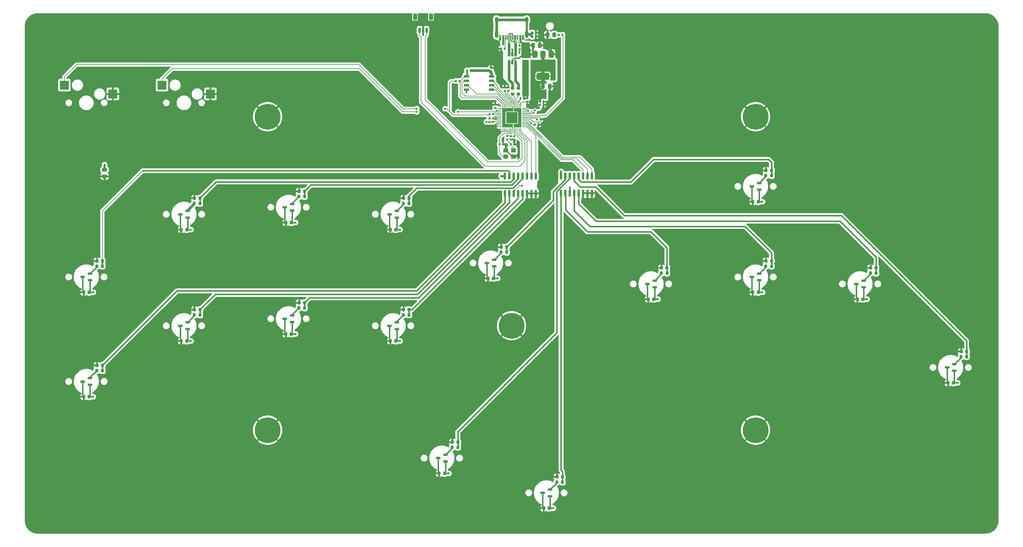
<source format=gbr>
G04 #@! TF.GenerationSoftware,KiCad,Pcbnew,8.0.3*
G04 #@! TF.CreationDate,2024-07-10T17:58:29+09:00*
G04 #@! TF.ProjectId,mainboard,6d61696e-626f-4617-9264-2e6b69636164,rev?*
G04 #@! TF.SameCoordinates,Original*
G04 #@! TF.FileFunction,Copper,L1,Top*
G04 #@! TF.FilePolarity,Positive*
%FSLAX46Y46*%
G04 Gerber Fmt 4.6, Leading zero omitted, Abs format (unit mm)*
G04 Created by KiCad (PCBNEW 8.0.3) date 2024-07-10 17:58:29*
%MOMM*%
%LPD*%
G01*
G04 APERTURE LIST*
G04 Aperture macros list*
%AMRoundRect*
0 Rectangle with rounded corners*
0 $1 Rounding radius*
0 $2 $3 $4 $5 $6 $7 $8 $9 X,Y pos of 4 corners*
0 Add a 4 corners polygon primitive as box body*
4,1,4,$2,$3,$4,$5,$6,$7,$8,$9,$2,$3,0*
0 Add four circle primitives for the rounded corners*
1,1,$1+$1,$2,$3*
1,1,$1+$1,$4,$5*
1,1,$1+$1,$6,$7*
1,1,$1+$1,$8,$9*
0 Add four rect primitives between the rounded corners*
20,1,$1+$1,$2,$3,$4,$5,0*
20,1,$1+$1,$4,$5,$6,$7,0*
20,1,$1+$1,$6,$7,$8,$9,0*
20,1,$1+$1,$8,$9,$2,$3,0*%
G04 Aperture macros list end*
G04 #@! TA.AperFunction,SMDPad,CuDef*
%ADD10RoundRect,0.225000X-0.225000X-0.250000X0.225000X-0.250000X0.225000X0.250000X-0.225000X0.250000X0*%
G04 #@! TD*
G04 #@! TA.AperFunction,SMDPad,CuDef*
%ADD11RoundRect,0.135000X0.135000X0.185000X-0.135000X0.185000X-0.135000X-0.185000X0.135000X-0.185000X0*%
G04 #@! TD*
G04 #@! TA.AperFunction,SMDPad,CuDef*
%ADD12RoundRect,0.200000X-0.200000X-0.275000X0.200000X-0.275000X0.200000X0.275000X-0.200000X0.275000X0*%
G04 #@! TD*
G04 #@! TA.AperFunction,SMDPad,CuDef*
%ADD13RoundRect,0.150000X0.150000X-0.825000X0.150000X0.825000X-0.150000X0.825000X-0.150000X-0.825000X0*%
G04 #@! TD*
G04 #@! TA.AperFunction,SMDPad,CuDef*
%ADD14R,1.400000X1.200000*%
G04 #@! TD*
G04 #@! TA.AperFunction,SMDPad,CuDef*
%ADD15RoundRect,0.135000X-0.135000X-0.185000X0.135000X-0.185000X0.135000X0.185000X-0.135000X0.185000X0*%
G04 #@! TD*
G04 #@! TA.AperFunction,SMDPad,CuDef*
%ADD16RoundRect,0.140000X-0.140000X-0.170000X0.140000X-0.170000X0.140000X0.170000X-0.140000X0.170000X0*%
G04 #@! TD*
G04 #@! TA.AperFunction,SMDPad,CuDef*
%ADD17RoundRect,0.150000X0.500000X0.150000X-0.500000X0.150000X-0.500000X-0.150000X0.500000X-0.150000X0*%
G04 #@! TD*
G04 #@! TA.AperFunction,SMDPad,CuDef*
%ADD18RoundRect,0.375000X-0.375000X0.625000X-0.375000X-0.625000X0.375000X-0.625000X0.375000X0.625000X0*%
G04 #@! TD*
G04 #@! TA.AperFunction,SMDPad,CuDef*
%ADD19RoundRect,0.500000X-1.400000X0.500000X-1.400000X-0.500000X1.400000X-0.500000X1.400000X0.500000X0*%
G04 #@! TD*
G04 #@! TA.AperFunction,ComponentPad*
%ADD20C,0.800000*%
G04 #@! TD*
G04 #@! TA.AperFunction,ComponentPad*
%ADD21C,7.400000*%
G04 #@! TD*
G04 #@! TA.AperFunction,SMDPad,CuDef*
%ADD22RoundRect,0.135000X-0.185000X0.135000X-0.185000X-0.135000X0.185000X-0.135000X0.185000X0.135000X0*%
G04 #@! TD*
G04 #@! TA.AperFunction,SMDPad,CuDef*
%ADD23R,0.600000X1.450000*%
G04 #@! TD*
G04 #@! TA.AperFunction,SMDPad,CuDef*
%ADD24R,0.300000X1.450000*%
G04 #@! TD*
G04 #@! TA.AperFunction,ComponentPad*
%ADD25O,1.000000X2.100000*%
G04 #@! TD*
G04 #@! TA.AperFunction,ComponentPad*
%ADD26O,1.000000X1.600000*%
G04 #@! TD*
G04 #@! TA.AperFunction,SMDPad,CuDef*
%ADD27RoundRect,0.140000X0.170000X-0.140000X0.170000X0.140000X-0.170000X0.140000X-0.170000X-0.140000X0*%
G04 #@! TD*
G04 #@! TA.AperFunction,SMDPad,CuDef*
%ADD28RoundRect,0.250000X-0.475000X0.250000X-0.475000X-0.250000X0.475000X-0.250000X0.475000X0.250000X0*%
G04 #@! TD*
G04 #@! TA.AperFunction,SMDPad,CuDef*
%ADD29RoundRect,0.135000X0.185000X-0.135000X0.185000X0.135000X-0.185000X0.135000X-0.185000X-0.135000X0*%
G04 #@! TD*
G04 #@! TA.AperFunction,SMDPad,CuDef*
%ADD30RoundRect,0.150000X-0.150000X0.512500X-0.150000X-0.512500X0.150000X-0.512500X0.150000X0.512500X0*%
G04 #@! TD*
G04 #@! TA.AperFunction,SMDPad,CuDef*
%ADD31RoundRect,0.200000X-0.275000X0.200000X-0.275000X-0.200000X0.275000X-0.200000X0.275000X0.200000X0*%
G04 #@! TD*
G04 #@! TA.AperFunction,SMDPad,CuDef*
%ADD32RoundRect,0.050000X-0.387500X-0.050000X0.387500X-0.050000X0.387500X0.050000X-0.387500X0.050000X0*%
G04 #@! TD*
G04 #@! TA.AperFunction,SMDPad,CuDef*
%ADD33RoundRect,0.050000X-0.050000X-0.387500X0.050000X-0.387500X0.050000X0.387500X-0.050000X0.387500X0*%
G04 #@! TD*
G04 #@! TA.AperFunction,ComponentPad*
%ADD34C,0.600000*%
G04 #@! TD*
G04 #@! TA.AperFunction,SMDPad,CuDef*
%ADD35RoundRect,0.144000X-1.456000X-1.456000X1.456000X-1.456000X1.456000X1.456000X-1.456000X1.456000X0*%
G04 #@! TD*
G04 #@! TA.AperFunction,SMDPad,CuDef*
%ADD36R,2.600000X2.600000*%
G04 #@! TD*
G04 #@! TA.AperFunction,SMDPad,CuDef*
%ADD37RoundRect,0.150000X-0.650000X-0.150000X0.650000X-0.150000X0.650000X0.150000X-0.650000X0.150000X0*%
G04 #@! TD*
G04 #@! TA.AperFunction,SMDPad,CuDef*
%ADD38RoundRect,0.250000X-0.250000X-0.475000X0.250000X-0.475000X0.250000X0.475000X-0.250000X0.475000X0*%
G04 #@! TD*
G04 #@! TA.AperFunction,SMDPad,CuDef*
%ADD39RoundRect,0.243750X-0.243750X-0.456250X0.243750X-0.456250X0.243750X0.456250X-0.243750X0.456250X0*%
G04 #@! TD*
G04 #@! TA.AperFunction,SMDPad,CuDef*
%ADD40RoundRect,0.140000X-0.170000X0.140000X-0.170000X-0.140000X0.170000X-0.140000X0.170000X0.140000X0*%
G04 #@! TD*
G04 #@! TA.AperFunction,SMDPad,CuDef*
%ADD41RoundRect,0.150000X0.150000X0.625000X-0.150000X0.625000X-0.150000X-0.625000X0.150000X-0.625000X0*%
G04 #@! TD*
G04 #@! TA.AperFunction,SMDPad,CuDef*
%ADD42RoundRect,0.250000X0.350000X0.650000X-0.350000X0.650000X-0.350000X-0.650000X0.350000X-0.650000X0*%
G04 #@! TD*
G04 #@! TA.AperFunction,ViaPad*
%ADD43C,0.600000*%
G04 #@! TD*
G04 #@! TA.AperFunction,Conductor*
%ADD44C,0.400000*%
G04 #@! TD*
G04 #@! TA.AperFunction,Conductor*
%ADD45C,0.600000*%
G04 #@! TD*
G04 #@! TA.AperFunction,Conductor*
%ADD46C,0.200000*%
G04 #@! TD*
G04 #@! TA.AperFunction,Conductor*
%ADD47C,0.205740*%
G04 #@! TD*
G04 #@! TA.AperFunction,Conductor*
%ADD48C,0.300000*%
G04 #@! TD*
G04 #@! TA.AperFunction,Conductor*
%ADD49C,1.000000*%
G04 #@! TD*
G04 #@! TA.AperFunction,Conductor*
%ADD50C,0.800000*%
G04 #@! TD*
G04 #@! TA.AperFunction,Conductor*
%ADD51C,0.500000*%
G04 #@! TD*
G04 APERTURE END LIST*
D10*
G04 #@! TO.P,C50,1*
G04 #@! TO.N,GND*
X253025000Y-113400000D03*
G04 #@! TO.P,C50,2*
G04 #@! TO.N,AS14*
X254575000Y-113400000D03*
G04 #@! TD*
D11*
G04 #@! TO.P,R32,1*
G04 #@! TO.N,DS_1_IN*
X204650000Y-69250000D03*
G04 #@! TO.P,R32,2*
G04 #@! TO.N,BOOTSEL_SW*
X203630000Y-69250000D03*
G04 #@! TD*
D12*
G04 #@! TO.P,R26,1*
G04 #@! TO.N,Net-(K12-OUT)*
X222950000Y-174900000D03*
G04 #@! TO.P,R26,2*
G04 #@! TO.N,AS12*
X224600000Y-174900000D03*
G04 #@! TD*
D13*
G04 #@! TO.P,U22,1,X4*
G04 #@! TO.N,AS4*
X208080000Y-92000000D03*
G04 #@! TO.P,U22,2,X6*
G04 #@! TO.N,AS6*
X209350000Y-92000000D03*
G04 #@! TO.P,U22,3,X*
G04 #@! TO.N,MUX0_OUT*
X210620000Y-92000000D03*
G04 #@! TO.P,U22,4,X7*
G04 #@! TO.N,AS7*
X211890000Y-92000000D03*
G04 #@! TO.P,U22,5,X5*
G04 #@! TO.N,AS5*
X213160000Y-92000000D03*
G04 #@! TO.P,U22,6,INH*
G04 #@! TO.N,GND*
X214430000Y-92000000D03*
G04 #@! TO.P,U22,7,VEE*
X215700000Y-92000000D03*
G04 #@! TO.P,U22,8,VSS*
X216970000Y-92000000D03*
G04 #@! TO.P,U22,9,C*
G04 #@! TO.N,MUX0_C*
X216970000Y-87050000D03*
G04 #@! TO.P,U22,10,B*
G04 #@! TO.N,MUX0_B*
X215700000Y-87050000D03*
G04 #@! TO.P,U22,11,A*
G04 #@! TO.N,MUX0_A*
X214430000Y-87050000D03*
G04 #@! TO.P,U22,12,X3*
G04 #@! TO.N,AS3*
X213160000Y-87050000D03*
G04 #@! TO.P,U22,13,X0*
G04 #@! TO.N,AS0*
X211890000Y-87050000D03*
G04 #@! TO.P,U22,14,X1*
G04 #@! TO.N,AS1*
X210620000Y-87050000D03*
G04 #@! TO.P,U22,15,X2*
G04 #@! TO.N,AS2*
X209350000Y-87050000D03*
G04 #@! TO.P,U22,16,VDD*
G04 #@! TO.N,+3.3V*
X208080000Y-87050000D03*
G04 #@! TD*
D10*
G04 #@! TO.P,C47,1*
G04 #@! TO.N,GND*
X309225000Y-122400000D03*
G04 #@! TO.P,C47,2*
G04 #@! TO.N,+3.3V*
X310775000Y-122400000D03*
G04 #@! TD*
D12*
G04 #@! TO.P,R29,1*
G04 #@! TO.N,Net-(K15-OUT)*
X282950000Y-112900000D03*
G04 #@! TO.P,R29,2*
G04 #@! TO.N,AS15*
X284600000Y-112900000D03*
G04 #@! TD*
D10*
G04 #@! TO.P,C24,1*
G04 #@! TO.N,GND*
X119025000Y-93400000D03*
G04 #@! TO.P,C24,2*
G04 #@! TO.N,AS1*
X120575000Y-93400000D03*
G04 #@! TD*
D14*
G04 #@! TO.P,Y1,1,1*
G04 #@! TO.N,XIN*
X208300000Y-81400000D03*
G04 #@! TO.P,Y1,2,2*
G04 #@! TO.N,GND*
X210500000Y-81400000D03*
G04 #@! TO.P,Y1,3,3*
G04 #@! TO.N,Net-(C19-Pad1)*
X210500000Y-79700000D03*
G04 #@! TO.P,Y1,4,4*
G04 #@! TO.N,GND*
X208300000Y-79700000D03*
G04 #@! TD*
D15*
G04 #@! TO.P,R7,1*
G04 #@! TO.N,SHIELD*
X215930000Y-46900000D03*
G04 #@! TO.P,R7,2*
G04 #@! TO.N,GND*
X216950000Y-46900000D03*
G04 #@! TD*
D10*
G04 #@! TO.P,C26,1*
G04 #@! TO.N,GND*
X91025000Y-111400000D03*
G04 #@! TO.P,C26,2*
G04 #@! TO.N,AS2*
X92575000Y-111400000D03*
G04 #@! TD*
D16*
G04 #@! TO.P,C10,1*
G04 #@! TO.N,+3.3V*
X216720000Y-72300000D03*
G04 #@! TO.P,C10,2*
G04 #@! TO.N,GND*
X217680000Y-72300000D03*
G04 #@! TD*
D10*
G04 #@! TO.P,C42,1*
G04 #@! TO.N,GND*
X207025000Y-107400000D03*
G04 #@! TO.P,C42,2*
G04 #@! TO.N,AS10*
X208575000Y-107400000D03*
G04 #@! TD*
D15*
G04 #@! TO.P,R3,1*
G04 #@! TO.N,GND*
X207000000Y-50450000D03*
G04 #@! TO.P,R3,2*
G04 #@! TO.N,Net-(J1-CC2)*
X208020000Y-50450000D03*
G04 #@! TD*
D10*
G04 #@! TO.P,C28,1*
G04 #@! TO.N,GND*
X179025000Y-93400000D03*
G04 #@! TO.P,C28,2*
G04 #@! TO.N,AS3*
X180575000Y-93400000D03*
G04 #@! TD*
D17*
G04 #@! TO.P,K12,1,VCC*
G04 #@! TO.N,+3.3V*
X221050000Y-178950000D03*
G04 #@! TO.P,K12,2,OUT*
G04 #@! TO.N,Net-(K12-OUT)*
X221050000Y-177050000D03*
G04 #@! TO.P,K12,3,GND*
G04 #@! TO.N,GND*
X218950000Y-178000000D03*
G04 #@! TD*
D18*
G04 #@! TO.P,U1,1,GND*
G04 #@! TO.N,GND*
X221330000Y-52076000D03*
G04 #@! TO.P,U1,2,VO*
G04 #@! TO.N,+3.3V*
X219030000Y-52076000D03*
D19*
X219030000Y-58376000D03*
D18*
G04 #@! TO.P,U1,3,VI*
G04 #@! TO.N,VBUS*
X216730000Y-52076000D03*
G04 #@! TD*
D20*
G04 #@! TO.P,H1,1,1*
G04 #@! TO.N,GND*
X137225000Y-70000000D03*
X138037779Y-68037779D03*
X138037779Y-71962221D03*
X140000000Y-67225000D03*
D21*
X140000000Y-70000000D03*
D20*
X140000000Y-72775000D03*
X141962221Y-68037779D03*
X141962221Y-71962221D03*
X142775000Y-70000000D03*
G04 #@! TD*
D12*
G04 #@! TO.P,R14,1*
G04 #@! TO.N,Net-(K0-OUT)*
X148950000Y-92900000D03*
G04 #@! TO.P,R14,2*
G04 #@! TO.N,AS0*
X150600000Y-92900000D03*
G04 #@! TD*
D10*
G04 #@! TO.P,C51,1*
G04 #@! TO.N,GND*
X279225000Y-120400000D03*
G04 #@! TO.P,C51,2*
G04 #@! TO.N,+3.3V*
X280775000Y-120400000D03*
G04 #@! TD*
D22*
G04 #@! TO.P,R2,1*
G04 #@! TO.N,Net-(J1-CC1)*
X212300000Y-49590000D03*
G04 #@! TO.P,R2,2*
G04 #@! TO.N,GND*
X212300000Y-50610000D03*
G04 #@! TD*
D10*
G04 #@! TO.P,C52,1*
G04 #@! TO.N,GND*
X283025000Y-111400000D03*
G04 #@! TO.P,C52,2*
G04 #@! TO.N,AS15*
X284575000Y-111400000D03*
G04 #@! TD*
D16*
G04 #@! TO.P,C11,1*
G04 #@! TO.N,+3.3V*
X218190000Y-65650000D03*
G04 #@! TO.P,C11,2*
G04 #@! TO.N,GND*
X219150000Y-65650000D03*
G04 #@! TD*
D17*
G04 #@! TO.P,K14,1,VCC*
G04 #@! TO.N,+3.3V*
X251050000Y-118950000D03*
G04 #@! TO.P,K14,2,OUT*
G04 #@! TO.N,Net-(K14-OUT)*
X251050000Y-117050000D03*
G04 #@! TO.P,K14,3,GND*
G04 #@! TO.N,GND*
X248950000Y-118000000D03*
G04 #@! TD*
D23*
G04 #@! TO.P,J1,A1,GND*
G04 #@! TO.N,GND*
X213244000Y-47245000D03*
G04 #@! TO.P,J1,A4,VBUS*
G04 #@! TO.N,VBUS*
X212444000Y-47245000D03*
D24*
G04 #@! TO.P,J1,A5,CC1*
G04 #@! TO.N,Net-(J1-CC1)*
X211244000Y-47245000D03*
G04 #@! TO.P,J1,A6,D+*
G04 #@! TO.N,/D+*
X210244000Y-47245000D03*
G04 #@! TO.P,J1,A7,D-*
G04 #@! TO.N,/D-*
X209744000Y-47245000D03*
G04 #@! TO.P,J1,A8,SBU1*
G04 #@! TO.N,unconnected-(J1-SBU1-PadA8)*
X208744000Y-47245000D03*
D23*
G04 #@! TO.P,J1,A9,VBUS*
G04 #@! TO.N,VBUS*
X207544000Y-47245000D03*
G04 #@! TO.P,J1,A12,GND*
G04 #@! TO.N,GND*
X206744000Y-47245000D03*
G04 #@! TO.P,J1,B1,GND*
X206744000Y-47245000D03*
G04 #@! TO.P,J1,B4,VBUS*
G04 #@! TO.N,VBUS*
X207544000Y-47245000D03*
D24*
G04 #@! TO.P,J1,B5,CC2*
G04 #@! TO.N,Net-(J1-CC2)*
X208244000Y-47245000D03*
G04 #@! TO.P,J1,B6,D+*
G04 #@! TO.N,/D+*
X209244000Y-47245000D03*
G04 #@! TO.P,J1,B7,D-*
G04 #@! TO.N,/D-*
X210744000Y-47245000D03*
G04 #@! TO.P,J1,B8,SBU2*
G04 #@! TO.N,unconnected-(J1-SBU2-PadB8)*
X211744000Y-47245000D03*
D23*
G04 #@! TO.P,J1,B9,VBUS*
G04 #@! TO.N,VBUS*
X212444000Y-47245000D03*
G04 #@! TO.P,J1,B12,GND*
G04 #@! TO.N,GND*
X213244000Y-47245000D03*
D25*
G04 #@! TO.P,J1,S1,SHIELD*
G04 #@! TO.N,SHIELD*
X214314000Y-46330000D03*
D26*
X214314000Y-42150000D03*
D25*
X205674000Y-46330000D03*
D26*
X205674000Y-42150000D03*
G04 #@! TD*
D27*
G04 #@! TO.P,C15,1*
G04 #@! TO.N,+3.3V*
X204100000Y-56880000D03*
G04 #@! TO.P,C15,2*
G04 #@! TO.N,GND*
X204100000Y-55920000D03*
G04 #@! TD*
D28*
G04 #@! TO.P,C20,1*
G04 #@! TO.N,+3.3V*
X93200000Y-85250000D03*
G04 #@! TO.P,C20,2*
G04 #@! TO.N,GND*
X93200000Y-87150000D03*
G04 #@! TD*
D10*
G04 #@! TO.P,C36,1*
G04 #@! TO.N,GND*
X149025000Y-123400000D03*
G04 #@! TO.P,C36,2*
G04 #@! TO.N,AS7*
X150575000Y-123400000D03*
G04 #@! TD*
D16*
G04 #@! TO.P,C3,1*
G04 #@! TO.N,SHIELD*
X215990000Y-45850000D03*
G04 #@! TO.P,C3,2*
G04 #@! TO.N,GND*
X216950000Y-45850000D03*
G04 #@! TD*
D20*
G04 #@! TO.P,H3,1,1*
G04 #@! TO.N,GND*
X207225000Y-130000000D03*
X208037779Y-128037779D03*
X208037779Y-131962221D03*
X210000000Y-127225000D03*
D21*
X210000000Y-130000000D03*
D20*
X210000000Y-132775000D03*
X211962221Y-128037779D03*
X211962221Y-131962221D03*
X212775000Y-130000000D03*
G04 #@! TD*
D10*
G04 #@! TO.P,C30,1*
G04 #@! TO.N,GND*
X91025000Y-141400000D03*
G04 #@! TO.P,C30,2*
G04 #@! TO.N,AS4*
X92575000Y-141400000D03*
G04 #@! TD*
D16*
G04 #@! TO.P,C12,1*
G04 #@! TO.N,+3.3V*
X218190000Y-66600000D03*
G04 #@! TO.P,C12,2*
G04 #@! TO.N,GND*
X219150000Y-66600000D03*
G04 #@! TD*
D20*
G04 #@! TO.P,H2,1,1*
G04 #@! TO.N,GND*
X277225000Y-70000000D03*
X278037779Y-68037779D03*
X278037779Y-71962221D03*
X280000000Y-67225000D03*
D21*
X280000000Y-70000000D03*
D20*
X280000000Y-72775000D03*
X281962221Y-68037779D03*
X281962221Y-71962221D03*
X282775000Y-70000000D03*
G04 #@! TD*
D10*
G04 #@! TO.P,C37,1*
G04 #@! TO.N,GND*
X335225000Y-146400000D03*
G04 #@! TO.P,C37,2*
G04 #@! TO.N,+3.3V*
X336775000Y-146400000D03*
G04 #@! TD*
G04 #@! TO.P,C49,1*
G04 #@! TO.N,GND*
X249225000Y-122400000D03*
G04 #@! TO.P,C49,2*
G04 #@! TO.N,+3.3V*
X250775000Y-122400000D03*
G04 #@! TD*
D27*
G04 #@! TO.P,C6,1*
G04 #@! TO.N,+3.3V*
X209050000Y-62600000D03*
G04 #@! TO.P,C6,2*
G04 #@! TO.N,GND*
X209050000Y-61640000D03*
G04 #@! TD*
D20*
G04 #@! TO.P,H5,1,1*
G04 #@! TO.N,GND*
X277225000Y-160000000D03*
X278037779Y-158037779D03*
X278037779Y-161962221D03*
X280000000Y-157225000D03*
D21*
X280000000Y-160000000D03*
D20*
X280000000Y-162775000D03*
X281962221Y-158037779D03*
X281962221Y-161962221D03*
X282775000Y-160000000D03*
G04 #@! TD*
D10*
G04 #@! TO.P,C39,1*
G04 #@! TO.N,GND*
X189225000Y-172400000D03*
G04 #@! TO.P,C39,2*
G04 #@! TO.N,+3.3V*
X190775000Y-172400000D03*
G04 #@! TD*
D29*
G04 #@! TO.P,R30,1*
G04 #@! TO.N,+3.3V*
X203650000Y-71500000D03*
G04 #@! TO.P,R30,2*
G04 #@! TO.N,BOOTSEL_SW*
X203650000Y-70480000D03*
G04 #@! TD*
D27*
G04 #@! TO.P,C4,1*
G04 #@! TO.N,+1V1*
X208050000Y-62600000D03*
G04 #@! TO.P,C4,2*
G04 #@! TO.N,GND*
X208050000Y-61640000D03*
G04 #@! TD*
D12*
G04 #@! TO.P,R16,1*
G04 #@! TO.N,Net-(K2-OUT)*
X90950000Y-112900000D03*
G04 #@! TO.P,R16,2*
G04 #@! TO.N,AS2*
X92600000Y-112900000D03*
G04 #@! TD*
G04 #@! TO.P,R23,1*
G04 #@! TO.N,Net-(K9-OUT)*
X192950000Y-164900000D03*
G04 #@! TO.P,R23,2*
G04 #@! TO.N,AS9*
X194600000Y-164900000D03*
G04 #@! TD*
D16*
G04 #@! TO.P,C18,1*
G04 #@! TO.N,XIN*
X206540000Y-77900000D03*
G04 #@! TO.P,C18,2*
G04 #@! TO.N,GND*
X207500000Y-77900000D03*
G04 #@! TD*
D17*
G04 #@! TO.P,K5,1,VCC*
G04 #@! TO.N,+3.3V*
X177050000Y-130950000D03*
G04 #@! TO.P,K5,2,OUT*
G04 #@! TO.N,Net-(K5-OUT)*
X177050000Y-129050000D03*
G04 #@! TO.P,K5,3,GND*
G04 #@! TO.N,GND*
X174950000Y-130000000D03*
G04 #@! TD*
G04 #@! TO.P,K8,1,VCC*
G04 #@! TO.N,+3.3V*
X337050000Y-142950000D03*
G04 #@! TO.P,K8,2,OUT*
G04 #@! TO.N,Net-(K8-OUT)*
X337050000Y-141050000D03*
G04 #@! TO.P,K8,3,GND*
G04 #@! TO.N,GND*
X334950000Y-142000000D03*
G04 #@! TD*
G04 #@! TO.P,K7,1,VCC*
G04 #@! TO.N,+3.3V*
X147050000Y-128950000D03*
G04 #@! TO.P,K7,2,OUT*
G04 #@! TO.N,Net-(K7-OUT)*
X147050000Y-127050000D03*
G04 #@! TO.P,K7,3,GND*
G04 #@! TO.N,GND*
X144950000Y-128000000D03*
G04 #@! TD*
D10*
G04 #@! TO.P,C44,1*
G04 #@! TO.N,GND*
X283025000Y-85400000D03*
G04 #@! TO.P,C44,2*
G04 #@! TO.N,AS11*
X284575000Y-85400000D03*
G04 #@! TD*
D17*
G04 #@! TO.P,K13,1,VCC*
G04 #@! TO.N,+3.3V*
X311050000Y-118950000D03*
G04 #@! TO.P,K13,2,OUT*
G04 #@! TO.N,Net-(K13-OUT)*
X311050000Y-117050000D03*
G04 #@! TO.P,K13,3,GND*
G04 #@! TO.N,GND*
X308950000Y-118000000D03*
G04 #@! TD*
D27*
G04 #@! TO.P,C8,1*
G04 #@! TO.N,+3.3V*
X204700000Y-71480000D03*
G04 #@! TO.P,C8,2*
G04 #@! TO.N,GND*
X204700000Y-70520000D03*
G04 #@! TD*
G04 #@! TO.P,C14,1*
G04 #@! TO.N,+3.3V*
X214500000Y-65680000D03*
G04 #@! TO.P,C14,2*
G04 #@! TO.N,GND*
X214500000Y-64720000D03*
G04 #@! TD*
D12*
G04 #@! TO.P,R22,1*
G04 #@! TO.N,Net-(K8-OUT)*
X338950000Y-138900000D03*
G04 #@! TO.P,R22,2*
G04 #@! TO.N,AS8*
X340600000Y-138900000D03*
G04 #@! TD*
D16*
G04 #@! TO.P,C19,1*
G04 #@! TO.N,Net-(C19-Pad1)*
X209740000Y-77900000D03*
G04 #@! TO.P,C19,2*
G04 #@! TO.N,GND*
X210700000Y-77900000D03*
G04 #@! TD*
D30*
G04 #@! TO.P,U2,1,I/O1*
G04 #@! TO.N,/D-*
X211150000Y-52096000D03*
G04 #@! TO.P,U2,2,GND*
G04 #@! TO.N,SHIELD*
X210200000Y-52096000D03*
G04 #@! TO.P,U2,3,I/O2*
G04 #@! TO.N,/D+*
X209250000Y-52096000D03*
G04 #@! TO.P,U2,4,I/O2*
G04 #@! TO.N,USB_D+*
X209250000Y-54371000D03*
G04 #@! TO.P,U2,5,VBUS*
G04 #@! TO.N,VBUS*
X210200000Y-54371000D03*
G04 #@! TO.P,U2,6,I/O1*
G04 #@! TO.N,USB_D-*
X211150000Y-54371000D03*
G04 #@! TD*
D16*
G04 #@! TO.P,C13,1*
G04 #@! TO.N,+1V1*
X212540000Y-64750000D03*
G04 #@! TO.P,C13,2*
G04 #@! TO.N,GND*
X213500000Y-64750000D03*
G04 #@! TD*
D11*
G04 #@! TO.P,R9,1*
G04 #@! TO.N,+3.3V*
X198220000Y-56700000D03*
G04 #@! TO.P,R9,2*
G04 #@! TO.N,QSPI_SS*
X197200000Y-56700000D03*
G04 #@! TD*
D13*
G04 #@! TO.P,U23,1,X4*
G04 #@! TO.N,AS12*
X224190000Y-91975000D03*
G04 #@! TO.P,U23,2,X6*
G04 #@! TO.N,AS14*
X225460000Y-91975000D03*
G04 #@! TO.P,U23,3,X*
G04 #@! TO.N,MUX1_OUT*
X226730000Y-91975000D03*
G04 #@! TO.P,U23,4,X7*
G04 #@! TO.N,AS15*
X228000000Y-91975000D03*
G04 #@! TO.P,U23,5,X5*
G04 #@! TO.N,AS13*
X229270000Y-91975000D03*
G04 #@! TO.P,U23,6,INH*
G04 #@! TO.N,GND*
X230540000Y-91975000D03*
G04 #@! TO.P,U23,7,VEE*
X231810000Y-91975000D03*
G04 #@! TO.P,U23,8,VSS*
X233080000Y-91975000D03*
G04 #@! TO.P,U23,9,C*
G04 #@! TO.N,MUX1_C*
X233080000Y-87025000D03*
G04 #@! TO.P,U23,10,B*
G04 #@! TO.N,MUX1_B*
X231810000Y-87025000D03*
G04 #@! TO.P,U23,11,A*
G04 #@! TO.N,MUX1_A*
X230540000Y-87025000D03*
G04 #@! TO.P,U23,12,X3*
G04 #@! TO.N,AS11*
X229270000Y-87025000D03*
G04 #@! TO.P,U23,13,X0*
G04 #@! TO.N,AS8*
X228000000Y-87025000D03*
G04 #@! TO.P,U23,14,X1*
G04 #@! TO.N,AS9*
X226730000Y-87025000D03*
G04 #@! TO.P,U23,15,X2*
G04 #@! TO.N,AS10*
X225460000Y-87025000D03*
G04 #@! TO.P,U23,16,VDD*
G04 #@! TO.N,+3.3V*
X224190000Y-87025000D03*
G04 #@! TD*
D17*
G04 #@! TO.P,K1,1,VCC*
G04 #@! TO.N,+3.3V*
X117050000Y-98950000D03*
G04 #@! TO.P,K1,2,OUT*
G04 #@! TO.N,Net-(K1-OUT)*
X117050000Y-97050000D03*
G04 #@! TO.P,K1,3,GND*
G04 #@! TO.N,GND*
X114950000Y-98000000D03*
G04 #@! TD*
D10*
G04 #@! TO.P,C33,1*
G04 #@! TO.N,GND*
X115225000Y-134400000D03*
G04 #@! TO.P,C33,2*
G04 #@! TO.N,+3.3V*
X116775000Y-134400000D03*
G04 #@! TD*
D31*
G04 #@! TO.P,R11,1*
G04 #@! TO.N,USB_D-*
X212000000Y-61800000D03*
G04 #@! TO.P,R11,2*
G04 #@! TO.N,Net-(U5-USB_DM)*
X212000000Y-63450000D03*
G04 #@! TD*
D12*
G04 #@! TO.P,R27,1*
G04 #@! TO.N,Net-(K13-OUT)*
X312950000Y-114900000D03*
G04 #@! TO.P,R27,2*
G04 #@! TO.N,AS13*
X314600000Y-114900000D03*
G04 #@! TD*
D32*
G04 #@! TO.P,U5,1,IOVDD*
G04 #@! TO.N,+3.3V*
X206642500Y-67674000D03*
G04 #@! TO.P,U5,2,GPIO0*
G04 #@! TO.N,GND*
X206642500Y-68074000D03*
G04 #@! TO.P,U5,3,GPIO1*
X206642500Y-68474000D03*
G04 #@! TO.P,U5,4,GPIO2*
G04 #@! TO.N,DS_0_IN*
X206642500Y-68874000D03*
G04 #@! TO.P,U5,5,GPIO3*
G04 #@! TO.N,DS_1_IN*
X206642500Y-69274000D03*
G04 #@! TO.P,U5,6,GPIO4*
G04 #@! TO.N,GND*
X206642500Y-69674000D03*
G04 #@! TO.P,U5,7,GPIO5*
X206642500Y-70074000D03*
G04 #@! TO.P,U5,8,GPIO6*
X206642500Y-70474000D03*
G04 #@! TO.P,U5,9,GPIO7*
X206642500Y-70874000D03*
G04 #@! TO.P,U5,10,IOVDD*
G04 #@! TO.N,+3.3V*
X206642500Y-71274000D03*
G04 #@! TO.P,U5,11,GPIO8*
G04 #@! TO.N,GND*
X206642500Y-71674000D03*
G04 #@! TO.P,U5,12,GPIO9*
X206642500Y-72074000D03*
G04 #@! TO.P,U5,13,GPIO10*
X206642500Y-72474000D03*
G04 #@! TO.P,U5,14,GPIO11*
X206642500Y-72874000D03*
D33*
G04 #@! TO.P,U5,15,GPIO12*
X207480000Y-73711500D03*
G04 #@! TO.P,U5,16,GPIO13*
X207880000Y-73711500D03*
G04 #@! TO.P,U5,17,GPIO14*
X208280000Y-73711500D03*
G04 #@! TO.P,U5,18,GPIO15*
X208680000Y-73711500D03*
G04 #@! TO.P,U5,19,TESTEN*
X209080000Y-73711500D03*
G04 #@! TO.P,U5,20,XIN*
G04 #@! TO.N,XIN*
X209480000Y-73711500D03*
G04 #@! TO.P,U5,21,XOUT*
G04 #@! TO.N,XOUT*
X209880000Y-73711500D03*
G04 #@! TO.P,U5,22,IOVDD*
G04 #@! TO.N,+3.3V*
X210280000Y-73711500D03*
G04 #@! TO.P,U5,23,DVDD*
G04 #@! TO.N,+1V1*
X210680000Y-73711500D03*
G04 #@! TO.P,U5,24,SWCLK*
G04 #@! TO.N,SWCLK*
X211080000Y-73711500D03*
G04 #@! TO.P,U5,25,SWD*
G04 #@! TO.N,SWD*
X211480000Y-73711500D03*
G04 #@! TO.P,U5,26,RUN*
G04 #@! TO.N,unconnected-(U5-RUN-Pad26)*
X211880000Y-73711500D03*
G04 #@! TO.P,U5,27,GPIO16*
G04 #@! TO.N,MUX0_A*
X212280000Y-73711500D03*
G04 #@! TO.P,U5,28,GPIO17*
G04 #@! TO.N,MUX0_B*
X212680000Y-73711500D03*
D32*
G04 #@! TO.P,U5,29,GPIO18*
G04 #@! TO.N,MUX0_C*
X213517500Y-72874000D03*
G04 #@! TO.P,U5,30,GPIO19*
G04 #@! TO.N,MUX1_A*
X213517500Y-72474000D03*
G04 #@! TO.P,U5,31,GPIO20*
G04 #@! TO.N,MUX1_B*
X213517500Y-72074000D03*
G04 #@! TO.P,U5,32,GPIO21*
G04 #@! TO.N,MUX1_C*
X213517500Y-71674000D03*
G04 #@! TO.P,U5,33,IOVDD*
G04 #@! TO.N,+3.3V*
X213517500Y-71274000D03*
G04 #@! TO.P,U5,34,GPIO22*
G04 #@! TO.N,GND*
X213517500Y-70874000D03*
G04 #@! TO.P,U5,35,GPIO23*
G04 #@! TO.N,Net-(U5-GPIO23)*
X213517500Y-70474000D03*
G04 #@! TO.P,U5,36,GPIO24*
G04 #@! TO.N,GND*
X213517500Y-70074000D03*
G04 #@! TO.P,U5,37,GPIO25*
G04 #@! TO.N,GPIO25*
X213517500Y-69674000D03*
G04 #@! TO.P,U5,38,GPIO26_ADC0*
G04 #@! TO.N,MUX0_OUT*
X213517500Y-69274000D03*
G04 #@! TO.P,U5,39,GPIO27_ADC1*
G04 #@! TO.N,MUX1_OUT*
X213517500Y-68874000D03*
G04 #@! TO.P,U5,40,GPIO28_ADC2*
G04 #@! TO.N,GND*
X213517500Y-68474000D03*
G04 #@! TO.P,U5,41,GPIO29_ADC3*
X213517500Y-68074000D03*
G04 #@! TO.P,U5,42,IOVDD*
G04 #@! TO.N,+3.3V*
X213517500Y-67674000D03*
D33*
G04 #@! TO.P,U5,43,ADC_AVDD*
X212680000Y-66836500D03*
G04 #@! TO.P,U5,44,VREG_IN*
X212280000Y-66836500D03*
G04 #@! TO.P,U5,45,VREG_VOUT*
G04 #@! TO.N,+1V1*
X211880000Y-66836500D03*
G04 #@! TO.P,U5,46,USB_DM*
G04 #@! TO.N,Net-(U5-USB_DM)*
X211480000Y-66836500D03*
G04 #@! TO.P,U5,47,USB_DP*
G04 #@! TO.N,Net-(U5-USB_DP)*
X211080000Y-66836500D03*
G04 #@! TO.P,U5,48,USB_VDD*
G04 #@! TO.N,+3.3V*
X210680000Y-66836500D03*
G04 #@! TO.P,U5,49,IOVDD*
X210280000Y-66836500D03*
G04 #@! TO.P,U5,50,DVDD*
G04 #@! TO.N,+1V1*
X209880000Y-66836500D03*
G04 #@! TO.P,U5,51,QSPI_SD3*
G04 #@! TO.N,QSPI_SD3*
X209480000Y-66836500D03*
G04 #@! TO.P,U5,52,QSPI_SCLK*
G04 #@! TO.N,QSPI_SCLK*
X209080000Y-66836500D03*
G04 #@! TO.P,U5,53,QSPI_SD0*
G04 #@! TO.N,QSPI_SD0*
X208680000Y-66836500D03*
G04 #@! TO.P,U5,54,QSPI_SD2*
G04 #@! TO.N,QSPI_SD2*
X208280000Y-66836500D03*
G04 #@! TO.P,U5,55,QSPI_SD1*
G04 #@! TO.N,QSPI_SD1*
X207880000Y-66836500D03*
G04 #@! TO.P,U5,56,QSPI_SS*
G04 #@! TO.N,QSPI_SS*
X207480000Y-66836500D03*
D34*
G04 #@! TO.P,U5,57,GND*
G04 #@! TO.N,GND*
X208805000Y-68999000D03*
X208805000Y-70274000D03*
X208805000Y-71549000D03*
X210080000Y-68999000D03*
X210080000Y-70274000D03*
D35*
X210080000Y-70274000D03*
D34*
X210080000Y-71549000D03*
X211355000Y-68999000D03*
X211355000Y-70274000D03*
X211355000Y-71549000D03*
G04 #@! TD*
D15*
G04 #@! TO.P,R8,1*
G04 #@! TO.N,Net-(D1-A)*
X223600000Y-46500000D03*
G04 #@! TO.P,R8,2*
G04 #@! TO.N,GPIO25*
X224620000Y-46500000D03*
G04 #@! TD*
D17*
G04 #@! TO.P,K4,1,VCC*
G04 #@! TO.N,+3.3V*
X89050000Y-146950000D03*
G04 #@! TO.P,K4,2,OUT*
G04 #@! TO.N,Net-(K4-OUT)*
X89050000Y-145050000D03*
G04 #@! TO.P,K4,3,GND*
G04 #@! TO.N,GND*
X86950000Y-146000000D03*
G04 #@! TD*
D12*
G04 #@! TO.P,R25,1*
G04 #@! TO.N,Net-(K11-OUT)*
X282950000Y-86900000D03*
G04 #@! TO.P,R25,2*
G04 #@! TO.N,AS11*
X284600000Y-86900000D03*
G04 #@! TD*
D36*
G04 #@! TO.P,SW3,1,1*
G04 #@! TO.N,DS_0_IN*
X109685000Y-60920000D03*
G04 #@! TO.P,SW3,2,2*
G04 #@! TO.N,GND*
X123585000Y-63460000D03*
G04 #@! TD*
D15*
G04 #@! TO.P,R1,1*
G04 #@! TO.N,Net-(U5-GPIO23)*
X217290000Y-70800000D03*
G04 #@! TO.P,R1,2*
G04 #@! TO.N,GND*
X218310000Y-70800000D03*
G04 #@! TD*
D17*
G04 #@! TO.P,K6,1,VCC*
G04 #@! TO.N,+3.3V*
X117050000Y-130950000D03*
G04 #@! TO.P,K6,2,OUT*
G04 #@! TO.N,Net-(K6-OUT)*
X117050000Y-129050000D03*
G04 #@! TO.P,K6,3,GND*
G04 #@! TO.N,GND*
X114950000Y-130000000D03*
G04 #@! TD*
D10*
G04 #@! TO.P,C40,1*
G04 #@! TO.N,GND*
X193025000Y-163400000D03*
G04 #@! TO.P,C40,2*
G04 #@! TO.N,AS9*
X194575000Y-163400000D03*
G04 #@! TD*
D37*
G04 #@! TO.P,U3,1,~{CS}*
G04 #@! TO.N,QSPI_SS*
X197100000Y-58390000D03*
G04 #@! TO.P,U3,2,DO(IO1)*
G04 #@! TO.N,QSPI_SD1*
X197100000Y-59660000D03*
G04 #@! TO.P,U3,3,IO2*
G04 #@! TO.N,QSPI_SD2*
X197100000Y-60930000D03*
G04 #@! TO.P,U3,4,GND*
G04 #@! TO.N,GND*
X197100000Y-62200000D03*
G04 #@! TO.P,U3,5,DI(IO0)*
G04 #@! TO.N,QSPI_SD0*
X204300000Y-62200000D03*
G04 #@! TO.P,U3,6,CLK*
G04 #@! TO.N,QSPI_SCLK*
X204300000Y-60930000D03*
G04 #@! TO.P,U3,7,IO3*
G04 #@! TO.N,QSPI_SD3*
X204300000Y-59660000D03*
G04 #@! TO.P,U3,8,VCC*
G04 #@! TO.N,+3.3V*
X204300000Y-58390000D03*
G04 #@! TD*
D12*
G04 #@! TO.P,R20,1*
G04 #@! TO.N,Net-(K6-OUT)*
X118950000Y-126900000D03*
G04 #@! TO.P,R20,2*
G04 #@! TO.N,AS6*
X120600000Y-126900000D03*
G04 #@! TD*
D10*
G04 #@! TO.P,C21,1*
G04 #@! TO.N,GND*
X145225000Y-100400000D03*
G04 #@! TO.P,C21,2*
G04 #@! TO.N,+3.3V*
X146775000Y-100400000D03*
G04 #@! TD*
D36*
G04 #@! TO.P,SW4,1,1*
G04 #@! TO.N,BOOTSEL_SW*
X81685000Y-60920000D03*
G04 #@! TO.P,SW4,2,2*
G04 #@! TO.N,GND*
X95585000Y-63460000D03*
G04 #@! TD*
D12*
G04 #@! TO.P,R24,1*
G04 #@! TO.N,Net-(K10-OUT)*
X206950000Y-108900000D03*
G04 #@! TO.P,R24,2*
G04 #@! TO.N,AS10*
X208600000Y-108900000D03*
G04 #@! TD*
G04 #@! TO.P,R15,1*
G04 #@! TO.N,Net-(K1-OUT)*
X118950000Y-94900000D03*
G04 #@! TO.P,R15,2*
G04 #@! TO.N,AS1*
X120600000Y-94900000D03*
G04 #@! TD*
D17*
G04 #@! TO.P,K10,1,VCC*
G04 #@! TO.N,+3.3V*
X205050000Y-112950000D03*
G04 #@! TO.P,K10,2,OUT*
G04 #@! TO.N,Net-(K10-OUT)*
X205050000Y-111050000D03*
G04 #@! TO.P,K10,3,GND*
G04 #@! TO.N,GND*
X202950000Y-112000000D03*
G04 #@! TD*
D20*
G04 #@! TO.P,H4,1,1*
G04 #@! TO.N,GND*
X137225000Y-160000000D03*
X138037779Y-158037779D03*
X138037779Y-161962221D03*
X140000000Y-157225000D03*
D21*
X140000000Y-160000000D03*
D20*
X140000000Y-162775000D03*
X141962221Y-158037779D03*
X141962221Y-161962221D03*
X142775000Y-160000000D03*
G04 #@! TD*
D12*
G04 #@! TO.P,R18,1*
G04 #@! TO.N,Net-(K4-OUT)*
X90950000Y-142900000D03*
G04 #@! TO.P,R18,2*
G04 #@! TO.N,AS4*
X92600000Y-142900000D03*
G04 #@! TD*
D10*
G04 #@! TO.P,C29,1*
G04 #@! TO.N,GND*
X87225000Y-150400000D03*
G04 #@! TO.P,C29,2*
G04 #@! TO.N,+3.3V*
X88775000Y-150400000D03*
G04 #@! TD*
G04 #@! TO.P,C46,1*
G04 #@! TO.N,GND*
X223025000Y-173400000D03*
G04 #@! TO.P,C46,2*
G04 #@! TO.N,AS12*
X224575000Y-173400000D03*
G04 #@! TD*
D22*
G04 #@! TO.P,R13,1*
G04 #@! TO.N,XOUT*
X208718000Y-75521000D03*
G04 #@! TO.P,R13,2*
G04 #@! TO.N,Net-(C19-Pad1)*
X208718000Y-76541000D03*
G04 #@! TD*
D10*
G04 #@! TO.P,C38,1*
G04 #@! TO.N,GND*
X339025000Y-137400000D03*
G04 #@! TO.P,C38,2*
G04 #@! TO.N,AS8*
X340575000Y-137400000D03*
G04 #@! TD*
D17*
G04 #@! TO.P,K2,1,VCC*
G04 #@! TO.N,+3.3V*
X89050000Y-116950000D03*
G04 #@! TO.P,K2,2,OUT*
G04 #@! TO.N,Net-(K2-OUT)*
X89050000Y-115050000D03*
G04 #@! TO.P,K2,3,GND*
G04 #@! TO.N,GND*
X86950000Y-116000000D03*
G04 #@! TD*
D38*
G04 #@! TO.P,C1,1*
G04 #@! TO.N,VBUS*
X216200000Y-49550000D03*
G04 #@! TO.P,C1,2*
G04 #@! TO.N,GND*
X218100000Y-49550000D03*
G04 #@! TD*
G04 #@! TO.P,C2,1*
G04 #@! TO.N,+3.3V*
X219035000Y-61297000D03*
G04 #@! TO.P,C2,2*
G04 #@! TO.N,GND*
X220935000Y-61297000D03*
G04 #@! TD*
D39*
G04 #@! TO.P,D1,1,K*
G04 #@! TO.N,GND*
X220345000Y-46500000D03*
G04 #@! TO.P,D1,2,A*
G04 #@! TO.N,Net-(D1-A)*
X222220000Y-46500000D03*
G04 #@! TD*
D17*
G04 #@! TO.P,K15,1,VCC*
G04 #@! TO.N,+3.3V*
X281050000Y-116950000D03*
G04 #@! TO.P,K15,2,OUT*
G04 #@! TO.N,Net-(K15-OUT)*
X281050000Y-115050000D03*
G04 #@! TO.P,K15,3,GND*
G04 #@! TO.N,GND*
X278950000Y-116000000D03*
G04 #@! TD*
G04 #@! TO.P,K9,1,VCC*
G04 #@! TO.N,+3.3V*
X191050000Y-168950000D03*
G04 #@! TO.P,K9,2,OUT*
G04 #@! TO.N,Net-(K9-OUT)*
X191050000Y-167050000D03*
G04 #@! TO.P,K9,3,GND*
G04 #@! TO.N,GND*
X188950000Y-168000000D03*
G04 #@! TD*
D10*
G04 #@! TO.P,C41,1*
G04 #@! TO.N,GND*
X203225000Y-116400000D03*
G04 #@! TO.P,C41,2*
G04 #@! TO.N,+3.3V*
X204775000Y-116400000D03*
G04 #@! TD*
D12*
G04 #@! TO.P,R28,1*
G04 #@! TO.N,Net-(K14-OUT)*
X252950000Y-114900000D03*
G04 #@! TO.P,R28,2*
G04 #@! TO.N,AS14*
X254600000Y-114900000D03*
G04 #@! TD*
D10*
G04 #@! TO.P,C27,1*
G04 #@! TO.N,GND*
X175225000Y-102400000D03*
G04 #@! TO.P,C27,2*
G04 #@! TO.N,+3.3V*
X176775000Y-102400000D03*
G04 #@! TD*
G04 #@! TO.P,C48,1*
G04 #@! TO.N,GND*
X313025000Y-113400000D03*
G04 #@! TO.P,C48,2*
G04 #@! TO.N,AS13*
X314575000Y-113400000D03*
G04 #@! TD*
D17*
G04 #@! TO.P,K3,1,VCC*
G04 #@! TO.N,+3.3V*
X177050000Y-98950000D03*
G04 #@! TO.P,K3,2,OUT*
G04 #@! TO.N,Net-(K3-OUT)*
X177050000Y-97050000D03*
G04 #@! TO.P,K3,3,GND*
G04 #@! TO.N,GND*
X174950000Y-98000000D03*
G04 #@! TD*
D31*
G04 #@! TO.P,R10,1*
G04 #@! TO.N,USB_D+*
X210290000Y-61800000D03*
G04 #@! TO.P,R10,2*
G04 #@! TO.N,Net-(U5-USB_DP)*
X210290000Y-63450000D03*
G04 #@! TD*
D17*
G04 #@! TO.P,K0,1,VCC*
G04 #@! TO.N,+3.3V*
X147050000Y-96950000D03*
G04 #@! TO.P,K0,2,OUT*
G04 #@! TO.N,Net-(K0-OUT)*
X147050000Y-95050000D03*
G04 #@! TO.P,K0,3,GND*
G04 #@! TO.N,GND*
X144950000Y-96000000D03*
G04 #@! TD*
D12*
G04 #@! TO.P,R17,1*
G04 #@! TO.N,Net-(K3-OUT)*
X178950000Y-94900000D03*
G04 #@! TO.P,R17,2*
G04 #@! TO.N,AS3*
X180600000Y-94900000D03*
G04 #@! TD*
G04 #@! TO.P,R21,1*
G04 #@! TO.N,Net-(K7-OUT)*
X148950000Y-124900000D03*
G04 #@! TO.P,R21,2*
G04 #@! TO.N,AS7*
X150600000Y-124900000D03*
G04 #@! TD*
D27*
G04 #@! TO.P,C7,1*
G04 #@! TO.N,+3.3V*
X205300000Y-67480000D03*
G04 #@! TO.P,C7,2*
G04 #@! TO.N,GND*
X205300000Y-66520000D03*
G04 #@! TD*
D10*
G04 #@! TO.P,C32,1*
G04 #@! TO.N,GND*
X179025000Y-125400000D03*
G04 #@! TO.P,C32,2*
G04 #@! TO.N,AS5*
X180575000Y-125400000D03*
G04 #@! TD*
D11*
G04 #@! TO.P,R5,1*
G04 #@! TO.N,QSPI_SS*
X195000000Y-59750000D03*
G04 #@! TO.P,R5,2*
G04 #@! TO.N,BOOTSEL_SW*
X193980000Y-59750000D03*
G04 #@! TD*
D10*
G04 #@! TO.P,C23,1*
G04 #@! TO.N,GND*
X115225000Y-102400000D03*
G04 #@! TO.P,C23,2*
G04 #@! TO.N,+3.3V*
X116775000Y-102400000D03*
G04 #@! TD*
G04 #@! TO.P,C34,1*
G04 #@! TO.N,GND*
X119025000Y-125400000D03*
G04 #@! TO.P,C34,2*
G04 #@! TO.N,AS6*
X120575000Y-125400000D03*
G04 #@! TD*
D12*
G04 #@! TO.P,R19,1*
G04 #@! TO.N,Net-(K5-OUT)*
X178950000Y-126900000D03*
G04 #@! TO.P,R19,2*
G04 #@! TO.N,AS5*
X180600000Y-126900000D03*
G04 #@! TD*
D10*
G04 #@! TO.P,C31,1*
G04 #@! TO.N,GND*
X175225000Y-134400000D03*
G04 #@! TO.P,C31,2*
G04 #@! TO.N,+3.3V*
X176775000Y-134400000D03*
G04 #@! TD*
G04 #@! TO.P,C35,1*
G04 #@! TO.N,GND*
X145225000Y-132400000D03*
G04 #@! TO.P,C35,2*
G04 #@! TO.N,+3.3V*
X146775000Y-132400000D03*
G04 #@! TD*
D40*
G04 #@! TO.P,C9,1*
G04 #@! TO.N,+3.3V*
X209734000Y-75577000D03*
G04 #@! TO.P,C9,2*
G04 #@! TO.N,GND*
X209734000Y-76537000D03*
G04 #@! TD*
D10*
G04 #@! TO.P,C43,1*
G04 #@! TO.N,GND*
X279225000Y-94400000D03*
G04 #@! TO.P,C43,2*
G04 #@! TO.N,+3.3V*
X280775000Y-94400000D03*
G04 #@! TD*
D40*
G04 #@! TO.P,C5,1*
G04 #@! TO.N,+1V1*
X210750000Y-75577000D03*
G04 #@! TO.P,C5,2*
G04 #@! TO.N,GND*
X210750000Y-76537000D03*
G04 #@! TD*
D10*
G04 #@! TO.P,C22,1*
G04 #@! TO.N,GND*
X149025000Y-91400000D03*
G04 #@! TO.P,C22,2*
G04 #@! TO.N,AS0*
X150575000Y-91400000D03*
G04 #@! TD*
G04 #@! TO.P,C45,1*
G04 #@! TO.N,GND*
X219225000Y-182400000D03*
G04 #@! TO.P,C45,2*
G04 #@! TO.N,+3.3V*
X220775000Y-182400000D03*
G04 #@! TD*
G04 #@! TO.P,C25,1*
G04 #@! TO.N,GND*
X87225000Y-120400000D03*
G04 #@! TO.P,C25,2*
G04 #@! TO.N,+3.3V*
X88775000Y-120400000D03*
G04 #@! TD*
D17*
G04 #@! TO.P,K11,1,VCC*
G04 #@! TO.N,+3.3V*
X281050000Y-90950000D03*
G04 #@! TO.P,K11,2,OUT*
G04 #@! TO.N,Net-(K11-OUT)*
X281050000Y-89050000D03*
G04 #@! TO.P,K11,3,GND*
G04 #@! TO.N,GND*
X278950000Y-90000000D03*
G04 #@! TD*
D41*
G04 #@! TO.P,J2,1,Pin_1*
G04 #@! TO.N,SWCLK*
X185600000Y-45200000D03*
G04 #@! TO.P,J2,2,Pin_2*
G04 #@! TO.N,GND*
X184600000Y-45200000D03*
G04 #@! TO.P,J2,3,Pin_3*
G04 #@! TO.N,SWD*
X183600000Y-45200000D03*
D42*
G04 #@! TO.P,J2,MP*
G04 #@! TO.N,N/C*
X186900000Y-41325000D03*
X182300000Y-41325000D03*
G04 #@! TD*
D43*
G04 #@! TO.N,VBUS*
X207544000Y-49152870D03*
X213800000Y-49150000D03*
G04 #@! TO.N,GND*
X223450000Y-52050000D03*
X208300000Y-77900000D03*
X169800000Y-61600000D03*
X214750000Y-68290000D03*
X224000000Y-44000000D03*
X186800000Y-70800000D03*
X182000000Y-123250000D03*
X202500000Y-42200000D03*
X205800000Y-81800000D03*
X73000000Y-115000000D03*
X180500000Y-91000000D03*
X182500000Y-51500000D03*
X316000000Y-111750000D03*
X219000000Y-72250000D03*
X74000000Y-44250000D03*
X205700000Y-74250000D03*
X182800000Y-65500000D03*
X346250000Y-186250000D03*
X123750000Y-87250000D03*
X345000000Y-45500000D03*
X122750000Y-121500000D03*
X193800000Y-61200000D03*
X223400000Y-68400000D03*
X226000000Y-54250000D03*
X230600000Y-94200000D03*
X221750000Y-96250000D03*
X214000000Y-54350000D03*
X215200000Y-47950000D03*
X201600000Y-70500000D03*
X214000000Y-63900000D03*
X235500000Y-89900000D03*
X93200000Y-88550000D03*
X223800000Y-64000000D03*
X205800000Y-87000000D03*
X208050000Y-60650000D03*
X150500000Y-89750000D03*
X217850000Y-77200000D03*
X150250000Y-122000000D03*
X73750000Y-186500000D03*
X205800000Y-48750000D03*
X205588909Y-68311091D03*
X212300000Y-51400000D03*
X251600000Y-84200000D03*
X226000000Y-64000000D03*
X216000000Y-44400000D03*
X191200000Y-61200000D03*
X252250000Y-102750000D03*
X216000000Y-41150000D03*
X200600000Y-84200000D03*
X222750000Y-135000000D03*
X207000000Y-51700000D03*
X110400000Y-56400000D03*
X225250000Y-98250000D03*
X279100000Y-101500000D03*
X217500000Y-69000000D03*
X219400000Y-49600000D03*
X211900000Y-77900000D03*
X234500000Y-87250000D03*
X193600000Y-77300000D03*
X197100000Y-63000000D03*
X205910000Y-92740000D03*
X169000000Y-87050000D03*
X98200000Y-63600000D03*
X205300000Y-65500000D03*
X215750000Y-93800000D03*
X205500000Y-70500000D03*
X182500000Y-54500000D03*
X184600000Y-46600000D03*
G04 #@! TO.N,+3.3V*
X219050000Y-54000000D03*
X338012500Y-146400000D03*
X215000000Y-66800000D03*
X148012500Y-100400000D03*
X90012500Y-120400000D03*
X206012500Y-116400000D03*
X93200000Y-83750000D03*
X192012500Y-172400000D03*
X215650000Y-71872183D03*
X222012500Y-182400000D03*
X178012500Y-134400000D03*
X282012500Y-94400000D03*
X224190000Y-85700000D03*
X312012500Y-122400000D03*
X282012500Y-120400000D03*
X207000000Y-87000000D03*
X252012500Y-122400000D03*
X148012500Y-132400000D03*
X118012500Y-102400000D03*
X118012500Y-134400000D03*
X210037880Y-67987120D03*
X202750000Y-71500000D03*
X178012500Y-102400000D03*
X90000000Y-150400000D03*
X201100000Y-56700000D03*
G04 #@! TO.N,SHIELD*
X205700000Y-44200000D03*
X210224000Y-50740000D03*
X210000000Y-42150000D03*
G04 #@! TO.N,+1V1*
X212030000Y-67730000D03*
X210100000Y-65600000D03*
X212030000Y-65600000D03*
G04 #@! TO.N,DS_0_IN*
X182800000Y-68600000D03*
X194600000Y-68600000D03*
G04 #@! TO.N,MUX0_OUT*
X216275000Y-68900000D03*
X213000000Y-89800000D03*
G04 #@! TO.N,MUX1_OUT*
X216675000Y-68244000D03*
X226700000Y-90300000D03*
G04 #@! TO.N,BOOTSEL_SW*
X182800000Y-67700000D03*
X190900000Y-67700000D03*
G04 #@! TD*
D44*
G04 #@! TO.N,VBUS*
X213200000Y-49750000D02*
X213200000Y-52094000D01*
D45*
X216150000Y-49600000D02*
X216150000Y-51496000D01*
X215386000Y-52076000D02*
X216730000Y-52076000D01*
X213800000Y-49150000D02*
X213800000Y-50490000D01*
D44*
X212094000Y-53200000D02*
X210794000Y-53200000D01*
X213200000Y-52094000D02*
X212094000Y-53200000D01*
D45*
X216200000Y-49550000D02*
X216150000Y-49600000D01*
X212444000Y-48344000D02*
X212444000Y-47245000D01*
X213800000Y-50490000D02*
X215386000Y-52076000D01*
X213800000Y-49150000D02*
X213250000Y-49150000D01*
D44*
X210794000Y-53200000D02*
X210200000Y-53794000D01*
D45*
X213250000Y-49150000D02*
X212444000Y-48344000D01*
D44*
X213800000Y-49150000D02*
X213200000Y-49750000D01*
D45*
X207544000Y-49152870D02*
X207544000Y-47245000D01*
X216150000Y-51496000D02*
X216700000Y-52046000D01*
D46*
G04 #@! TO.N,GND*
X218310000Y-71240000D02*
X218310000Y-70800000D01*
X214750000Y-68290000D02*
X214416000Y-68474000D01*
X206642500Y-72074000D02*
X205700000Y-72074000D01*
D44*
X202950000Y-112000000D02*
X202950000Y-116124999D01*
D46*
X209794000Y-76537000D02*
X210700000Y-76537000D01*
X206642500Y-72474000D02*
X205700000Y-72474000D01*
X214416000Y-68474000D02*
X213517500Y-68474000D01*
D44*
X334950000Y-142000000D02*
X334950000Y-146125000D01*
X211900000Y-80600000D02*
X211900000Y-77900000D01*
D46*
X205688909Y-68311091D02*
X205700000Y-68300000D01*
D44*
X114950000Y-134124999D02*
X115225001Y-134400000D01*
D47*
X212300000Y-50610000D02*
X212300000Y-51400000D01*
D46*
X217680000Y-72300000D02*
X217680000Y-71870000D01*
D44*
X211100000Y-81400000D02*
X211900000Y-80600000D01*
D46*
X211900000Y-77900000D02*
X211900000Y-77687000D01*
D44*
X144950000Y-100125000D02*
X144950000Y-96000000D01*
X278950000Y-116000000D02*
X278950000Y-120125000D01*
D46*
X205054000Y-70874000D02*
X204700000Y-70520000D01*
D44*
X144950000Y-128000000D02*
X144950000Y-132125000D01*
D46*
X205146000Y-70074000D02*
X204700000Y-70520000D01*
D45*
X219500000Y-49600000D02*
X221330000Y-51430000D01*
D46*
X206642500Y-70474000D02*
X205526000Y-70474000D01*
X216400000Y-71550000D02*
X216880000Y-71550000D01*
D44*
X218950000Y-182125000D02*
X219225000Y-182400000D01*
D46*
X205926000Y-68074000D02*
X205700000Y-68300000D01*
D44*
X188950000Y-172125000D02*
X189225000Y-172400000D01*
D46*
X206642500Y-68074000D02*
X205926000Y-68074000D01*
X205700000Y-68300000D02*
X205874000Y-68474000D01*
D44*
X278950000Y-90000000D02*
X278950000Y-94125000D01*
D46*
X205600000Y-68300000D02*
X205588909Y-68311091D01*
X211900000Y-77687000D02*
X210750000Y-76537000D01*
X206642500Y-72874000D02*
X205700000Y-72874000D01*
D44*
X174950000Y-102125000D02*
X175225000Y-102400000D01*
D46*
X205546000Y-69674000D02*
X205146000Y-70074000D01*
X204746000Y-70474000D02*
X204700000Y-70520000D01*
D45*
X221330000Y-51430000D02*
X221330000Y-52076000D01*
D44*
X205800000Y-48750000D02*
X206744000Y-47806000D01*
X218950000Y-178000000D02*
X218950000Y-182125000D01*
D46*
X206642500Y-70074000D02*
X205756000Y-70074000D01*
D47*
X212300000Y-51400000D02*
X212300000Y-51300000D01*
D44*
X248950000Y-122125000D02*
X249225000Y-122400000D01*
X114950000Y-102125000D02*
X115225000Y-102400000D01*
D46*
X205700000Y-68300000D02*
X205600000Y-68300000D01*
D45*
X208300000Y-77900000D02*
X208300000Y-79700000D01*
D46*
X218310000Y-70360000D02*
X218310000Y-70800000D01*
X210500000Y-81400000D02*
X211100000Y-81400000D01*
X205700000Y-74250000D02*
X205730000Y-74220000D01*
D44*
X202950000Y-116124999D02*
X203225001Y-116400000D01*
D46*
X215200000Y-47950000D02*
X213949000Y-47950000D01*
X209080000Y-74150386D02*
X209080000Y-73711500D01*
D44*
X308950000Y-122125000D02*
X309225000Y-122400000D01*
D46*
X205526000Y-70474000D02*
X205500000Y-70500000D01*
D48*
X205300000Y-65500000D02*
X205300000Y-66520000D01*
D45*
X145225000Y-100400000D02*
X144950000Y-100125000D01*
D44*
X209050000Y-61640000D02*
X208050000Y-61640000D01*
D45*
X93200000Y-88550000D02*
X93200000Y-88650000D01*
D46*
X205926000Y-71674000D02*
X206642500Y-71674000D01*
X205700000Y-74250000D02*
X205700000Y-71900000D01*
X205730000Y-74220000D02*
X209010386Y-74220000D01*
D44*
X86950000Y-120125000D02*
X87225000Y-120400000D01*
X86950000Y-116000000D02*
X86950000Y-120125000D01*
D46*
X205874000Y-68474000D02*
X206642500Y-68474000D01*
D44*
X188950000Y-168000000D02*
X188950000Y-172125000D01*
X114950000Y-130000000D02*
X114950000Y-134124999D01*
X86950000Y-146000000D02*
X86950000Y-150125000D01*
D46*
X205756000Y-70074000D02*
X205146000Y-70074000D01*
D45*
X219400000Y-49600000D02*
X219500000Y-49600000D01*
D46*
X213517500Y-70074000D02*
X218024000Y-70074000D01*
X214600000Y-68290000D02*
X214750000Y-68290000D01*
D44*
X278950000Y-94125000D02*
X279225000Y-94400000D01*
X334950000Y-146125000D02*
X335225000Y-146400000D01*
D46*
X206642500Y-69674000D02*
X205546000Y-69674000D01*
X211210000Y-77790000D02*
X210810000Y-77790000D01*
X213517500Y-68074000D02*
X214384000Y-68074000D01*
D45*
X211900000Y-77900000D02*
X210700000Y-77900000D01*
D46*
X205500000Y-70500000D02*
X205474000Y-70474000D01*
X215724000Y-70874000D02*
X216400000Y-71550000D01*
D45*
X211900000Y-77900000D02*
X211738909Y-77738909D01*
D44*
X206744000Y-47806000D02*
X206744000Y-47245000D01*
D48*
X208500000Y-79700000D02*
X210200000Y-81400000D01*
D44*
X144950000Y-132125000D02*
X145225000Y-132400000D01*
D48*
X197100000Y-62200000D02*
X197100000Y-63000000D01*
D46*
X206642500Y-70874000D02*
X205054000Y-70874000D01*
X213517500Y-70874000D02*
X215724000Y-70874000D01*
D44*
X174950000Y-134124999D02*
X175225001Y-134400000D01*
D46*
X213949000Y-47950000D02*
X213244000Y-47245000D01*
D44*
X248950000Y-118000000D02*
X248950000Y-122125000D01*
X174950000Y-130000000D02*
X174950000Y-134124999D01*
D45*
X93200000Y-87150000D02*
X93200000Y-88550000D01*
D46*
X205588909Y-68311091D02*
X205688909Y-68311091D01*
X210700000Y-76537000D02*
X210700000Y-77900000D01*
X218000000Y-71550000D02*
X218310000Y-71240000D01*
X209080000Y-74050000D02*
X209080000Y-73711500D01*
D44*
X86950000Y-150125000D02*
X87225000Y-150400000D01*
D46*
X218024000Y-70074000D02*
X218310000Y-70360000D01*
D44*
X278950000Y-120125000D02*
X279225000Y-120400000D01*
X174950000Y-98000000D02*
X174950000Y-102125000D01*
D46*
X217680000Y-71870000D02*
X218000000Y-71550000D01*
X216880000Y-71550000D02*
X218000000Y-71550000D01*
X205474000Y-70474000D02*
X204746000Y-70474000D01*
D44*
X114950000Y-98000000D02*
X114950000Y-102125000D01*
X308950000Y-118000000D02*
X308950000Y-122125000D01*
D46*
X209010386Y-74220000D02*
X209080000Y-74150386D01*
X214384000Y-68074000D02*
X214600000Y-68290000D01*
X205700000Y-71900000D02*
X205926000Y-71674000D01*
D45*
X208300000Y-77900000D02*
X207500000Y-77900000D01*
D44*
G04 #@! TO.N,+3.3V*
X205050000Y-116124999D02*
X204774999Y-116400000D01*
X204787500Y-116400000D02*
X206012500Y-116400000D01*
X147050000Y-132125000D02*
X146775000Y-132400000D01*
X146787500Y-100400000D02*
X148012500Y-100400000D01*
D46*
X203650000Y-71500000D02*
X202750000Y-71500000D01*
D44*
X190787500Y-172400000D02*
X192012500Y-172400000D01*
X221050000Y-178950000D02*
X221050000Y-182125000D01*
D46*
X208074000Y-67726000D02*
X208100000Y-67700000D01*
X212680000Y-66836500D02*
X212680000Y-66070000D01*
X208074000Y-72068000D02*
X208316000Y-72310000D01*
D44*
X88775000Y-150400000D02*
X90000000Y-150400000D01*
D46*
X210280000Y-67520000D02*
X210680000Y-67120000D01*
X215051817Y-71274000D02*
X213517500Y-71274000D01*
X212280000Y-66470000D02*
X212700000Y-66050000D01*
D44*
X311050000Y-122125000D02*
X310775000Y-122400000D01*
D46*
X216177817Y-72400000D02*
X216620000Y-72400000D01*
X208074000Y-71274000D02*
X208074000Y-67726000D01*
D44*
X191050000Y-172125000D02*
X190775000Y-172400000D01*
D49*
X219030000Y-58376000D02*
X219030000Y-61292000D01*
D44*
X177050000Y-102125000D02*
X176775000Y-102400000D01*
X147050000Y-96950000D02*
X147050000Y-100125000D01*
D46*
X210280000Y-67520000D02*
X210280000Y-66836500D01*
D44*
X337050000Y-142950000D02*
X337050000Y-146125000D01*
X88787500Y-120400000D02*
X90012500Y-120400000D01*
D45*
X219035000Y-61297000D02*
X218190000Y-62142000D01*
D46*
X210037880Y-67762120D02*
X210280000Y-67520000D01*
X209734000Y-75016000D02*
X210280000Y-74470000D01*
D44*
X251050000Y-118950000D02*
X251050000Y-122125000D01*
D46*
X210680000Y-65250000D02*
X210680000Y-66836500D01*
D44*
X116787500Y-102400000D02*
X118012500Y-102400000D01*
D45*
X224190000Y-87050000D02*
X224190000Y-85700000D01*
D46*
X216620000Y-72400000D02*
X216720000Y-72300000D01*
X203650000Y-71500000D02*
X204680000Y-71500000D01*
X212280000Y-66836500D02*
X212280000Y-66470000D01*
X208074000Y-71274000D02*
X208074000Y-72068000D01*
X212680000Y-66070000D02*
X212700000Y-66050000D01*
D44*
X205050000Y-112950000D02*
X205050000Y-116124999D01*
X281050000Y-90950000D02*
X281050000Y-94125000D01*
D45*
X93200000Y-85250000D02*
X93200000Y-83750000D01*
D44*
X117050000Y-134124999D02*
X116774999Y-134400000D01*
X117050000Y-130950000D02*
X117050000Y-134124999D01*
X147050000Y-128950000D02*
X147050000Y-132125000D01*
X177050000Y-98950000D02*
X177050000Y-102125000D01*
D50*
X201100000Y-56700000D02*
X203500000Y-56700000D01*
D46*
X212700000Y-66050000D02*
X212950000Y-65800000D01*
D44*
X281050000Y-94125000D02*
X280775000Y-94400000D01*
D46*
X214380000Y-65800000D02*
X214500000Y-65680000D01*
D44*
X177050000Y-130950000D02*
X177050000Y-134124999D01*
D49*
X219030000Y-53980000D02*
X219050000Y-54000000D01*
D46*
X210280000Y-72650000D02*
X210280000Y-73711500D01*
X210037880Y-67987120D02*
X209750760Y-67700000D01*
X210680000Y-65900000D02*
X210280000Y-66300000D01*
X210037880Y-67987120D02*
X210037880Y-67762120D01*
D50*
X198220000Y-56700000D02*
X201100000Y-56700000D01*
D46*
X210680000Y-67120000D02*
X210680000Y-66836500D01*
X215650000Y-71872183D02*
X216177817Y-72400000D01*
D44*
X89050000Y-120125000D02*
X88775000Y-120400000D01*
D46*
X207200000Y-67700000D02*
X208100000Y-67700000D01*
D44*
X281050000Y-120125000D02*
X280775000Y-120400000D01*
D45*
X208080000Y-87050000D02*
X208110000Y-87020000D01*
D44*
X336787500Y-146400000D02*
X338012500Y-146400000D01*
D46*
X213537500Y-67694000D02*
X217096000Y-67694000D01*
D44*
X146787500Y-132400000D02*
X148012500Y-132400000D01*
X251050000Y-122125000D02*
X250775000Y-122400000D01*
X89050000Y-150125000D02*
X88775000Y-150400000D01*
D46*
X209750760Y-67700000D02*
X208100000Y-67700000D01*
D50*
X204300000Y-57500000D02*
X204300000Y-58390000D01*
D44*
X281050000Y-116950000D02*
X281050000Y-120125000D01*
D49*
X219030000Y-52076000D02*
X219030000Y-53980000D01*
D46*
X217096000Y-67694000D02*
X218190000Y-66600000D01*
X205576000Y-71274000D02*
X206642500Y-71274000D01*
X208316000Y-72310000D02*
X209940000Y-72310000D01*
X208800000Y-62705000D02*
X208800000Y-63370000D01*
X206642500Y-71274000D02*
X208074000Y-71274000D01*
D44*
X280787500Y-94400000D02*
X282012500Y-94400000D01*
D46*
X210280000Y-74470000D02*
X210280000Y-73711500D01*
X206642500Y-67674000D02*
X207174000Y-67674000D01*
X209500000Y-64070000D02*
X210680000Y-65250000D01*
X208800000Y-63370000D02*
X209500000Y-64070000D01*
D44*
X116787500Y-134400000D02*
X118012500Y-134400000D01*
D45*
X207050000Y-87050000D02*
X208080000Y-87050000D01*
D44*
X191050000Y-168950000D02*
X191050000Y-172125000D01*
X89050000Y-146950000D02*
X89050000Y-150125000D01*
X147050000Y-100125000D02*
X146775000Y-100400000D01*
D46*
X206642500Y-67674000D02*
X205494000Y-67674000D01*
X205494000Y-67674000D02*
X205300000Y-67480000D01*
D44*
X221050000Y-182125000D02*
X220775000Y-182400000D01*
D46*
X209734000Y-75577000D02*
X209734000Y-75016000D01*
D44*
X311050000Y-118950000D02*
X311050000Y-122125000D01*
D50*
X203500000Y-56700000D02*
X204300000Y-57500000D01*
D44*
X220787500Y-182400000D02*
X222012500Y-182400000D01*
D46*
X209940000Y-72310000D02*
X210280000Y-72650000D01*
D49*
X219050000Y-54000000D02*
X219030000Y-54020000D01*
D44*
X337050000Y-146125000D02*
X336775000Y-146400000D01*
D45*
X207000000Y-87000000D02*
X207050000Y-87050000D01*
D44*
X176787500Y-134400000D02*
X178012500Y-134400000D01*
D46*
X218190000Y-66600000D02*
X218190000Y-65650000D01*
X205370000Y-71480000D02*
X205576000Y-71274000D01*
X215650000Y-71872183D02*
X215051817Y-71274000D01*
X213537500Y-67694000D02*
X213517500Y-67674000D01*
X207174000Y-67674000D02*
X207200000Y-67700000D01*
D44*
X250787500Y-122400000D02*
X252012500Y-122400000D01*
D46*
X212950000Y-65800000D02*
X214380000Y-65800000D01*
D44*
X280787500Y-120400000D02*
X282012500Y-120400000D01*
X117050000Y-98950000D02*
X117050000Y-102125000D01*
X176787500Y-102400000D02*
X178012500Y-102400000D01*
D46*
X204680000Y-71500000D02*
X204700000Y-71480000D01*
D49*
X219030000Y-54020000D02*
X219030000Y-58376000D01*
D46*
X204700000Y-71480000D02*
X205370000Y-71480000D01*
D44*
X177050000Y-134124999D02*
X176774999Y-134400000D01*
D45*
X218190000Y-62142000D02*
X218190000Y-65650000D01*
D44*
X117050000Y-102125000D02*
X116775000Y-102400000D01*
X89050000Y-116950000D02*
X89050000Y-120125000D01*
X310787500Y-122400000D02*
X312012500Y-122400000D01*
D46*
X210280000Y-66300000D02*
X210280000Y-66836500D01*
D50*
G04 #@! TO.N,SHIELD*
X205700000Y-46304000D02*
X205674000Y-46330000D01*
X205674000Y-44226000D02*
X205700000Y-44200000D01*
X214314000Y-46330000D02*
X215310000Y-46330000D01*
X214314000Y-46330000D02*
X215465000Y-46330000D01*
X210000000Y-42150000D02*
X205674000Y-42150000D01*
X215310000Y-46330000D02*
X215880000Y-46900000D01*
D46*
X210224000Y-50944000D02*
X210184000Y-50984000D01*
D44*
X210200000Y-52096000D02*
X210200000Y-50764000D01*
D50*
X205674000Y-42150000D02*
X205700000Y-42176000D01*
D45*
X214314000Y-46330000D02*
X214314000Y-42150000D01*
D50*
X215465000Y-46330000D02*
X215938000Y-45857000D01*
X205700000Y-42176000D02*
X205700000Y-46304000D01*
D46*
X210224000Y-50740000D02*
X210224000Y-50944000D01*
D50*
X214314000Y-42150000D02*
X210000000Y-42150000D01*
D44*
X210200000Y-50764000D02*
X210224000Y-50740000D01*
D50*
X215880000Y-46900000D02*
X215880000Y-47000000D01*
D46*
G04 #@! TO.N,+1V1*
X212030000Y-65600000D02*
X212420000Y-65210000D01*
X210100000Y-65914314D02*
X209880000Y-66134314D01*
X212030000Y-65600000D02*
X211880000Y-65750000D01*
X208050000Y-63185686D02*
X208050000Y-62635000D01*
X211100000Y-72500000D02*
X210680000Y-72920000D01*
X209880000Y-66134314D02*
X209880000Y-66800000D01*
X210100000Y-65235686D02*
X208050000Y-63185686D01*
X212420000Y-65210000D02*
X212420000Y-64900000D01*
X210680000Y-75507000D02*
X210680000Y-73711500D01*
X210100000Y-65600000D02*
X210100000Y-65914314D01*
X211880000Y-67580000D02*
X211880000Y-66836500D01*
X210680000Y-72920000D02*
X210680000Y-73711500D01*
X211880000Y-65750000D02*
X211880000Y-66836500D01*
X210100000Y-65600000D02*
X210100000Y-65235686D01*
X212030000Y-67730000D02*
X211880000Y-67580000D01*
G04 #@! TO.N,XIN*
X207770000Y-74750000D02*
X206540000Y-75980000D01*
X206520000Y-77920000D02*
X206520000Y-80500000D01*
X207420000Y-81400000D02*
X208300000Y-81400000D01*
X206540000Y-75980000D02*
X206540000Y-77900000D01*
X208975360Y-74750000D02*
X207770000Y-74750000D01*
X209480000Y-74245360D02*
X208975360Y-74750000D01*
X209480000Y-73711500D02*
X209480000Y-74245360D01*
X206520000Y-80500000D02*
X207420000Y-81400000D01*
G04 #@! TO.N,Net-(C19-Pad1)*
X209740000Y-77900000D02*
X208718000Y-76878000D01*
X209740000Y-78040000D02*
X210500000Y-78800000D01*
X210500000Y-78800000D02*
X210500000Y-79700000D01*
X208718000Y-76878000D02*
X208718000Y-76541000D01*
D44*
G04 #@! TO.N,AS0*
X210100000Y-89600000D02*
X211920000Y-87780000D01*
X211920000Y-87780000D02*
X211920000Y-87480000D01*
X150600000Y-92900000D02*
X150600000Y-91425000D01*
X152375000Y-89600000D02*
X210100000Y-89600000D01*
X150575000Y-91400000D02*
X152375000Y-89600000D01*
X150600000Y-91425000D02*
X150575000Y-91400000D01*
G04 #@! TO.N,AS1*
X120600000Y-94900000D02*
X120600000Y-93425000D01*
X120575000Y-93325000D02*
X120575000Y-93400000D01*
X120600000Y-93425000D02*
X120575000Y-93400000D01*
X209800000Y-88700000D02*
X125200000Y-88700000D01*
X210650000Y-87000000D02*
X210650000Y-87850000D01*
X125200000Y-88700000D02*
X120575000Y-93325000D01*
X210650000Y-87850000D02*
X209800000Y-88700000D01*
D46*
G04 #@! TO.N,AS2*
X104100000Y-85500000D02*
X92575000Y-97025000D01*
D44*
X209380000Y-87000000D02*
X209380000Y-85780000D01*
X92575000Y-112875000D02*
X92600000Y-112900000D01*
X209100000Y-85500000D02*
X104100000Y-85500000D01*
X209380000Y-85780000D02*
X209100000Y-85500000D01*
D46*
X92575000Y-97025000D02*
X92575000Y-111400000D01*
D44*
X92575000Y-111400000D02*
X92575000Y-112875000D01*
G04 #@! TO.N,AS3*
X180575000Y-94875000D02*
X180600000Y-94900000D01*
X210412182Y-90510000D02*
X182790000Y-90510000D01*
X180575000Y-92725000D02*
X180575000Y-93400000D01*
X213190000Y-87732182D02*
X210412182Y-90510000D01*
X180575000Y-93400000D02*
X180575000Y-94875000D01*
X182790000Y-90510000D02*
X180575000Y-92725000D01*
G04 #@! TO.N,AS4*
X113975000Y-120000000D02*
X92575000Y-141400000D01*
X92575000Y-142875000D02*
X92600000Y-142900000D01*
X182800000Y-120000000D02*
X113975000Y-120000000D01*
X208110000Y-91950000D02*
X208110000Y-94690000D01*
X208110000Y-94690000D02*
X182800000Y-120000000D01*
X92575000Y-141400000D02*
X92575000Y-142875000D01*
G04 #@! TO.N,AS5*
X213190000Y-91950000D02*
X213190000Y-93610000D01*
X180574999Y-125400000D02*
X180574999Y-126874999D01*
X181400000Y-125400000D02*
X180574999Y-125400000D01*
X180574999Y-126874999D02*
X180600000Y-126900000D01*
X213190000Y-93610000D02*
X181400000Y-125400000D01*
G04 #@! TO.N,AS6*
X209380000Y-94620000D02*
X183000000Y-121000000D01*
X120600000Y-125374998D02*
X120600000Y-126900000D01*
X183000000Y-121000000D02*
X124974999Y-121000000D01*
X120987499Y-124987499D02*
X120600000Y-125374998D01*
X209380000Y-91950000D02*
X209380000Y-94620000D01*
X124974999Y-121000000D02*
X120987499Y-124987499D01*
X120987499Y-124987499D02*
X120574999Y-125400000D01*
G04 #@! TO.N,AS7*
X183300000Y-122000000D02*
X151975000Y-122000000D01*
X211920000Y-93380000D02*
X183300000Y-122000000D01*
X150575000Y-123400000D02*
X150575000Y-124875000D01*
X151975000Y-122000000D02*
X150575000Y-123400000D01*
X211920000Y-91950000D02*
X211920000Y-93380000D01*
X150575000Y-124875000D02*
X150600000Y-124900000D01*
G04 #@! TO.N,AS8*
X340575000Y-134325000D02*
X340575000Y-137400000D01*
X340575000Y-138875000D02*
X340600000Y-138900000D01*
X234125000Y-90125000D02*
X242400000Y-98400000D01*
X340575000Y-137400000D02*
X340575000Y-138875000D01*
X304650000Y-98400000D02*
X340575000Y-134325000D01*
X228000000Y-88500000D02*
X229625000Y-90125000D01*
X242400000Y-98400000D02*
X304650000Y-98400000D01*
X229625000Y-90125000D02*
X234125000Y-90125000D01*
X228000000Y-87050000D02*
X228000000Y-88500000D01*
G04 #@! TO.N,AS9*
X194575000Y-163400000D02*
X194575000Y-164875000D01*
X223000000Y-132000000D02*
X194575000Y-160425000D01*
X194575000Y-164875000D02*
X194600000Y-164900000D01*
X223000000Y-91400000D02*
X223000000Y-132000000D01*
X226730000Y-87670000D02*
X223000000Y-91400000D01*
X194575000Y-160425000D02*
X194575000Y-163400000D01*
G04 #@! TO.N,AS10*
X208987499Y-106987499D02*
X208600000Y-107374998D01*
X222000000Y-91484999D02*
X222000000Y-93974999D01*
X208987499Y-106987499D02*
X208574999Y-107400000D01*
X222000000Y-93974999D02*
X208987499Y-106987499D01*
X225460000Y-88024999D02*
X222000000Y-91484999D01*
X208600000Y-107374998D02*
X208600000Y-108900000D01*
X225460000Y-87050000D02*
X225460000Y-88024999D01*
G04 #@! TO.N,AS11*
X244250000Y-88750000D02*
X230000000Y-88750000D01*
X250750000Y-82250000D02*
X244250000Y-88750000D01*
X229270000Y-88020000D02*
X229270000Y-87050000D01*
X284575000Y-83075000D02*
X283750000Y-82250000D01*
X284575000Y-85400000D02*
X284575000Y-83075000D01*
X284600000Y-86900000D02*
X284600000Y-85425000D01*
X230000000Y-88750000D02*
X229270000Y-88020000D01*
X284600000Y-85425000D02*
X284575000Y-85400000D01*
X283750000Y-82250000D02*
X250750000Y-82250000D01*
G04 #@! TO.N,AS12*
X224575000Y-173400000D02*
X224575000Y-174875000D01*
X224190000Y-171440000D02*
X224575000Y-171825000D01*
X224575000Y-171825000D02*
X224575000Y-173400000D01*
X224190000Y-92000000D02*
X224190000Y-171440000D01*
X224575000Y-174875000D02*
X224600000Y-174900000D01*
G04 #@! TO.N,AS13*
X304250000Y-100000000D02*
X314575000Y-110325000D01*
X229270000Y-92000000D02*
X229270000Y-95020000D01*
X314575000Y-110325000D02*
X314575000Y-113400000D01*
X229270000Y-95020000D02*
X234250000Y-100000000D01*
X234250000Y-100000000D02*
X304250000Y-100000000D01*
X314575000Y-114875000D02*
X314600000Y-114900000D01*
X314575000Y-113400000D02*
X314575000Y-114875000D01*
G04 #@! TO.N,AS14*
X254600000Y-114900000D02*
X254600000Y-113425000D01*
X254575000Y-107575000D02*
X254575000Y-113400000D01*
X225500000Y-96750000D02*
X231750000Y-103000000D01*
X225500000Y-92040000D02*
X225500000Y-96750000D01*
X250000000Y-103000000D02*
X254575000Y-107575000D01*
X231750000Y-103000000D02*
X250000000Y-103000000D01*
X254600000Y-113425000D02*
X254575000Y-113400000D01*
X225460000Y-92000000D02*
X225500000Y-92040000D01*
G04 #@! TO.N,AS15*
X232500000Y-101500000D02*
X277000000Y-101500000D01*
X228000000Y-92000000D02*
X228000000Y-97000000D01*
X284575000Y-109075000D02*
X284575000Y-111400000D01*
X284575000Y-111400000D02*
X284575000Y-112875000D01*
X228000000Y-97000000D02*
X232500000Y-101500000D01*
X277000000Y-101500000D02*
X284575000Y-109075000D01*
X284575000Y-112875000D02*
X284600000Y-112900000D01*
D46*
G04 #@! TO.N,Net-(D1-A)*
X223417500Y-46500000D02*
X222037500Y-46500000D01*
D47*
G04 #@! TO.N,Net-(J1-CC2)*
X208200000Y-47289000D02*
X208200000Y-50410000D01*
X208244000Y-47245000D02*
X208200000Y-47289000D01*
X208200000Y-50410000D02*
X208060000Y-50550000D01*
D50*
G04 #@! TO.N,/D+*
X209250000Y-52096000D02*
X209250000Y-49232000D01*
D48*
X210244000Y-46270000D02*
X210244000Y-47245000D01*
X209244000Y-46270000D02*
X209414000Y-46100000D01*
X209244000Y-47245000D02*
X209244000Y-49050000D01*
X210074000Y-46100000D02*
X210244000Y-46270000D01*
X209414000Y-46100000D02*
X210074000Y-46100000D01*
X209244000Y-47245000D02*
X209244000Y-46270000D01*
D50*
X209250000Y-49232000D02*
X209250000Y-49056000D01*
D48*
G04 #@! TO.N,/D-*
X210044000Y-48400000D02*
X210494000Y-48400000D01*
X210494000Y-48400000D02*
X210744000Y-48150000D01*
X210744000Y-47245000D02*
X210744000Y-48150000D01*
X211150000Y-48800000D02*
X211150000Y-48956000D01*
D50*
X211150000Y-52096000D02*
X211150000Y-48956000D01*
D44*
X210744000Y-48394000D02*
X211150000Y-48800000D01*
D48*
X209744000Y-48100000D02*
X210044000Y-48400000D01*
X210744000Y-48150000D02*
X210744000Y-48394000D01*
X209744000Y-47245000D02*
X209744000Y-48100000D01*
D47*
G04 #@! TO.N,Net-(J1-CC1)*
X211244000Y-47245000D02*
X211244000Y-48125740D01*
X211341130Y-48222870D02*
X211540994Y-48222870D01*
X211540994Y-48222870D02*
X212300000Y-48981876D01*
X212300000Y-48981876D02*
X212300000Y-49600000D01*
X211244000Y-48125740D02*
X211341130Y-48222870D01*
D46*
G04 #@! TO.N,SWD*
X213800000Y-82800000D02*
X213800000Y-76800000D01*
X212400000Y-84200000D02*
X213800000Y-82800000D01*
X183600000Y-45200000D02*
X183600000Y-46652818D01*
X211480000Y-74480000D02*
X211480000Y-73711500D01*
X184000000Y-47052818D02*
X184000000Y-65800000D01*
X184000000Y-65800000D02*
X202400000Y-84200000D01*
X213800000Y-76800000D02*
X211480000Y-74480000D01*
X202400000Y-84200000D02*
X212400000Y-84200000D01*
X183600000Y-46652818D02*
X184000000Y-47052818D01*
G04 #@! TO.N,SWCLK*
X211030000Y-75047000D02*
X211030000Y-73711500D01*
X185200000Y-65000000D02*
X203200000Y-83000000D01*
X185600000Y-45200000D02*
X185600000Y-46676409D01*
X212000000Y-83000000D02*
X213000000Y-82000000D01*
X185200000Y-47076409D02*
X185200000Y-65000000D01*
X203200000Y-83000000D02*
X212000000Y-83000000D01*
X211085424Y-75047000D02*
X211030000Y-75047000D01*
X213000000Y-82000000D02*
X213000000Y-76961576D01*
X185600000Y-46676409D02*
X185200000Y-47076409D01*
X213000000Y-76961576D02*
X211085424Y-75047000D01*
X211030000Y-73711500D02*
X211080000Y-73711500D01*
G04 #@! TO.N,QSPI_SS*
X195250000Y-64050000D02*
X195250000Y-59750000D01*
X207480000Y-66836500D02*
X207480000Y-66468326D01*
X196610000Y-58390000D02*
X197100000Y-58390000D01*
X195250000Y-59750000D02*
X196610000Y-58390000D01*
D51*
X197200000Y-56700000D02*
X197200000Y-58290000D01*
X197200000Y-58290000D02*
X197100000Y-58390000D01*
D46*
X195800000Y-64600000D02*
X195250000Y-64050000D01*
X207480000Y-66468326D02*
X205611674Y-64600000D01*
X205611674Y-64600000D02*
X195800000Y-64600000D01*
G04 #@! TO.N,GPIO25*
X219726000Y-69674000D02*
X213517500Y-69674000D01*
X224750000Y-64650000D02*
X219726000Y-69674000D01*
X224750000Y-46630000D02*
X224750000Y-64650000D01*
X224620000Y-46500000D02*
X224750000Y-46630000D01*
G04 #@! TO.N,Net-(U5-USB_DP)*
X210290000Y-63450000D02*
X210290000Y-63790000D01*
X210290000Y-63790000D02*
X211080000Y-64580000D01*
X211080000Y-64580000D02*
X211080000Y-66836500D01*
D50*
G04 #@! TO.N,USB_D+*
X210280000Y-61780000D02*
X210280000Y-60480000D01*
X209250000Y-59450000D02*
X209250000Y-54371000D01*
X210280000Y-60480000D02*
X209250000Y-59450000D01*
D46*
G04 #@! TO.N,Net-(U5-USB_DM)*
X212000000Y-64100000D02*
X211480000Y-64620000D01*
X212000000Y-63450000D02*
X212000000Y-64100000D01*
X211480000Y-64620000D02*
X211480000Y-66836500D01*
D50*
G04 #@! TO.N,USB_D-*
X211150000Y-58430492D02*
X211150000Y-59750000D01*
X212000000Y-60600000D02*
X212000000Y-61800000D01*
X211150000Y-59750000D02*
X212000000Y-60600000D01*
X211150000Y-54371000D02*
X211150000Y-58000000D01*
X211150000Y-58000000D02*
X211150000Y-58430492D01*
D46*
G04 #@! TO.N,XOUT*
X209880000Y-74359000D02*
X208718000Y-75521000D01*
X209880000Y-73711500D02*
X209880000Y-74359000D01*
D44*
G04 #@! TO.N,Net-(K0-OUT)*
X147050000Y-94800000D02*
X148950000Y-92900000D01*
X147050000Y-95050000D02*
X147050000Y-94800000D01*
D50*
G04 #@! TO.N,Net-(K1-OUT)*
X118950000Y-94900000D02*
X118950000Y-94950000D01*
X118950000Y-94950000D02*
X116950000Y-96950000D01*
D44*
G04 #@! TO.N,Net-(K2-OUT)*
X90950000Y-112900000D02*
X90950000Y-113150000D01*
X90950000Y-113150000D02*
X89050000Y-115050000D01*
G04 #@! TO.N,Net-(K3-OUT)*
X178950000Y-94900000D02*
X178950000Y-95150000D01*
X178950000Y-95150000D02*
X177050000Y-97050000D01*
G04 #@! TO.N,Net-(K4-OUT)*
X89050000Y-144800000D02*
X90950000Y-142900000D01*
X89050000Y-145050000D02*
X89050000Y-144800000D01*
G04 #@! TO.N,Net-(K5-OUT)*
X177050000Y-129050000D02*
X177050000Y-128800000D01*
X177050000Y-128800000D02*
X178950000Y-126900000D01*
G04 #@! TO.N,Net-(K6-OUT)*
X118950000Y-126900000D02*
X118950000Y-127150000D01*
X118950000Y-127150000D02*
X117050000Y-129050000D01*
G04 #@! TO.N,Net-(K7-OUT)*
X147050000Y-126800000D02*
X148950000Y-124900000D01*
X147050000Y-127050000D02*
X147050000Y-126800000D01*
G04 #@! TO.N,Net-(K8-OUT)*
X338950000Y-139150000D02*
X337050000Y-141050000D01*
X338950000Y-138900000D02*
X338950000Y-139150000D01*
G04 #@! TO.N,Net-(K9-OUT)*
X192950000Y-164900000D02*
X192950000Y-165150000D01*
X192950000Y-165150000D02*
X191050000Y-167050000D01*
G04 #@! TO.N,Net-(K10-OUT)*
X206950000Y-108900000D02*
X206950000Y-109150000D01*
X206950000Y-109150000D02*
X205050000Y-111050000D01*
G04 #@! TO.N,Net-(K11-OUT)*
X282950000Y-86900000D02*
X282950000Y-87150000D01*
X282950000Y-87150000D02*
X281050000Y-89050000D01*
G04 #@! TO.N,Net-(K12-OUT)*
X222950000Y-174900000D02*
X222950000Y-175150000D01*
X222950000Y-175150000D02*
X221050000Y-177050000D01*
D50*
G04 #@! TO.N,Net-(K13-OUT)*
X312882500Y-114750000D02*
X313000000Y-114750000D01*
D44*
X312950000Y-114900000D02*
X312950000Y-115150000D01*
X312950000Y-115150000D02*
X311050000Y-117050000D01*
G04 #@! TO.N,Net-(K14-OUT)*
X252950000Y-114900000D02*
X252950000Y-115150000D01*
X252950000Y-115150000D02*
X251050000Y-117050000D01*
G04 #@! TO.N,Net-(K15-OUT)*
X282950000Y-112900000D02*
X282950000Y-113150000D01*
X282950000Y-113150000D02*
X281050000Y-115050000D01*
D46*
G04 #@! TO.N,DS_0_IN*
X109685000Y-59115000D02*
X109685000Y-60920000D01*
X182800000Y-68600000D02*
X178800000Y-68600000D01*
X194600000Y-68600000D02*
X205100000Y-68600000D01*
X205100000Y-68600000D02*
X205374000Y-68874000D01*
X166400000Y-56200000D02*
X112600000Y-56200000D01*
X112600000Y-56200000D02*
X109685000Y-59115000D01*
X206642500Y-68874000D02*
X205946000Y-68874000D01*
X178800000Y-68600000D02*
X166400000Y-56200000D01*
X205374000Y-68874000D02*
X206000000Y-68874000D01*
G04 #@! TO.N,DS_1_IN*
X206641500Y-69275000D02*
X206642500Y-69274000D01*
X204550000Y-69275000D02*
X206641500Y-69275000D01*
G04 #@! TO.N,QSPI_SD2*
X200000000Y-63500000D02*
X206000000Y-63500000D01*
X206000000Y-63500000D02*
X208280000Y-65780000D01*
X197430000Y-60930000D02*
X200000000Y-63500000D01*
X208280000Y-65780000D02*
X208280000Y-66836500D01*
G04 #@! TO.N,QSPI_SD3*
X206000000Y-61634314D02*
X209480000Y-65114314D01*
X206000000Y-61189448D02*
X206000000Y-61634314D01*
X204470552Y-59660000D02*
X206000000Y-61189448D01*
X209480000Y-65114314D02*
X209480000Y-66836500D01*
G04 #@! TO.N,QSPI_SD0*
X208680000Y-65580000D02*
X208680000Y-66836500D01*
X204300000Y-62200000D02*
X205300000Y-62200000D01*
X205300000Y-62200000D02*
X208680000Y-65580000D01*
G04 #@! TO.N,QSPI_SCLK*
X209080000Y-65280000D02*
X209080000Y-66836500D01*
X204730000Y-60930000D02*
X209080000Y-65280000D01*
G04 #@! TO.N,QSPI_SD1*
X205677360Y-64100000D02*
X207880000Y-66302640D01*
X195800000Y-63200000D02*
X196700000Y-64100000D01*
X207880000Y-66302640D02*
X207880000Y-66836500D01*
X196700000Y-64100000D02*
X205677360Y-64100000D01*
X195800000Y-60160001D02*
X195800000Y-63200000D01*
X197100000Y-59660000D02*
X196300001Y-59660000D01*
X196300001Y-59660000D02*
X195800000Y-60160001D01*
G04 #@! TO.N,MUX0_OUT*
X216275000Y-68900000D02*
X215900000Y-68900000D01*
X212200000Y-89800000D02*
X210650000Y-91350000D01*
X215900000Y-68900000D02*
X215526000Y-69274000D01*
X215526000Y-69274000D02*
X213517500Y-69274000D01*
X213000000Y-89800000D02*
X212200000Y-89800000D01*
G04 #@! TO.N,MUX1_C*
X229650000Y-81650000D02*
X233080000Y-85080000D01*
X233080000Y-85080000D02*
X233080000Y-87050000D01*
X224650000Y-81650000D02*
X229650000Y-81650000D01*
X214674000Y-71674000D02*
X224650000Y-81650000D01*
X213517500Y-71674000D02*
X214674000Y-71674000D01*
G04 #@! TO.N,MUX1_B*
X231810000Y-85060000D02*
X231810000Y-87050000D01*
X224505026Y-82000000D02*
X228750000Y-82000000D01*
X213517500Y-72074000D02*
X214579026Y-72074000D01*
X228750000Y-82000000D02*
X231810000Y-85060000D01*
X214579026Y-72074000D02*
X224505026Y-82000000D01*
G04 #@! TO.N,MUX1_A*
X213517500Y-72474000D02*
X214484052Y-72474000D01*
X224360052Y-82350000D02*
X227600000Y-82350000D01*
X230540000Y-85290000D02*
X230540000Y-87050000D01*
X227600000Y-82350000D02*
X230540000Y-85290000D01*
X214484052Y-72474000D02*
X224360052Y-82350000D01*
G04 #@! TO.N,MUX0_A*
X214460000Y-76710000D02*
X214460000Y-87000000D01*
X212280000Y-73711500D02*
X212280000Y-74530000D01*
X212280000Y-74530000D02*
X214460000Y-76710000D01*
G04 #@! TO.N,MUX0_C*
X213517500Y-72874000D02*
X214389078Y-72874000D01*
X217000000Y-75484922D02*
X217000000Y-87000000D01*
X214389078Y-72874000D02*
X217000000Y-75484922D01*
G04 #@! TO.N,MUX0_B*
X212680000Y-74180000D02*
X215730000Y-77230000D01*
X212680000Y-73711500D02*
X212680000Y-74180000D01*
X215730000Y-77230000D02*
X215730000Y-87000000D01*
G04 #@! TO.N,MUX1_OUT*
X226730000Y-90330000D02*
X226700000Y-90300000D01*
X215956000Y-68244000D02*
X215326000Y-68874000D01*
X216675000Y-68244000D02*
X215956000Y-68244000D01*
D44*
X226730000Y-92000000D02*
X226730000Y-90330000D01*
D46*
X215326000Y-68874000D02*
X213517500Y-68874000D01*
G04 #@! TO.N,Net-(U5-GPIO23)*
X216964000Y-70474000D02*
X217290000Y-70800000D01*
X213517500Y-70474000D02*
X216964000Y-70474000D01*
G04 #@! TO.N,BOOTSEL_SW*
X192250000Y-60150000D02*
X192650000Y-59750000D01*
X166522182Y-55300000D02*
X166222182Y-55000000D01*
X192250000Y-60200000D02*
X192250000Y-60150000D01*
X203650000Y-69395000D02*
X203545000Y-69500000D01*
X190900000Y-67700000D02*
X191450000Y-67700000D01*
X192650000Y-59750000D02*
X193980000Y-59750000D01*
X178900000Y-67700000D02*
X166522182Y-55322182D01*
X203650000Y-70490000D02*
X203650000Y-69395000D01*
X193250000Y-69500000D02*
X192250000Y-68500000D01*
X166522182Y-55322182D02*
X166522182Y-55300000D01*
X81685000Y-58515000D02*
X81685000Y-60920000D01*
X182800000Y-67700000D02*
X178900000Y-67700000D01*
X203545000Y-69500000D02*
X193250000Y-69500000D01*
X166222182Y-55000000D02*
X85200000Y-55000000D01*
X191450000Y-67700000D02*
X192250000Y-68500000D01*
X192250000Y-68500000D02*
X192250000Y-60200000D01*
X85200000Y-55000000D02*
X81685000Y-58515000D01*
G04 #@! TD*
G04 #@! TA.AperFunction,Conductor*
G04 #@! TO.N,VBUS*
G36*
X215196046Y-48669685D02*
G01*
X215241801Y-48722489D01*
X215251745Y-48791647D01*
X215246713Y-48813004D01*
X215210494Y-48922302D01*
X215210493Y-48922309D01*
X215200000Y-49025013D01*
X215200000Y-49300000D01*
X216326000Y-49300000D01*
X216393039Y-49319685D01*
X216438794Y-49372489D01*
X216450000Y-49424000D01*
X216450000Y-49676000D01*
X216430315Y-49743039D01*
X216377511Y-49788794D01*
X216326000Y-49800000D01*
X215200001Y-49800000D01*
X215200001Y-50074986D01*
X215210494Y-50177697D01*
X215265641Y-50344119D01*
X215265643Y-50344124D01*
X215357684Y-50493345D01*
X215481654Y-50617315D01*
X215630878Y-50709357D01*
X215631310Y-50709559D01*
X215631556Y-50709775D01*
X215637025Y-50713149D01*
X215636448Y-50714083D01*
X215683753Y-50755727D01*
X215702910Y-50822920D01*
X215682699Y-50889802D01*
X215675562Y-50899631D01*
X215613391Y-50976975D01*
X215613390Y-50976977D01*
X215528831Y-51147476D01*
X215482897Y-51332175D01*
X215480000Y-51374903D01*
X215480000Y-51826000D01*
X216800000Y-51826000D01*
X216800000Y-52326000D01*
X215480000Y-52326000D01*
X215480000Y-52777096D01*
X215482897Y-52819824D01*
X215526730Y-52996073D01*
X215523806Y-53065882D01*
X215483606Y-53123028D01*
X215418892Y-53149369D01*
X215406395Y-53150000D01*
X212972630Y-53150000D01*
X212905591Y-53130315D01*
X212859836Y-53077511D01*
X212848638Y-53027378D01*
X212820508Y-50495720D01*
X212820500Y-50494342D01*
X212820500Y-50435688D01*
X212820234Y-50431629D01*
X212820326Y-50431622D01*
X212819697Y-50422774D01*
X212813111Y-49829992D01*
X212814162Y-49812455D01*
X212820500Y-49764316D01*
X212820500Y-49415684D01*
X212814068Y-49366827D01*
X212812480Y-49361378D01*
X212807534Y-49328060D01*
X212801393Y-48775377D01*
X212820331Y-48708124D01*
X212872624Y-48661785D01*
X212925385Y-48650000D01*
X215129007Y-48650000D01*
X215196046Y-48669685D01*
G37*
G04 #@! TD.AperFunction*
G04 #@! TD*
G04 #@! TA.AperFunction,Conductor*
G04 #@! TO.N,+3.3V*
G36*
X222542308Y-53620088D02*
G01*
X222588431Y-53672571D01*
X222600000Y-53724870D01*
X222600000Y-59476000D01*
X222580315Y-59543039D01*
X222527511Y-59588794D01*
X222476000Y-59600000D01*
X221136733Y-59600000D01*
X221069694Y-59580315D01*
X221023939Y-59527511D01*
X221013995Y-59458353D01*
X221043020Y-59394797D01*
X221049052Y-59388319D01*
X221059422Y-59377948D01*
X221155336Y-59225301D01*
X221214877Y-59055141D01*
X221229999Y-58920930D01*
X221230000Y-58920930D01*
X221230000Y-58526000D01*
X219180000Y-58526000D01*
X219180000Y-59676000D01*
X219876000Y-59676000D01*
X219943039Y-59695685D01*
X219988794Y-59748489D01*
X220000000Y-59800000D01*
X220000000Y-60483217D01*
X219993700Y-60522239D01*
X219992840Y-60524833D01*
X219953059Y-60582272D01*
X219888539Y-60609085D01*
X219819765Y-60596760D01*
X219775450Y-60555598D01*
X219774046Y-60556664D01*
X219677564Y-60429435D01*
X219557095Y-60338079D01*
X219416443Y-60282613D01*
X219328054Y-60272000D01*
X219185000Y-60272000D01*
X219185000Y-62322000D01*
X219328054Y-62322000D01*
X219416443Y-62311386D01*
X219557095Y-62255920D01*
X219677564Y-62164564D01*
X219774046Y-62037336D01*
X219775927Y-62038762D01*
X219817055Y-61998634D01*
X219885505Y-61984622D01*
X219950665Y-62009841D01*
X219991845Y-62066285D01*
X219992840Y-62069166D01*
X219993700Y-62071760D01*
X220000000Y-62110782D01*
X220000000Y-64876000D01*
X219980315Y-64943039D01*
X219927511Y-64988794D01*
X219876000Y-65000000D01*
X219766969Y-65000000D01*
X219699930Y-64980315D01*
X219690971Y-64973981D01*
X219685688Y-64969883D01*
X219546393Y-64887505D01*
X219546390Y-64887504D01*
X219390997Y-64842357D01*
X219390991Y-64842356D01*
X219354697Y-64839500D01*
X219354690Y-64839500D01*
X218945310Y-64839500D01*
X218945302Y-64839500D01*
X218909008Y-64842356D01*
X218909002Y-64842357D01*
X218753609Y-64887504D01*
X218753606Y-64887505D01*
X218614311Y-64969883D01*
X218609029Y-64973981D01*
X218543992Y-64999515D01*
X218533031Y-65000000D01*
X218100000Y-65000000D01*
X218100000Y-66750000D01*
X217610001Y-66750000D01*
X217610001Y-66823000D01*
X217612786Y-66852720D01*
X217656596Y-66977922D01*
X217735358Y-67084641D01*
X217842080Y-67163405D01*
X217967267Y-67207211D01*
X217967279Y-67207213D01*
X217987576Y-67209117D01*
X218052485Y-67234974D01*
X218093111Y-67291819D01*
X218100000Y-67332575D01*
X218100000Y-67676000D01*
X218080315Y-67743039D01*
X218027511Y-67788794D01*
X217976000Y-67800000D01*
X217409957Y-67800000D01*
X217342918Y-67780315D01*
X217309696Y-67746755D01*
X217309159Y-67747184D01*
X217305169Y-67742181D01*
X217304965Y-67741975D01*
X217304817Y-67741739D01*
X217177262Y-67614184D01*
X217024523Y-67518211D01*
X216854254Y-67458631D01*
X216854249Y-67458630D01*
X216675004Y-67438435D01*
X216674996Y-67438435D01*
X216495750Y-67458630D01*
X216495745Y-67458631D01*
X216325476Y-67518211D01*
X216172736Y-67614185D01*
X216169903Y-67616445D01*
X216167724Y-67617334D01*
X216166842Y-67617889D01*
X216166744Y-67617734D01*
X216105217Y-67642855D01*
X216092588Y-67643500D01*
X216042670Y-67643500D01*
X216042654Y-67643499D01*
X216035058Y-67643499D01*
X215876943Y-67643499D01*
X215800579Y-67663961D01*
X215724214Y-67684423D01*
X215724209Y-67684426D01*
X215587290Y-67763475D01*
X215587282Y-67763481D01*
X215587083Y-67763681D01*
X215586873Y-67763795D01*
X215580839Y-67768426D01*
X215580116Y-67767484D01*
X215525760Y-67797166D01*
X215499402Y-67800000D01*
X215443441Y-67800000D01*
X215376402Y-67780315D01*
X215355760Y-67763682D01*
X215333816Y-67741738D01*
X215252262Y-67660184D01*
X215182652Y-67616445D01*
X215099523Y-67564211D01*
X214929254Y-67504631D01*
X214929249Y-67504630D01*
X214750004Y-67484435D01*
X214749997Y-67484435D01*
X214600043Y-67501330D01*
X214554067Y-67497885D01*
X214549594Y-67496686D01*
X214463057Y-67473499D01*
X214324000Y-67473499D01*
X214256961Y-67453814D01*
X214211206Y-67401010D01*
X214200000Y-67349499D01*
X214200000Y-66383999D01*
X214202058Y-66376992D01*
X217610000Y-66376992D01*
X217610000Y-66450000D01*
X218040000Y-66450000D01*
X218040000Y-65800000D01*
X217610001Y-65800000D01*
X217610001Y-65873000D01*
X217612786Y-65902720D01*
X217656596Y-66027922D01*
X217673899Y-66051367D01*
X217697869Y-66116996D01*
X217682553Y-66185167D01*
X217673899Y-66198633D01*
X217656594Y-66222080D01*
X217612788Y-66347267D01*
X217612786Y-66347279D01*
X217610000Y-66376992D01*
X214202058Y-66376992D01*
X214219685Y-66316960D01*
X214272489Y-66271205D01*
X214323998Y-66259999D01*
X214650000Y-66259999D01*
X214723000Y-66259999D01*
X214752720Y-66257213D01*
X214877922Y-66213403D01*
X214984641Y-66134641D01*
X215063405Y-66027919D01*
X215107211Y-65902732D01*
X215107213Y-65902720D01*
X215110000Y-65873007D01*
X215110000Y-65830000D01*
X214650000Y-65830000D01*
X214650000Y-66259999D01*
X214323998Y-66259999D01*
X214349999Y-66259998D01*
X214350000Y-66259998D01*
X214350000Y-65654000D01*
X214369685Y-65586961D01*
X214422489Y-65541206D01*
X214474000Y-65530000D01*
X215109999Y-65530000D01*
X215109999Y-65486999D01*
X215107213Y-65457272D01*
X215105725Y-65450459D01*
X215107384Y-65426992D01*
X217610000Y-65426992D01*
X217610000Y-65500000D01*
X218040000Y-65500000D01*
X218040000Y-65040000D01*
X217996999Y-65040000D01*
X217967279Y-65042786D01*
X217842077Y-65086596D01*
X217735358Y-65165358D01*
X217656594Y-65272080D01*
X217612788Y-65397267D01*
X217612786Y-65397279D01*
X217610000Y-65426992D01*
X215107384Y-65426992D01*
X215110651Y-65380763D01*
X215152476Y-65324795D01*
X215217920Y-65300323D01*
X215226869Y-65300000D01*
X215399999Y-65300000D01*
X215400000Y-65300000D01*
X215414957Y-61815053D01*
X218235000Y-61815053D01*
X218245613Y-61903443D01*
X218301079Y-62044095D01*
X218392435Y-62164564D01*
X218512904Y-62255920D01*
X218653556Y-62311386D01*
X218741946Y-62322000D01*
X218885000Y-62322000D01*
X218885000Y-61447000D01*
X218235000Y-61447000D01*
X218235000Y-61815053D01*
X215414957Y-61815053D01*
X215419404Y-60778946D01*
X218235000Y-60778946D01*
X218235000Y-61147000D01*
X218885000Y-61147000D01*
X218885000Y-60272000D01*
X218741946Y-60272000D01*
X218653556Y-60282613D01*
X218512904Y-60338079D01*
X218392435Y-60429435D01*
X218301079Y-60549904D01*
X218245613Y-60690556D01*
X218235000Y-60778946D01*
X215419404Y-60778946D01*
X215427378Y-58920930D01*
X216830000Y-58920930D01*
X216845122Y-59055141D01*
X216904663Y-59225301D01*
X217000577Y-59377948D01*
X217128051Y-59505422D01*
X217280698Y-59601336D01*
X217450858Y-59660877D01*
X217585069Y-59675999D01*
X217585070Y-59676000D01*
X218880000Y-59676000D01*
X218880000Y-58526000D01*
X216830000Y-58526000D01*
X216830000Y-58920930D01*
X215427378Y-58920930D01*
X215432055Y-57831069D01*
X216830000Y-57831069D01*
X216830000Y-58226000D01*
X218880000Y-58226000D01*
X219180000Y-58226000D01*
X221230000Y-58226000D01*
X221230000Y-57831070D01*
X221229999Y-57831069D01*
X221214877Y-57696858D01*
X221155336Y-57526698D01*
X221059422Y-57374051D01*
X220931948Y-57246577D01*
X220779301Y-57150663D01*
X220609141Y-57091122D01*
X220474930Y-57076000D01*
X219180000Y-57076000D01*
X219180000Y-58226000D01*
X218880000Y-58226000D01*
X218880000Y-57076000D01*
X217585070Y-57076000D01*
X217450858Y-57091122D01*
X217280698Y-57150663D01*
X217128051Y-57246577D01*
X217000577Y-57374051D01*
X216904663Y-57526698D01*
X216845122Y-57696858D01*
X216830000Y-57831069D01*
X215432055Y-57831069D01*
X215449473Y-53772604D01*
X215469445Y-53705652D01*
X215522445Y-53660125D01*
X215572602Y-53649142D01*
X222475133Y-53600873D01*
X222542308Y-53620088D01*
G37*
G04 #@! TD.AperFunction*
G04 #@! TD*
G04 #@! TA.AperFunction,Conductor*
G04 #@! TO.N,+1V1*
G36*
X212793039Y-67519685D02*
G01*
X212838794Y-67572489D01*
X212850000Y-67624000D01*
X212850000Y-72926000D01*
X212830315Y-72993039D01*
X212777511Y-73038794D01*
X212726000Y-73050000D01*
X210709000Y-73050000D01*
X210641961Y-73030315D01*
X210596206Y-72977511D01*
X210585000Y-72926000D01*
X210585000Y-72923816D01*
X210589225Y-72891722D01*
X210596713Y-72863778D01*
X210601834Y-72838331D01*
X210601835Y-72838316D01*
X210601840Y-72838293D01*
X210606052Y-72807369D01*
X210606054Y-72807355D01*
X210607927Y-72781466D01*
X210612499Y-72274000D01*
X210613183Y-72198076D01*
X210614772Y-72198090D01*
X210629853Y-72136336D01*
X210680494Y-72088197D01*
X210737146Y-72074499D01*
X211576364Y-72074499D01*
X211590698Y-72072611D01*
X211626539Y-72067894D01*
X211736645Y-72016551D01*
X211822551Y-71930645D01*
X211873894Y-71820539D01*
X211880500Y-71770363D01*
X211880499Y-68777638D01*
X211873894Y-68727461D01*
X211822551Y-68617355D01*
X211736645Y-68531449D01*
X211736644Y-68531448D01*
X211626538Y-68480105D01*
X211576372Y-68473501D01*
X211576369Y-68473500D01*
X211576363Y-68473500D01*
X211576356Y-68473500D01*
X210774000Y-68473500D01*
X210706961Y-68453815D01*
X210661206Y-68401011D01*
X210650000Y-68349500D01*
X210650000Y-68111974D01*
X210650005Y-68110857D01*
X210654396Y-67623578D01*
X210655982Y-67623592D01*
X210671071Y-67561829D01*
X210721714Y-67513694D01*
X210778359Y-67500000D01*
X212726000Y-67500000D01*
X212793039Y-67519685D01*
G37*
G04 #@! TD.AperFunction*
G04 #@! TD*
G04 #@! TA.AperFunction,Conductor*
G04 #@! TO.N,+3.3V*
G36*
X210391917Y-67519685D02*
G01*
X210437672Y-67572489D01*
X210448873Y-67625117D01*
X210442336Y-68350617D01*
X210422048Y-68417477D01*
X210368834Y-68462754D01*
X210318341Y-68473500D01*
X208583635Y-68473500D01*
X208533465Y-68480105D01*
X208533457Y-68480107D01*
X208423354Y-68531449D01*
X208337448Y-68617355D01*
X208286105Y-68727460D01*
X208286105Y-68727462D01*
X208279501Y-68777627D01*
X208279500Y-68777643D01*
X208279500Y-71770364D01*
X208286105Y-71820534D01*
X208286106Y-71820539D01*
X208337449Y-71930645D01*
X208423355Y-72016551D01*
X208533461Y-72067894D01*
X208583637Y-72074500D01*
X210283666Y-72074499D01*
X210350704Y-72094184D01*
X210396459Y-72146987D01*
X210407660Y-72199616D01*
X210402435Y-72779615D01*
X210398215Y-72810591D01*
X210379500Y-72880437D01*
X210379500Y-72926000D01*
X210359815Y-72993039D01*
X210307011Y-73038794D01*
X210255500Y-73050000D01*
X207424000Y-73050000D01*
X207356961Y-73030315D01*
X207311206Y-72977511D01*
X207300000Y-72926000D01*
X207300000Y-67624000D01*
X207319685Y-67556961D01*
X207372489Y-67511206D01*
X207424000Y-67500000D01*
X210324878Y-67500000D01*
X210391917Y-67519685D01*
G37*
G04 #@! TD.AperFunction*
G04 #@! TD*
G04 #@! TA.AperFunction,Conductor*
G04 #@! TO.N,GND*
G36*
X234085203Y-91076306D02*
G01*
X234091681Y-91082338D01*
X241953453Y-98944111D01*
X241953454Y-98944112D01*
X241953457Y-98944114D01*
X242068189Y-99020775D01*
X242068190Y-99020775D01*
X242068191Y-99020776D01*
X242165152Y-99060939D01*
X242219555Y-99104780D01*
X242241620Y-99171075D01*
X242224341Y-99238774D01*
X242173203Y-99286384D01*
X242117699Y-99299500D01*
X234591519Y-99299500D01*
X234524480Y-99279815D01*
X234503838Y-99263181D01*
X230006819Y-94766162D01*
X229973334Y-94704839D01*
X229970500Y-94678481D01*
X229970500Y-93580862D01*
X229990185Y-93513823D01*
X230006819Y-93493181D01*
X230011940Y-93488059D01*
X230019685Y-93461684D01*
X230072489Y-93415929D01*
X230141647Y-93405985D01*
X230158595Y-93409647D01*
X230287505Y-93447099D01*
X230287511Y-93447100D01*
X230289998Y-93447295D01*
X230290000Y-93447295D01*
X230790000Y-93447295D01*
X230790001Y-93447295D01*
X230792486Y-93447100D01*
X230950198Y-93401281D01*
X231091552Y-93317685D01*
X231097722Y-93312900D01*
X231099546Y-93315252D01*
X231148595Y-93288445D01*
X231218288Y-93293402D01*
X231251063Y-93314465D01*
X231252278Y-93312900D01*
X231258447Y-93317685D01*
X231399801Y-93401281D01*
X231557514Y-93447100D01*
X231557511Y-93447100D01*
X231559998Y-93447295D01*
X231560000Y-93447295D01*
X232060000Y-93447295D01*
X232060001Y-93447295D01*
X232062486Y-93447100D01*
X232220198Y-93401281D01*
X232361552Y-93317685D01*
X232367722Y-93312900D01*
X232369546Y-93315252D01*
X232418595Y-93288445D01*
X232488288Y-93293402D01*
X232521063Y-93314465D01*
X232522278Y-93312900D01*
X232528447Y-93317685D01*
X232669801Y-93401281D01*
X232827514Y-93447100D01*
X232827511Y-93447100D01*
X232829998Y-93447295D01*
X232830000Y-93447295D01*
X233330000Y-93447295D01*
X233330001Y-93447295D01*
X233332486Y-93447100D01*
X233490198Y-93401281D01*
X233631552Y-93317685D01*
X233631561Y-93317678D01*
X233747678Y-93201561D01*
X233747685Y-93201552D01*
X233831282Y-93060196D01*
X233831283Y-93060193D01*
X233877099Y-92902495D01*
X233877100Y-92902489D01*
X233879999Y-92865649D01*
X233880000Y-92865634D01*
X233880000Y-92225000D01*
X233330000Y-92225000D01*
X233330000Y-93447295D01*
X232830000Y-93447295D01*
X232830000Y-92225000D01*
X232060000Y-92225000D01*
X232060000Y-93447295D01*
X231560000Y-93447295D01*
X231560000Y-92225000D01*
X230790000Y-92225000D01*
X230790000Y-93447295D01*
X230290000Y-93447295D01*
X230290000Y-91849000D01*
X230309685Y-91781961D01*
X230362489Y-91736206D01*
X230414000Y-91725000D01*
X233880000Y-91725000D01*
X233880000Y-91170019D01*
X233899685Y-91102980D01*
X233952489Y-91057225D01*
X234021647Y-91047281D01*
X234085203Y-91076306D01*
G37*
G04 #@! TD.AperFunction*
G04 #@! TA.AperFunction,Conductor*
G36*
X210314767Y-76304267D02*
G01*
X210323605Y-76309494D01*
X210323608Y-76309494D01*
X210323610Y-76309496D01*
X210479002Y-76354642D01*
X210479005Y-76354642D01*
X210479007Y-76354643D01*
X210515310Y-76357500D01*
X210515318Y-76357500D01*
X210876000Y-76357500D01*
X210943039Y-76377185D01*
X210988794Y-76429989D01*
X211000000Y-76481500D01*
X211000000Y-77258638D01*
X210980315Y-77325677D01*
X210963681Y-77346319D01*
X210950000Y-77360000D01*
X210950000Y-77650000D01*
X211478790Y-77650000D01*
X211477145Y-77629089D01*
X211432031Y-77473804D01*
X211349721Y-77334625D01*
X211349716Y-77334618D01*
X211346283Y-77331186D01*
X211312794Y-77269865D01*
X211317775Y-77200173D01*
X211346278Y-77155818D01*
X211429717Y-77072379D01*
X211429721Y-77072374D01*
X211512030Y-76933196D01*
X211557145Y-76777910D01*
X211557145Y-76777907D01*
X211559999Y-76741644D01*
X211559999Y-76670174D01*
X211579683Y-76603134D01*
X211632486Y-76557378D01*
X211701644Y-76547434D01*
X211765200Y-76576458D01*
X211771680Y-76582491D01*
X212363181Y-77173992D01*
X212396666Y-77235315D01*
X212399500Y-77261673D01*
X212399500Y-81699902D01*
X212379815Y-81766941D01*
X212363181Y-81787583D01*
X211888590Y-82262174D01*
X211827267Y-82295659D01*
X211757575Y-82290675D01*
X211701642Y-82248803D01*
X211677225Y-82183339D01*
X211684727Y-82131159D01*
X211693597Y-82107376D01*
X211693598Y-82107372D01*
X211699999Y-82047844D01*
X211700000Y-82047827D01*
X211700000Y-81650000D01*
X210374000Y-81650000D01*
X210306961Y-81630315D01*
X210261206Y-81577511D01*
X210250000Y-81526000D01*
X210250000Y-81274000D01*
X210269685Y-81206961D01*
X210322489Y-81161206D01*
X210374000Y-81150000D01*
X211700000Y-81150000D01*
X211700000Y-80752172D01*
X211699999Y-80752155D01*
X211693598Y-80692627D01*
X211693596Y-80692620D01*
X211656831Y-80594047D01*
X211651847Y-80524356D01*
X211656827Y-80507390D01*
X211694091Y-80407483D01*
X211700500Y-80347873D01*
X211700499Y-79052128D01*
X211694091Y-78992517D01*
X211643796Y-78857669D01*
X211643795Y-78857668D01*
X211643793Y-78857664D01*
X211557547Y-78742455D01*
X211557544Y-78742452D01*
X211442335Y-78656206D01*
X211442329Y-78656203D01*
X211412813Y-78645194D01*
X211356879Y-78603322D01*
X211332463Y-78537857D01*
X211347315Y-78469584D01*
X211349415Y-78465890D01*
X211432033Y-78326191D01*
X211432033Y-78326190D01*
X211477144Y-78170918D01*
X211477145Y-78170912D01*
X211478790Y-78150000D01*
X210750597Y-78150000D01*
X210683558Y-78130315D01*
X210662916Y-78113681D01*
X210556819Y-78007584D01*
X210523334Y-77946261D01*
X210520500Y-77919903D01*
X210520500Y-77665317D01*
X210520499Y-77665302D01*
X210517643Y-77629008D01*
X210517642Y-77629002D01*
X210472495Y-77473608D01*
X210472492Y-77473600D01*
X210467266Y-77464763D01*
X210450000Y-77401645D01*
X210450000Y-77148362D01*
X210469685Y-77081323D01*
X210486319Y-77060681D01*
X210500000Y-77047000D01*
X210500000Y-76787000D01*
X209662500Y-76787000D01*
X209595461Y-76767315D01*
X209549706Y-76714511D01*
X209538500Y-76663001D01*
X209538500Y-76576458D01*
X209538499Y-76481499D01*
X209558183Y-76414461D01*
X209610987Y-76368706D01*
X209662499Y-76357500D01*
X209968682Y-76357500D01*
X209968690Y-76357500D01*
X210004993Y-76354643D01*
X210004995Y-76354642D01*
X210004997Y-76354642D01*
X210160389Y-76309496D01*
X210160389Y-76309495D01*
X210160395Y-76309494D01*
X210169232Y-76304267D01*
X210232352Y-76287000D01*
X210251648Y-76287000D01*
X210314767Y-76304267D01*
G37*
G04 #@! TD.AperFunction*
G04 #@! TA.AperFunction,Conductor*
G36*
X207820192Y-75651555D02*
G01*
X207876126Y-75693426D01*
X207897559Y-75750267D01*
X207899196Y-75749969D01*
X207900334Y-75756202D01*
X207945129Y-75910388D01*
X207945132Y-75910395D01*
X207979128Y-75967881D01*
X207996309Y-76035605D01*
X207979128Y-76094119D01*
X207945132Y-76151604D01*
X207945129Y-76151611D01*
X207900335Y-76305791D01*
X207900334Y-76305797D01*
X207897500Y-76341811D01*
X207897500Y-76740169D01*
X207897501Y-76740191D01*
X207900335Y-76776205D01*
X207945129Y-76930388D01*
X207948229Y-76937551D01*
X207946536Y-76938283D01*
X207961268Y-76996349D01*
X207939107Y-77062611D01*
X207884641Y-77106374D01*
X207815161Y-77113743D01*
X207802758Y-77110821D01*
X207750001Y-77095493D01*
X207750000Y-77095494D01*
X207750000Y-77650000D01*
X208278790Y-77650000D01*
X208277145Y-77629089D01*
X208271545Y-77609815D01*
X208271743Y-77539946D01*
X208309684Y-77481275D01*
X208373322Y-77452431D01*
X208442452Y-77462570D01*
X208478302Y-77487537D01*
X208923181Y-77932416D01*
X208956666Y-77993739D01*
X208959500Y-78020097D01*
X208959500Y-78134697D01*
X208962356Y-78170991D01*
X208962357Y-78170997D01*
X209007504Y-78326390D01*
X209007505Y-78326393D01*
X209058652Y-78412879D01*
X209075835Y-78480604D01*
X209053675Y-78546866D01*
X208999208Y-78590629D01*
X208951920Y-78600000D01*
X208550000Y-78600000D01*
X208550000Y-79826000D01*
X208530315Y-79893039D01*
X208477511Y-79938794D01*
X208426000Y-79950000D01*
X208174000Y-79950000D01*
X208106961Y-79930315D01*
X208061206Y-79877511D01*
X208050000Y-79826000D01*
X208050000Y-78616459D01*
X208069685Y-78549420D01*
X208086319Y-78528777D01*
X208149717Y-78465379D01*
X208149721Y-78465374D01*
X208232031Y-78326195D01*
X208232033Y-78326190D01*
X208277144Y-78170918D01*
X208277145Y-78170912D01*
X208278790Y-78150000D01*
X207444500Y-78150000D01*
X207377461Y-78130315D01*
X207331706Y-78077511D01*
X207320500Y-78026000D01*
X207320500Y-77665317D01*
X207320499Y-77665302D01*
X207317643Y-77629008D01*
X207317642Y-77629002D01*
X207272495Y-77473608D01*
X207272492Y-77473600D01*
X207267266Y-77464763D01*
X207250000Y-77401645D01*
X207250000Y-77095494D01*
X207230738Y-77081032D01*
X207229219Y-77081028D01*
X207170551Y-77043082D01*
X207141711Y-76979442D01*
X207140500Y-76962153D01*
X207140500Y-76280097D01*
X207160185Y-76213058D01*
X207176819Y-76192416D01*
X207401354Y-75967881D01*
X207689180Y-75680054D01*
X207750501Y-75646571D01*
X207820192Y-75651555D01*
G37*
G04 #@! TD.AperFunction*
G04 #@! TA.AperFunction,Conductor*
G36*
X193377444Y-60370185D02*
G01*
X193398081Y-60386814D01*
X193452402Y-60441135D01*
X193590607Y-60522869D01*
X193629498Y-60534168D01*
X193744791Y-60567664D01*
X193744794Y-60567664D01*
X193744796Y-60567665D01*
X193780819Y-60570500D01*
X194179180Y-60570499D01*
X194215204Y-60567665D01*
X194369393Y-60522869D01*
X194426882Y-60488869D01*
X194494602Y-60471688D01*
X194553117Y-60488869D01*
X194588624Y-60509868D01*
X194636305Y-60560936D01*
X194649500Y-60616598D01*
X194649500Y-63963330D01*
X194649499Y-63963348D01*
X194649499Y-64129054D01*
X194649498Y-64129054D01*
X194649499Y-64129057D01*
X194690423Y-64281785D01*
X194697174Y-64293478D01*
X194769477Y-64418712D01*
X194769481Y-64418717D01*
X194888349Y-64537585D01*
X194888355Y-64537590D01*
X195315139Y-64964374D01*
X195315149Y-64964385D01*
X195319479Y-64968715D01*
X195319480Y-64968716D01*
X195431284Y-65080520D01*
X195431286Y-65080521D01*
X195431290Y-65080524D01*
X195564923Y-65157676D01*
X195568216Y-65159577D01*
X195646306Y-65180501D01*
X195720942Y-65200500D01*
X195720943Y-65200500D01*
X205311577Y-65200500D01*
X205378616Y-65220185D01*
X205399258Y-65236819D01*
X205700725Y-65538286D01*
X205734210Y-65599609D01*
X205729226Y-65669301D01*
X205687354Y-65725234D01*
X205621890Y-65749651D01*
X205578455Y-65745045D01*
X205570918Y-65742855D01*
X205570912Y-65742854D01*
X205550000Y-65741209D01*
X205550000Y-66270000D01*
X206104505Y-66270000D01*
X206104960Y-66269393D01*
X206105154Y-66201679D01*
X206143097Y-66143009D01*
X206206735Y-66114166D01*
X206275865Y-66124307D01*
X206311712Y-66149273D01*
X206843181Y-66680742D01*
X206876666Y-66742065D01*
X206879500Y-66768423D01*
X206879500Y-66949500D01*
X206859815Y-67016539D01*
X206807011Y-67062294D01*
X206755500Y-67073500D01*
X206181483Y-67073500D01*
X206114444Y-67053815D01*
X206068689Y-67001011D01*
X206058745Y-66931853D01*
X206062406Y-66914906D01*
X206104504Y-66770000D01*
X205798352Y-66770000D01*
X205735233Y-66752732D01*
X205726395Y-66747506D01*
X205726393Y-66747505D01*
X205726389Y-66747503D01*
X205570997Y-66702357D01*
X205570991Y-66702356D01*
X205534697Y-66699500D01*
X205534690Y-66699500D01*
X205065310Y-66699500D01*
X205065302Y-66699500D01*
X205029008Y-66702356D01*
X205029002Y-66702357D01*
X204873610Y-66747503D01*
X204873605Y-66747506D01*
X204864766Y-66752732D01*
X204801648Y-66770000D01*
X204495496Y-66770000D01*
X204537968Y-66916194D01*
X204549911Y-66936389D01*
X204567092Y-67004113D01*
X204549911Y-67062628D01*
X204537506Y-67083604D01*
X204537504Y-67083609D01*
X204492357Y-67239002D01*
X204492356Y-67239008D01*
X204489500Y-67275302D01*
X204489500Y-67684697D01*
X204492356Y-67720991D01*
X204492357Y-67720997D01*
X204527194Y-67840905D01*
X204526995Y-67910775D01*
X204489053Y-67969445D01*
X204425414Y-67998288D01*
X204408118Y-67999500D01*
X195182412Y-67999500D01*
X195115373Y-67979815D01*
X195105097Y-67972445D01*
X195102263Y-67970185D01*
X195102262Y-67970184D01*
X195045496Y-67934515D01*
X194949523Y-67874211D01*
X194779254Y-67814631D01*
X194779249Y-67814630D01*
X194600004Y-67794435D01*
X194599996Y-67794435D01*
X194420750Y-67814630D01*
X194420745Y-67814631D01*
X194250476Y-67874211D01*
X194097737Y-67970184D01*
X193970184Y-68097737D01*
X193874211Y-68250476D01*
X193814631Y-68420745D01*
X193814630Y-68420750D01*
X193794435Y-68599996D01*
X193794435Y-68600003D01*
X193812644Y-68761617D01*
X193800589Y-68830439D01*
X193753240Y-68881818D01*
X193689424Y-68899500D01*
X193550098Y-68899500D01*
X193483059Y-68879815D01*
X193462417Y-68863181D01*
X192886819Y-68287583D01*
X192853334Y-68226260D01*
X192850500Y-68199902D01*
X192850500Y-66270000D01*
X204495496Y-66270000D01*
X205050000Y-66270000D01*
X205050000Y-65741210D01*
X205049999Y-65741209D01*
X205029087Y-65742854D01*
X205029081Y-65742855D01*
X204873809Y-65787966D01*
X204873804Y-65787968D01*
X204734625Y-65870278D01*
X204734616Y-65870285D01*
X204620285Y-65984616D01*
X204620278Y-65984625D01*
X204537968Y-66123804D01*
X204495496Y-66270000D01*
X192850500Y-66270000D01*
X192850500Y-60474500D01*
X192870185Y-60407461D01*
X192922989Y-60361706D01*
X192974500Y-60350500D01*
X193310405Y-60350500D01*
X193377444Y-60370185D01*
G37*
G04 #@! TD.AperFunction*
G04 #@! TA.AperFunction,Conductor*
G36*
X214886977Y-53675185D02*
G01*
X214932732Y-53727989D01*
X214943936Y-53780031D01*
X214930961Y-56803334D01*
X214927025Y-57720500D01*
X214926560Y-57828900D01*
X214921883Y-58918761D01*
X214921399Y-59031500D01*
X214913909Y-60776776D01*
X214909462Y-61812883D01*
X214900848Y-63819470D01*
X214880876Y-63886425D01*
X214827876Y-63931952D01*
X214767122Y-63942556D01*
X214750001Y-63941208D01*
X214750000Y-63941210D01*
X214750000Y-64775500D01*
X214730315Y-64842539D01*
X214677511Y-64888294D01*
X214626000Y-64899500D01*
X214265302Y-64899500D01*
X214229008Y-64902356D01*
X214229002Y-64902357D01*
X214073609Y-64947504D01*
X214073606Y-64947505D01*
X214014041Y-64982732D01*
X213950920Y-65000000D01*
X213444500Y-65000000D01*
X213377461Y-64980315D01*
X213331706Y-64927511D01*
X213320500Y-64876000D01*
X213320500Y-64515317D01*
X213320499Y-64515302D01*
X213319503Y-64502649D01*
X213317643Y-64479007D01*
X213315026Y-64470000D01*
X213272495Y-64323608D01*
X213272492Y-64323600D01*
X213267266Y-64314763D01*
X213250000Y-64251645D01*
X213250000Y-63945494D01*
X213750000Y-63945494D01*
X213750000Y-64470000D01*
X214250000Y-64470000D01*
X214250000Y-63941210D01*
X214249999Y-63941209D01*
X214229087Y-63942854D01*
X214229081Y-63942855D01*
X214073809Y-63987966D01*
X214073802Y-63987969D01*
X214048119Y-64003158D01*
X213980395Y-64020339D01*
X213921881Y-64003158D01*
X213896195Y-63987968D01*
X213896190Y-63987965D01*
X213750001Y-63945493D01*
X213750000Y-63945494D01*
X213250000Y-63945494D01*
X213249999Y-63945494D01*
X213208595Y-63957523D01*
X213138725Y-63957323D01*
X213080055Y-63919380D01*
X213051212Y-63855742D01*
X213050000Y-63838446D01*
X213050000Y-61050402D01*
X213050003Y-61049558D01*
X213099465Y-53778656D01*
X213119605Y-53711752D01*
X213172719Y-53666358D01*
X213223462Y-53655500D01*
X214819938Y-53655500D01*
X214886977Y-53675185D01*
G37*
G04 #@! TD.AperFunction*
G04 #@! TA.AperFunction,Conductor*
G36*
X212269211Y-51399685D02*
G01*
X212314966Y-51452489D01*
X212326164Y-51502622D01*
X212330799Y-51919794D01*
X212311861Y-51987048D01*
X212294490Y-52008852D01*
X212262180Y-52041161D01*
X212200860Y-52074646D01*
X212131168Y-52069662D01*
X212075234Y-52027792D01*
X212050816Y-51962328D01*
X212050500Y-51953480D01*
X212050500Y-51504000D01*
X212070185Y-51436961D01*
X212122989Y-51391206D01*
X212174500Y-51380000D01*
X212202172Y-51380000D01*
X212269211Y-51399685D01*
G37*
G04 #@! TD.AperFunction*
G04 #@! TA.AperFunction,Conductor*
G36*
X181496037Y-40320185D02*
G01*
X181541792Y-40372989D01*
X181551736Y-40442147D01*
X181546039Y-40465455D01*
X181502354Y-40590298D01*
X181502353Y-40590300D01*
X181499500Y-40620730D01*
X181499500Y-42029269D01*
X181502353Y-42059699D01*
X181502353Y-42059701D01*
X181547206Y-42187880D01*
X181547207Y-42187882D01*
X181627850Y-42297150D01*
X181737118Y-42377793D01*
X181779845Y-42392744D01*
X181865299Y-42422646D01*
X181895730Y-42425500D01*
X181895734Y-42425500D01*
X182704270Y-42425500D01*
X182734699Y-42422646D01*
X182734701Y-42422646D01*
X182798790Y-42400219D01*
X182862882Y-42377793D01*
X182972150Y-42297150D01*
X183052793Y-42187882D01*
X183075219Y-42123790D01*
X183097646Y-42059701D01*
X183097646Y-42059699D01*
X183100500Y-42029269D01*
X183100500Y-40620730D01*
X183097646Y-40590300D01*
X183097645Y-40590298D01*
X183053961Y-40465455D01*
X183050399Y-40395676D01*
X183085127Y-40335049D01*
X183147121Y-40302821D01*
X183171002Y-40300500D01*
X186028998Y-40300500D01*
X186096037Y-40320185D01*
X186141792Y-40372989D01*
X186151736Y-40442147D01*
X186146039Y-40465455D01*
X186102354Y-40590298D01*
X186102353Y-40590300D01*
X186099500Y-40620730D01*
X186099500Y-42029269D01*
X186102353Y-42059699D01*
X186102353Y-42059701D01*
X186147206Y-42187880D01*
X186147207Y-42187882D01*
X186227850Y-42297150D01*
X186337118Y-42377793D01*
X186379845Y-42392744D01*
X186465299Y-42422646D01*
X186495730Y-42425500D01*
X186495734Y-42425500D01*
X187304270Y-42425500D01*
X187334699Y-42422646D01*
X187334701Y-42422646D01*
X187398790Y-42400219D01*
X187462882Y-42377793D01*
X187572150Y-42297150D01*
X187652793Y-42187882D01*
X187675219Y-42123790D01*
X187697646Y-42059701D01*
X187697646Y-42059699D01*
X187700500Y-42029269D01*
X187700500Y-40620730D01*
X187697646Y-40590300D01*
X187697645Y-40590298D01*
X187653961Y-40465455D01*
X187650399Y-40395676D01*
X187685127Y-40335049D01*
X187747121Y-40302821D01*
X187771002Y-40300500D01*
X345952405Y-40300500D01*
X345996949Y-40300500D01*
X346003032Y-40300648D01*
X346356532Y-40318015D01*
X346368640Y-40319208D01*
X346475432Y-40335049D01*
X346715717Y-40370692D01*
X346727635Y-40373062D01*
X347068008Y-40458321D01*
X347079644Y-40461851D01*
X347200392Y-40505056D01*
X347409996Y-40580054D01*
X347421237Y-40584710D01*
X347646857Y-40691419D01*
X347738433Y-40734731D01*
X347749150Y-40740459D01*
X347995223Y-40887950D01*
X348050102Y-40920843D01*
X348060220Y-40927603D01*
X348342049Y-41136622D01*
X348351455Y-41144342D01*
X348611436Y-41379974D01*
X348620025Y-41388563D01*
X348773738Y-41558160D01*
X348855657Y-41648544D01*
X348863377Y-41657950D01*
X349072396Y-41939779D01*
X349079156Y-41949897D01*
X349259533Y-42250837D01*
X349265270Y-42261570D01*
X349415289Y-42578762D01*
X349419945Y-42590003D01*
X349538147Y-42920353D01*
X349541680Y-42931998D01*
X349626934Y-43272351D01*
X349629308Y-43284287D01*
X349680791Y-43631359D01*
X349681984Y-43643468D01*
X349699351Y-43996966D01*
X349699500Y-44003051D01*
X349699500Y-185996948D01*
X349699351Y-186003033D01*
X349681984Y-186356531D01*
X349680791Y-186368640D01*
X349629308Y-186715712D01*
X349626934Y-186727648D01*
X349541680Y-187068001D01*
X349538147Y-187079646D01*
X349419945Y-187409996D01*
X349415289Y-187421237D01*
X349265270Y-187738429D01*
X349259533Y-187749162D01*
X349079156Y-188050102D01*
X349072396Y-188060220D01*
X348863377Y-188342049D01*
X348855657Y-188351455D01*
X348620033Y-188611428D01*
X348611428Y-188620033D01*
X348351455Y-188855657D01*
X348342049Y-188863377D01*
X348060220Y-189072396D01*
X348050102Y-189079156D01*
X347749162Y-189259533D01*
X347738429Y-189265270D01*
X347421237Y-189415289D01*
X347409996Y-189419945D01*
X347079646Y-189538147D01*
X347068001Y-189541680D01*
X346727648Y-189626934D01*
X346715712Y-189629308D01*
X346368640Y-189680791D01*
X346356531Y-189681984D01*
X346023016Y-189698369D01*
X346003031Y-189699351D01*
X345996949Y-189699500D01*
X74003051Y-189699500D01*
X73996968Y-189699351D01*
X73975811Y-189698311D01*
X73643468Y-189681984D01*
X73631359Y-189680791D01*
X73284287Y-189629308D01*
X73272351Y-189626934D01*
X72931998Y-189541680D01*
X72920353Y-189538147D01*
X72590003Y-189419945D01*
X72578762Y-189415289D01*
X72261570Y-189265270D01*
X72250842Y-189259535D01*
X71949897Y-189079156D01*
X71939779Y-189072396D01*
X71657950Y-188863377D01*
X71648544Y-188855657D01*
X71532295Y-188750296D01*
X71388563Y-188620025D01*
X71379974Y-188611436D01*
X71144342Y-188351455D01*
X71136622Y-188342049D01*
X70927603Y-188060220D01*
X70920843Y-188050102D01*
X70740459Y-187749150D01*
X70734729Y-187738429D01*
X70584710Y-187421237D01*
X70580054Y-187409996D01*
X70461852Y-187079646D01*
X70458319Y-187068001D01*
X70373062Y-186727635D01*
X70370691Y-186715712D01*
X70319208Y-186368640D01*
X70318015Y-186356530D01*
X70300649Y-186003032D01*
X70300500Y-185996948D01*
X70300500Y-182698322D01*
X218275001Y-182698322D01*
X218285144Y-182797607D01*
X218338452Y-182958481D01*
X218338457Y-182958492D01*
X218427424Y-183102728D01*
X218427427Y-183102732D01*
X218547267Y-183222572D01*
X218547271Y-183222575D01*
X218691507Y-183311542D01*
X218691518Y-183311547D01*
X218852393Y-183364855D01*
X218951683Y-183374999D01*
X218975000Y-183374998D01*
X218975000Y-182650000D01*
X218275001Y-182650000D01*
X218275001Y-182698322D01*
X70300500Y-182698322D01*
X70300500Y-177903917D01*
X213944500Y-177903917D01*
X213944500Y-178096082D01*
X213981986Y-178284535D01*
X213981989Y-178284547D01*
X214055520Y-178462068D01*
X214055521Y-178462070D01*
X214162279Y-178621844D01*
X214162282Y-178621848D01*
X214298151Y-178757717D01*
X214298155Y-178757720D01*
X214457927Y-178864477D01*
X214457928Y-178864477D01*
X214457929Y-178864478D01*
X214457931Y-178864479D01*
X214635452Y-178938010D01*
X214635457Y-178938012D01*
X214823917Y-178975499D01*
X214823920Y-178975500D01*
X214823922Y-178975500D01*
X215016080Y-178975500D01*
X215016081Y-178975499D01*
X215204543Y-178938012D01*
X215382073Y-178864477D01*
X215541845Y-178757720D01*
X215677720Y-178621845D01*
X215784477Y-178462073D01*
X215858012Y-178284543D01*
X215895500Y-178096078D01*
X215895500Y-177903922D01*
X215895500Y-177903919D01*
X215895499Y-177903917D01*
X215858013Y-177715464D01*
X215858012Y-177715457D01*
X215784477Y-177537927D01*
X215677720Y-177378155D01*
X215677717Y-177378151D01*
X215541848Y-177242282D01*
X215541844Y-177242279D01*
X215382070Y-177135521D01*
X215382068Y-177135520D01*
X215204547Y-177061989D01*
X215204535Y-177061986D01*
X215016081Y-177024500D01*
X215016078Y-177024500D01*
X214823922Y-177024500D01*
X214823919Y-177024500D01*
X214635464Y-177061986D01*
X214635452Y-177061989D01*
X214457931Y-177135520D01*
X214457929Y-177135521D01*
X214298155Y-177242279D01*
X214298151Y-177242282D01*
X214162282Y-177378151D01*
X214162279Y-177378155D01*
X214055521Y-177537929D01*
X214055520Y-177537931D01*
X213981989Y-177715452D01*
X213981986Y-177715464D01*
X213944500Y-177903917D01*
X70300500Y-177903917D01*
X70300500Y-172698322D01*
X188275001Y-172698322D01*
X188285144Y-172797607D01*
X188338452Y-172958481D01*
X188338457Y-172958492D01*
X188427424Y-173102728D01*
X188427427Y-173102732D01*
X188547267Y-173222572D01*
X188547271Y-173222575D01*
X188691507Y-173311542D01*
X188691518Y-173311547D01*
X188852393Y-173364855D01*
X188951683Y-173374999D01*
X188975000Y-173374998D01*
X188975000Y-172650000D01*
X188275001Y-172650000D01*
X188275001Y-172698322D01*
X70300500Y-172698322D01*
X70300500Y-167903917D01*
X183944500Y-167903917D01*
X183944500Y-168096082D01*
X183981986Y-168284535D01*
X183981989Y-168284547D01*
X184055520Y-168462068D01*
X184055521Y-168462070D01*
X184162279Y-168621844D01*
X184162282Y-168621848D01*
X184298151Y-168757717D01*
X184298155Y-168757720D01*
X184457927Y-168864477D01*
X184457928Y-168864477D01*
X184457929Y-168864478D01*
X184457931Y-168864479D01*
X184635452Y-168938010D01*
X184635457Y-168938012D01*
X184823917Y-168975499D01*
X184823920Y-168975500D01*
X184823922Y-168975500D01*
X185016080Y-168975500D01*
X185016081Y-168975499D01*
X185204543Y-168938012D01*
X185382073Y-168864477D01*
X185541845Y-168757720D01*
X185677720Y-168621845D01*
X185784477Y-168462073D01*
X185858012Y-168284543D01*
X185895500Y-168096078D01*
X185895500Y-167903922D01*
X185895500Y-167903919D01*
X185895499Y-167903917D01*
X185858013Y-167715464D01*
X185858012Y-167715457D01*
X185784477Y-167537927D01*
X185677720Y-167378155D01*
X185677717Y-167378151D01*
X185541848Y-167242282D01*
X185541844Y-167242279D01*
X185382070Y-167135521D01*
X185382068Y-167135520D01*
X185204547Y-167061989D01*
X185204535Y-167061986D01*
X185016081Y-167024500D01*
X185016078Y-167024500D01*
X184823922Y-167024500D01*
X184823919Y-167024500D01*
X184635464Y-167061986D01*
X184635452Y-167061989D01*
X184457931Y-167135520D01*
X184457929Y-167135521D01*
X184298155Y-167242279D01*
X184298151Y-167242282D01*
X184162282Y-167378151D01*
X184162279Y-167378155D01*
X184055521Y-167537929D01*
X184055520Y-167537931D01*
X183981989Y-167715452D01*
X183981986Y-167715464D01*
X183944500Y-167903917D01*
X70300500Y-167903917D01*
X70300500Y-160000000D01*
X135794935Y-160000000D01*
X135815185Y-160412176D01*
X135875735Y-160820373D01*
X135976007Y-161220676D01*
X136115019Y-161609189D01*
X136115027Y-161609209D01*
X136291466Y-161982257D01*
X136503614Y-162336206D01*
X136749445Y-162667670D01*
X136858476Y-162787967D01*
X136858477Y-162787967D01*
X138527060Y-161119384D01*
X138606112Y-161222407D01*
X138777593Y-161393888D01*
X138880614Y-161472938D01*
X137212031Y-163141521D01*
X137212031Y-163141522D01*
X137332329Y-163250554D01*
X137663793Y-163496385D01*
X138017742Y-163708533D01*
X138390790Y-163884972D01*
X138390810Y-163884980D01*
X138779323Y-164023992D01*
X139179626Y-164124264D01*
X139587823Y-164184814D01*
X140000000Y-164205064D01*
X140412176Y-164184814D01*
X140820373Y-164124264D01*
X141220676Y-164023992D01*
X141609189Y-163884980D01*
X141609209Y-163884972D01*
X141982257Y-163708533D01*
X142336206Y-163496385D01*
X142667664Y-163250558D01*
X142787967Y-163141521D01*
X142748123Y-163101677D01*
X192075000Y-163101677D01*
X192075000Y-163150000D01*
X192775000Y-163150000D01*
X192775000Y-162424999D01*
X192751693Y-162425000D01*
X192751674Y-162425001D01*
X192652392Y-162435144D01*
X192491518Y-162488452D01*
X192491507Y-162488457D01*
X192347271Y-162577424D01*
X192347267Y-162577427D01*
X192227427Y-162697267D01*
X192227424Y-162697271D01*
X192138457Y-162841507D01*
X192138452Y-162841518D01*
X192085144Y-163002393D01*
X192075000Y-163101677D01*
X142748123Y-163101677D01*
X141119385Y-161472938D01*
X141222407Y-161393888D01*
X141393888Y-161222407D01*
X141472938Y-161119385D01*
X143141521Y-162787967D01*
X143250558Y-162667664D01*
X143496385Y-162336206D01*
X143708533Y-161982257D01*
X143884972Y-161609209D01*
X143884980Y-161609189D01*
X144023992Y-161220676D01*
X144124264Y-160820373D01*
X144184814Y-160412176D01*
X144205064Y-160000000D01*
X144184814Y-159587823D01*
X144124264Y-159179626D01*
X144023992Y-158779323D01*
X143884980Y-158390810D01*
X143884972Y-158390790D01*
X143708533Y-158017742D01*
X143496385Y-157663793D01*
X143250554Y-157332329D01*
X143141522Y-157212031D01*
X143141521Y-157212031D01*
X141472938Y-158880614D01*
X141393888Y-158777593D01*
X141222407Y-158606112D01*
X141119384Y-158527059D01*
X142787967Y-156858477D01*
X142787967Y-156858476D01*
X142667670Y-156749445D01*
X142336206Y-156503614D01*
X141982257Y-156291466D01*
X141609209Y-156115027D01*
X141609189Y-156115019D01*
X141220676Y-155976007D01*
X140820373Y-155875735D01*
X140412176Y-155815185D01*
X140000000Y-155794935D01*
X139587823Y-155815185D01*
X139179626Y-155875735D01*
X138779323Y-155976007D01*
X138390810Y-156115019D01*
X138390790Y-156115027D01*
X138017742Y-156291466D01*
X137663793Y-156503614D01*
X137332341Y-156749437D01*
X137212031Y-156858477D01*
X138880614Y-158527060D01*
X138777593Y-158606112D01*
X138606112Y-158777593D01*
X138527060Y-158880614D01*
X136858477Y-157212031D01*
X136749437Y-157332341D01*
X136503614Y-157663793D01*
X136291466Y-158017742D01*
X136115027Y-158390790D01*
X136115019Y-158390810D01*
X135976007Y-158779323D01*
X135875735Y-159179626D01*
X135815185Y-159587823D01*
X135794935Y-160000000D01*
X70300500Y-160000000D01*
X70300500Y-150698322D01*
X86275001Y-150698322D01*
X86285144Y-150797607D01*
X86338452Y-150958481D01*
X86338457Y-150958492D01*
X86427424Y-151102728D01*
X86427427Y-151102732D01*
X86547267Y-151222572D01*
X86547271Y-151222575D01*
X86691507Y-151311542D01*
X86691518Y-151311547D01*
X86852393Y-151364855D01*
X86951683Y-151374999D01*
X86975000Y-151374998D01*
X86975000Y-150650000D01*
X86275001Y-150650000D01*
X86275001Y-150698322D01*
X70300500Y-150698322D01*
X70300500Y-145903917D01*
X81944500Y-145903917D01*
X81944500Y-146096082D01*
X81981986Y-146284535D01*
X81981989Y-146284547D01*
X82055520Y-146462068D01*
X82055521Y-146462070D01*
X82162279Y-146621844D01*
X82162282Y-146621848D01*
X82298151Y-146757717D01*
X82298155Y-146757720D01*
X82457927Y-146864477D01*
X82457928Y-146864477D01*
X82457929Y-146864478D01*
X82457931Y-146864479D01*
X82549148Y-146902262D01*
X82635457Y-146938012D01*
X82739448Y-146958697D01*
X82823917Y-146975499D01*
X82823920Y-146975500D01*
X82823922Y-146975500D01*
X83016080Y-146975500D01*
X83016081Y-146975499D01*
X83204543Y-146938012D01*
X83382073Y-146864477D01*
X83541845Y-146757720D01*
X83677720Y-146621845D01*
X83784477Y-146462073D01*
X83858012Y-146284543D01*
X83895500Y-146096078D01*
X83895500Y-145903922D01*
X83895500Y-145903919D01*
X83895499Y-145903917D01*
X83858013Y-145715464D01*
X83858012Y-145715457D01*
X83850479Y-145697271D01*
X83784479Y-145537931D01*
X83784478Y-145537929D01*
X83709257Y-145425354D01*
X83677720Y-145378155D01*
X83677717Y-145378151D01*
X83541848Y-145242282D01*
X83541844Y-145242279D01*
X83382070Y-145135521D01*
X83382068Y-145135520D01*
X83204547Y-145061989D01*
X83204535Y-145061986D01*
X83016081Y-145024500D01*
X83016078Y-145024500D01*
X82823922Y-145024500D01*
X82823919Y-145024500D01*
X82635464Y-145061986D01*
X82635452Y-145061989D01*
X82457931Y-145135520D01*
X82457929Y-145135521D01*
X82298155Y-145242279D01*
X82298151Y-145242282D01*
X82162282Y-145378151D01*
X82162279Y-145378155D01*
X82055521Y-145537929D01*
X82055520Y-145537931D01*
X81981989Y-145715452D01*
X81981986Y-145715464D01*
X81944500Y-145903917D01*
X70300500Y-145903917D01*
X70300500Y-141101677D01*
X90075000Y-141101677D01*
X90075000Y-141150000D01*
X90775000Y-141150000D01*
X90775000Y-140424999D01*
X90751693Y-140425000D01*
X90751674Y-140425001D01*
X90652392Y-140435144D01*
X90491518Y-140488452D01*
X90491507Y-140488457D01*
X90347271Y-140577424D01*
X90347267Y-140577427D01*
X90227427Y-140697267D01*
X90227424Y-140697271D01*
X90138457Y-140841507D01*
X90138452Y-140841518D01*
X90085144Y-141002393D01*
X90075000Y-141101677D01*
X70300500Y-141101677D01*
X70300500Y-120698322D01*
X86275001Y-120698322D01*
X86285144Y-120797607D01*
X86338452Y-120958481D01*
X86338457Y-120958492D01*
X86427424Y-121102728D01*
X86427427Y-121102732D01*
X86547267Y-121222572D01*
X86547271Y-121222575D01*
X86691507Y-121311542D01*
X86691518Y-121311547D01*
X86852393Y-121364855D01*
X86951683Y-121374999D01*
X86975000Y-121374998D01*
X86975000Y-120650000D01*
X86275001Y-120650000D01*
X86275001Y-120698322D01*
X70300500Y-120698322D01*
X70300500Y-115903917D01*
X81944500Y-115903917D01*
X81944500Y-116096082D01*
X81981986Y-116284535D01*
X81981989Y-116284547D01*
X82055520Y-116462068D01*
X82055521Y-116462070D01*
X82162279Y-116621844D01*
X82162282Y-116621848D01*
X82298151Y-116757717D01*
X82298155Y-116757720D01*
X82457927Y-116864477D01*
X82457928Y-116864477D01*
X82457929Y-116864478D01*
X82457931Y-116864479D01*
X82549148Y-116902262D01*
X82635457Y-116938012D01*
X82739448Y-116958697D01*
X82823917Y-116975499D01*
X82823920Y-116975500D01*
X82823922Y-116975500D01*
X83016080Y-116975500D01*
X83016081Y-116975499D01*
X83204543Y-116938012D01*
X83382073Y-116864477D01*
X83541845Y-116757720D01*
X83677720Y-116621845D01*
X83784477Y-116462073D01*
X83858012Y-116284543D01*
X83895500Y-116096078D01*
X83895500Y-116000000D01*
X84400000Y-116000000D01*
X84500000Y-117000000D01*
X84951959Y-117903919D01*
X85000000Y-118000000D01*
X86000000Y-119000000D01*
X86620152Y-119310076D01*
X86671310Y-119357662D01*
X86688620Y-119425354D01*
X86666585Y-119491658D01*
X86629796Y-119526522D01*
X86547266Y-119577428D01*
X86427427Y-119697267D01*
X86427424Y-119697271D01*
X86338457Y-119841507D01*
X86338452Y-119841518D01*
X86285144Y-120002393D01*
X86275000Y-120101677D01*
X86275000Y-120150000D01*
X87351000Y-120150000D01*
X87418039Y-120169685D01*
X87463794Y-120222489D01*
X87475000Y-120274000D01*
X87475000Y-121374999D01*
X87498308Y-121374999D01*
X87498322Y-121374998D01*
X87597607Y-121364855D01*
X87758481Y-121311547D01*
X87758492Y-121311542D01*
X87902731Y-121222573D01*
X87911959Y-121213345D01*
X87973279Y-121179856D01*
X88042971Y-121184835D01*
X88087327Y-121213339D01*
X88096955Y-121222967D01*
X88096959Y-121222970D01*
X88241294Y-121311998D01*
X88241297Y-121311999D01*
X88241303Y-121312003D01*
X88402292Y-121365349D01*
X88501655Y-121375500D01*
X89048344Y-121375499D01*
X89048352Y-121375498D01*
X89048355Y-121375498D01*
X89102760Y-121369940D01*
X89147708Y-121365349D01*
X89308697Y-121312003D01*
X89453044Y-121222968D01*
X89524662Y-121151349D01*
X89585981Y-121117867D01*
X89655673Y-121122851D01*
X89660674Y-121124982D01*
X89662975Y-121125787D01*
X89662978Y-121125789D01*
X89817493Y-121179856D01*
X89833245Y-121185368D01*
X89833250Y-121185369D01*
X90012496Y-121205565D01*
X90012500Y-121205565D01*
X90012504Y-121205565D01*
X90191749Y-121185369D01*
X90191752Y-121185368D01*
X90191755Y-121185368D01*
X90362022Y-121125789D01*
X90514762Y-121029816D01*
X90642316Y-120902262D01*
X90738289Y-120749522D01*
X90797868Y-120579255D01*
X90818065Y-120400000D01*
X90803868Y-120274000D01*
X90797869Y-120220750D01*
X90797868Y-120220745D01*
X90756204Y-120101677D01*
X90738289Y-120050478D01*
X90642316Y-119897738D01*
X90514762Y-119770184D01*
X90362023Y-119674211D01*
X90191754Y-119614631D01*
X90191749Y-119614630D01*
X90012504Y-119594435D01*
X90012495Y-119594435D01*
X89888382Y-119608418D01*
X89819561Y-119596363D01*
X89768182Y-119549014D01*
X89750500Y-119485198D01*
X89750500Y-119201386D01*
X89770185Y-119134347D01*
X89819046Y-119090477D01*
X90000000Y-119000000D01*
X91000000Y-118000000D01*
X91500000Y-117000000D01*
X91600000Y-116000000D01*
X91590392Y-115903917D01*
X92104500Y-115903917D01*
X92104500Y-116096082D01*
X92141986Y-116284535D01*
X92141989Y-116284547D01*
X92215520Y-116462068D01*
X92215521Y-116462070D01*
X92322279Y-116621844D01*
X92322282Y-116621848D01*
X92458151Y-116757717D01*
X92458155Y-116757720D01*
X92617927Y-116864477D01*
X92617928Y-116864477D01*
X92617929Y-116864478D01*
X92617931Y-116864479D01*
X92709148Y-116902262D01*
X92795457Y-116938012D01*
X92899448Y-116958697D01*
X92983917Y-116975499D01*
X92983920Y-116975500D01*
X92983922Y-116975500D01*
X93176080Y-116975500D01*
X93176081Y-116975499D01*
X93364543Y-116938012D01*
X93542073Y-116864477D01*
X93701845Y-116757720D01*
X93837720Y-116621845D01*
X93944477Y-116462073D01*
X94018012Y-116284543D01*
X94055500Y-116096078D01*
X94055500Y-115903922D01*
X94055500Y-115903919D01*
X94055499Y-115903917D01*
X94054270Y-115897737D01*
X94018012Y-115715457D01*
X94010479Y-115697271D01*
X93944479Y-115537931D01*
X93944478Y-115537929D01*
X93869257Y-115425354D01*
X93837720Y-115378155D01*
X93837717Y-115378151D01*
X93701848Y-115242282D01*
X93701844Y-115242279D01*
X93542070Y-115135521D01*
X93542068Y-115135520D01*
X93364547Y-115061989D01*
X93364535Y-115061986D01*
X93176081Y-115024500D01*
X93176078Y-115024500D01*
X92983922Y-115024500D01*
X92983919Y-115024500D01*
X92795464Y-115061986D01*
X92795452Y-115061989D01*
X92617931Y-115135520D01*
X92617929Y-115135521D01*
X92458155Y-115242279D01*
X92458151Y-115242282D01*
X92322282Y-115378151D01*
X92322279Y-115378155D01*
X92215521Y-115537929D01*
X92215520Y-115537931D01*
X92141989Y-115715452D01*
X92141986Y-115715464D01*
X92104500Y-115903917D01*
X91590392Y-115903917D01*
X91500000Y-115000000D01*
X91070186Y-114140372D01*
X91057812Y-114071610D01*
X91084580Y-114007071D01*
X91093400Y-113997256D01*
X91184265Y-113906390D01*
X91245586Y-113872907D01*
X91260699Y-113870585D01*
X91277196Y-113869086D01*
X91439606Y-113818478D01*
X91585185Y-113730472D01*
X91617335Y-113698322D01*
X91687319Y-113628339D01*
X91748642Y-113594854D01*
X91818334Y-113599838D01*
X91862681Y-113628339D01*
X91964811Y-113730469D01*
X91964813Y-113730470D01*
X91964815Y-113730472D01*
X92110394Y-113818478D01*
X92272804Y-113869086D01*
X92343384Y-113875500D01*
X92343387Y-113875500D01*
X92856613Y-113875500D01*
X92856616Y-113875500D01*
X92927196Y-113869086D01*
X93089606Y-113818478D01*
X93235185Y-113730472D01*
X93355472Y-113610185D01*
X93443478Y-113464606D01*
X93494086Y-113302196D01*
X93500500Y-113231616D01*
X93500500Y-112568384D01*
X93494086Y-112497804D01*
X93443478Y-112335394D01*
X93376812Y-112225116D01*
X93358977Y-112157564D01*
X93377391Y-112095873D01*
X93462003Y-111958697D01*
X93515349Y-111797708D01*
X93525500Y-111698345D01*
X93525499Y-111101656D01*
X93515349Y-111002292D01*
X93462003Y-110841303D01*
X93461999Y-110841297D01*
X93461998Y-110841294D01*
X93372970Y-110696959D01*
X93372969Y-110696958D01*
X93372968Y-110696956D01*
X93253044Y-110577032D01*
X93234399Y-110565531D01*
X93187677Y-110513582D01*
X93175500Y-110459995D01*
X93175500Y-102698322D01*
X114275001Y-102698322D01*
X114285144Y-102797607D01*
X114338452Y-102958481D01*
X114338457Y-102958492D01*
X114427424Y-103102728D01*
X114427427Y-103102732D01*
X114547267Y-103222572D01*
X114547271Y-103222575D01*
X114691507Y-103311542D01*
X114691518Y-103311547D01*
X114852393Y-103364855D01*
X114951683Y-103374999D01*
X114975000Y-103374998D01*
X114975000Y-102650000D01*
X114275001Y-102650000D01*
X114275001Y-102698322D01*
X93175500Y-102698322D01*
X93175500Y-97903917D01*
X109944500Y-97903917D01*
X109944500Y-98096082D01*
X109981986Y-98284535D01*
X109981989Y-98284547D01*
X110055520Y-98462068D01*
X110055521Y-98462070D01*
X110162279Y-98621844D01*
X110162282Y-98621848D01*
X110298151Y-98757717D01*
X110298155Y-98757720D01*
X110457927Y-98864477D01*
X110457928Y-98864477D01*
X110457929Y-98864478D01*
X110457931Y-98864479D01*
X110635452Y-98938010D01*
X110635457Y-98938012D01*
X110823917Y-98975499D01*
X110823920Y-98975500D01*
X110823922Y-98975500D01*
X111016080Y-98975500D01*
X111016081Y-98975499D01*
X111204543Y-98938012D01*
X111382073Y-98864477D01*
X111541845Y-98757720D01*
X111677720Y-98621845D01*
X111784477Y-98462073D01*
X111858012Y-98284543D01*
X111895500Y-98096078D01*
X111895500Y-97903922D01*
X111895500Y-97903919D01*
X111895499Y-97903917D01*
X111870696Y-97779225D01*
X111858012Y-97715457D01*
X111858010Y-97715452D01*
X111784479Y-97537931D01*
X111784478Y-97537929D01*
X111722149Y-97444648D01*
X111677720Y-97378155D01*
X111677717Y-97378151D01*
X111541848Y-97242282D01*
X111541844Y-97242279D01*
X111382070Y-97135521D01*
X111382068Y-97135520D01*
X111204547Y-97061989D01*
X111204535Y-97061986D01*
X111016081Y-97024500D01*
X111016078Y-97024500D01*
X110823922Y-97024500D01*
X110823919Y-97024500D01*
X110635464Y-97061986D01*
X110635452Y-97061989D01*
X110457931Y-97135520D01*
X110457929Y-97135521D01*
X110298155Y-97242279D01*
X110298151Y-97242282D01*
X110162282Y-97378151D01*
X110162279Y-97378155D01*
X110055521Y-97537929D01*
X110055520Y-97537931D01*
X109981989Y-97715452D01*
X109981986Y-97715464D01*
X109944500Y-97903917D01*
X93175500Y-97903917D01*
X93175500Y-97325097D01*
X93195185Y-97258058D01*
X93211819Y-97237416D01*
X97347558Y-93101677D01*
X118075000Y-93101677D01*
X118075000Y-93150000D01*
X118775000Y-93150000D01*
X118775000Y-92424999D01*
X118751693Y-92425000D01*
X118751674Y-92425001D01*
X118652392Y-92435144D01*
X118491518Y-92488452D01*
X118491507Y-92488457D01*
X118347271Y-92577424D01*
X118347267Y-92577427D01*
X118227427Y-92697267D01*
X118227424Y-92697271D01*
X118138457Y-92841507D01*
X118138452Y-92841518D01*
X118085144Y-93002393D01*
X118075000Y-93101677D01*
X97347558Y-93101677D01*
X104212416Y-86236819D01*
X104273739Y-86203334D01*
X104300097Y-86200500D01*
X206368060Y-86200500D01*
X206435099Y-86220185D01*
X206480854Y-86272989D01*
X206490798Y-86342147D01*
X206461773Y-86405703D01*
X206455741Y-86412181D01*
X206370186Y-86497735D01*
X206370180Y-86497742D01*
X206329092Y-86563132D01*
X206327209Y-86566038D01*
X206325641Y-86568386D01*
X206290604Y-86620824D01*
X206290600Y-86620832D01*
X206290266Y-86621639D01*
X206280713Y-86640127D01*
X206274212Y-86650474D01*
X206274210Y-86650477D01*
X206252982Y-86711140D01*
X206250504Y-86717631D01*
X206230264Y-86766496D01*
X206230263Y-86766502D01*
X206227550Y-86780140D01*
X206222975Y-86796898D01*
X206214634Y-86820735D01*
X206214632Y-86820742D01*
X206208890Y-86871696D01*
X206207288Y-86881994D01*
X206199500Y-86921152D01*
X206199500Y-86948085D01*
X206198720Y-86961969D01*
X206194435Y-86999998D01*
X206194435Y-87000001D01*
X206198720Y-87038029D01*
X206199500Y-87051914D01*
X206199500Y-87078844D01*
X206207288Y-87118003D01*
X206208890Y-87128303D01*
X206214632Y-87179252D01*
X206214633Y-87179260D01*
X206222976Y-87203104D01*
X206227550Y-87219860D01*
X206230262Y-87233496D01*
X206250509Y-87282377D01*
X206252988Y-87288872D01*
X206274212Y-87349524D01*
X206280709Y-87359865D01*
X206290268Y-87378365D01*
X206290603Y-87379173D01*
X206290605Y-87379179D01*
X206327223Y-87433982D01*
X206329114Y-87436900D01*
X206370180Y-87502257D01*
X206370182Y-87502260D01*
X206370184Y-87502262D01*
X206378211Y-87510289D01*
X206462776Y-87594854D01*
X206539712Y-87671790D01*
X206670814Y-87759390D01*
X206670818Y-87759392D01*
X206670821Y-87759394D01*
X206670826Y-87759396D01*
X206674552Y-87760940D01*
X206728954Y-87804782D01*
X206751018Y-87871076D01*
X206733738Y-87938775D01*
X206682599Y-87986385D01*
X206627097Y-87999500D01*
X125131004Y-87999500D01*
X124995677Y-88026418D01*
X124995667Y-88026421D01*
X124868192Y-88079222D01*
X124753454Y-88155887D01*
X120521160Y-92388181D01*
X120459837Y-92421666D01*
X120433480Y-92424500D01*
X120301663Y-92424500D01*
X120301644Y-92424501D01*
X120202292Y-92434650D01*
X120202289Y-92434651D01*
X120041305Y-92487996D01*
X120041294Y-92488001D01*
X119896959Y-92577029D01*
X119896953Y-92577033D01*
X119887324Y-92586663D01*
X119826000Y-92620146D01*
X119756308Y-92615159D01*
X119711965Y-92586660D01*
X119702732Y-92577427D01*
X119702728Y-92577424D01*
X119558492Y-92488457D01*
X119558481Y-92488452D01*
X119397606Y-92435144D01*
X119298322Y-92425000D01*
X119275000Y-92425000D01*
X119275000Y-93526000D01*
X119255315Y-93593039D01*
X119202511Y-93638794D01*
X119151000Y-93650000D01*
X118075001Y-93650000D01*
X118075001Y-93698322D01*
X118085144Y-93797607D01*
X118138452Y-93958481D01*
X118138454Y-93958486D01*
X118197647Y-94054452D01*
X118216087Y-94121845D01*
X118198225Y-94183699D01*
X118106522Y-94335393D01*
X118106522Y-94335394D01*
X118055914Y-94497804D01*
X118052734Y-94532794D01*
X118052702Y-94533149D01*
X118027031Y-94598132D01*
X118016892Y-94609607D01*
X117814197Y-94812303D01*
X117752874Y-94845788D01*
X117683183Y-94840804D01*
X117671062Y-94835531D01*
X117000000Y-94500000D01*
X116000000Y-94400000D01*
X114999999Y-94500000D01*
X114000005Y-94999996D01*
X114000001Y-94999999D01*
X113752254Y-95222971D01*
X113188365Y-95730472D01*
X112999999Y-95900001D01*
X112500000Y-96999998D01*
X112400000Y-98000000D01*
X112500000Y-99000000D01*
X112920753Y-99841507D01*
X113000000Y-100000000D01*
X114000000Y-101000000D01*
X114620152Y-101310076D01*
X114671310Y-101357662D01*
X114688620Y-101425354D01*
X114666585Y-101491658D01*
X114629796Y-101526522D01*
X114547266Y-101577428D01*
X114427427Y-101697267D01*
X114427424Y-101697271D01*
X114338457Y-101841507D01*
X114338452Y-101841518D01*
X114285144Y-102002393D01*
X114275000Y-102101677D01*
X114275000Y-102150000D01*
X115351000Y-102150000D01*
X115418039Y-102169685D01*
X115463794Y-102222489D01*
X115475000Y-102274000D01*
X115475000Y-103374999D01*
X115498308Y-103374999D01*
X115498322Y-103374998D01*
X115597607Y-103364855D01*
X115758481Y-103311547D01*
X115758492Y-103311542D01*
X115902731Y-103222573D01*
X115911959Y-103213345D01*
X115973279Y-103179856D01*
X116042971Y-103184835D01*
X116087327Y-103213339D01*
X116096955Y-103222967D01*
X116096959Y-103222970D01*
X116241294Y-103311998D01*
X116241297Y-103311999D01*
X116241303Y-103312003D01*
X116402292Y-103365349D01*
X116501655Y-103375500D01*
X117048344Y-103375499D01*
X117048352Y-103375498D01*
X117048355Y-103375498D01*
X117102760Y-103369940D01*
X117147708Y-103365349D01*
X117308697Y-103312003D01*
X117453044Y-103222968D01*
X117524662Y-103151349D01*
X117585981Y-103117867D01*
X117655673Y-103122851D01*
X117660674Y-103124982D01*
X117662975Y-103125787D01*
X117662978Y-103125789D01*
X117817493Y-103179856D01*
X117833245Y-103185368D01*
X117833250Y-103185369D01*
X118012496Y-103205565D01*
X118012500Y-103205565D01*
X118012504Y-103205565D01*
X118191749Y-103185369D01*
X118191752Y-103185368D01*
X118191755Y-103185368D01*
X118362022Y-103125789D01*
X118514762Y-103029816D01*
X118642316Y-102902262D01*
X118738289Y-102749522D01*
X118756205Y-102698322D01*
X174275001Y-102698322D01*
X174285144Y-102797607D01*
X174338452Y-102958481D01*
X174338457Y-102958492D01*
X174427424Y-103102728D01*
X174427427Y-103102732D01*
X174547267Y-103222572D01*
X174547271Y-103222575D01*
X174691507Y-103311542D01*
X174691518Y-103311547D01*
X174852393Y-103364855D01*
X174951683Y-103374999D01*
X174975000Y-103374998D01*
X174975000Y-102650000D01*
X174275001Y-102650000D01*
X174275001Y-102698322D01*
X118756205Y-102698322D01*
X118797868Y-102579255D01*
X118811768Y-102455887D01*
X118818065Y-102400003D01*
X118818065Y-102399996D01*
X118797869Y-102220750D01*
X118797868Y-102220745D01*
X118756204Y-102101677D01*
X118738289Y-102050478D01*
X118642316Y-101897738D01*
X118514762Y-101770184D01*
X118362023Y-101674211D01*
X118191754Y-101614631D01*
X118191749Y-101614630D01*
X118012504Y-101594435D01*
X118012495Y-101594435D01*
X117888382Y-101608418D01*
X117819561Y-101596363D01*
X117768182Y-101549014D01*
X117750500Y-101485198D01*
X117750500Y-101201386D01*
X117770185Y-101134347D01*
X117819046Y-101090477D01*
X118000000Y-101000000D01*
X118301678Y-100698322D01*
X144275001Y-100698322D01*
X144285144Y-100797607D01*
X144338452Y-100958481D01*
X144338457Y-100958492D01*
X144427424Y-101102728D01*
X144427427Y-101102732D01*
X144547267Y-101222572D01*
X144547271Y-101222575D01*
X144691507Y-101311542D01*
X144691518Y-101311547D01*
X144852393Y-101364855D01*
X144951683Y-101374999D01*
X144975000Y-101374998D01*
X144975000Y-100650000D01*
X144275001Y-100650000D01*
X144275001Y-100698322D01*
X118301678Y-100698322D01*
X119000000Y-100000000D01*
X119500000Y-99000000D01*
X119600000Y-98000000D01*
X119590392Y-97903917D01*
X120104500Y-97903917D01*
X120104500Y-98096082D01*
X120141986Y-98284535D01*
X120141989Y-98284547D01*
X120215520Y-98462068D01*
X120215521Y-98462070D01*
X120322279Y-98621844D01*
X120322282Y-98621848D01*
X120458151Y-98757717D01*
X120458155Y-98757720D01*
X120617927Y-98864477D01*
X120617928Y-98864477D01*
X120617929Y-98864478D01*
X120617931Y-98864479D01*
X120795452Y-98938010D01*
X120795457Y-98938012D01*
X120983917Y-98975499D01*
X120983920Y-98975500D01*
X120983922Y-98975500D01*
X121176080Y-98975500D01*
X121176081Y-98975499D01*
X121364543Y-98938012D01*
X121542073Y-98864477D01*
X121701845Y-98757720D01*
X121837720Y-98621845D01*
X121944477Y-98462073D01*
X122018012Y-98284543D01*
X122055500Y-98096078D01*
X122055500Y-97903922D01*
X122055500Y-97903919D01*
X122055499Y-97903917D01*
X122030696Y-97779225D01*
X122018012Y-97715457D01*
X122018010Y-97715452D01*
X121944479Y-97537931D01*
X121944478Y-97537929D01*
X121882149Y-97444648D01*
X121837720Y-97378155D01*
X121837717Y-97378151D01*
X121701848Y-97242282D01*
X121701844Y-97242279D01*
X121542070Y-97135521D01*
X121542068Y-97135520D01*
X121364547Y-97061989D01*
X121364535Y-97061986D01*
X121176081Y-97024500D01*
X121176078Y-97024500D01*
X120983922Y-97024500D01*
X120983919Y-97024500D01*
X120795464Y-97061986D01*
X120795452Y-97061989D01*
X120617931Y-97135520D01*
X120617929Y-97135521D01*
X120458155Y-97242279D01*
X120458151Y-97242282D01*
X120322282Y-97378151D01*
X120322279Y-97378155D01*
X120215521Y-97537929D01*
X120215520Y-97537931D01*
X120141989Y-97715452D01*
X120141986Y-97715464D01*
X120104500Y-97903917D01*
X119590392Y-97903917D01*
X119500000Y-97000000D01*
X119097802Y-96195604D01*
X119085427Y-96126839D01*
X119112195Y-96062300D01*
X119121030Y-96052469D01*
X119176259Y-95997240D01*
X119269581Y-95903917D01*
X139944500Y-95903917D01*
X139944500Y-96096082D01*
X139981986Y-96284535D01*
X139981989Y-96284547D01*
X140055520Y-96462068D01*
X140055521Y-96462070D01*
X140162279Y-96621844D01*
X140162282Y-96621848D01*
X140298151Y-96757717D01*
X140298155Y-96757720D01*
X140457927Y-96864477D01*
X140457928Y-96864477D01*
X140457929Y-96864478D01*
X140457931Y-96864479D01*
X140618543Y-96931006D01*
X140635457Y-96938012D01*
X140823917Y-96975499D01*
X140823920Y-96975500D01*
X140823922Y-96975500D01*
X141016080Y-96975500D01*
X141016081Y-96975499D01*
X141204543Y-96938012D01*
X141382073Y-96864477D01*
X141541845Y-96757720D01*
X141677720Y-96621845D01*
X141784477Y-96462073D01*
X141858012Y-96284543D01*
X141895500Y-96096078D01*
X141895500Y-95903922D01*
X141895500Y-95903919D01*
X141895499Y-95903917D01*
X141890419Y-95878377D01*
X141858012Y-95715457D01*
X141840625Y-95673480D01*
X141784479Y-95537931D01*
X141784478Y-95537929D01*
X141677720Y-95378155D01*
X141677717Y-95378151D01*
X141541848Y-95242282D01*
X141541844Y-95242279D01*
X141382070Y-95135521D01*
X141382068Y-95135520D01*
X141204547Y-95061989D01*
X141204535Y-95061986D01*
X141016081Y-95024500D01*
X141016078Y-95024500D01*
X140823922Y-95024500D01*
X140823919Y-95024500D01*
X140635464Y-95061986D01*
X140635452Y-95061989D01*
X140457931Y-95135520D01*
X140457929Y-95135521D01*
X140298155Y-95242279D01*
X140298151Y-95242282D01*
X140162282Y-95378151D01*
X140162279Y-95378155D01*
X140055521Y-95537929D01*
X140055520Y-95537931D01*
X139981989Y-95715452D01*
X139981986Y-95715464D01*
X139944500Y-95903917D01*
X119269581Y-95903917D01*
X119295123Y-95878375D01*
X119345910Y-95847673D01*
X119439606Y-95818478D01*
X119585185Y-95730472D01*
X119600205Y-95715452D01*
X119687319Y-95628339D01*
X119748642Y-95594854D01*
X119818334Y-95599838D01*
X119862681Y-95628339D01*
X119964811Y-95730469D01*
X119964813Y-95730470D01*
X119964815Y-95730472D01*
X120110394Y-95818478D01*
X120272804Y-95869086D01*
X120343384Y-95875500D01*
X120343387Y-95875500D01*
X120856613Y-95875500D01*
X120856616Y-95875500D01*
X120927196Y-95869086D01*
X121089606Y-95818478D01*
X121235185Y-95730472D01*
X121355472Y-95610185D01*
X121443478Y-95464606D01*
X121494086Y-95302196D01*
X121500500Y-95231616D01*
X121500500Y-94568384D01*
X121494086Y-94497804D01*
X121443478Y-94335394D01*
X121376812Y-94225116D01*
X121358977Y-94157564D01*
X121377391Y-94095873D01*
X121462003Y-93958697D01*
X121515349Y-93797708D01*
X121525500Y-93698345D01*
X121525499Y-93416517D01*
X121545183Y-93349479D01*
X121561813Y-93328842D01*
X123788979Y-91101677D01*
X148075000Y-91101677D01*
X148075000Y-91150000D01*
X148775000Y-91150000D01*
X148775000Y-90424999D01*
X148751693Y-90425000D01*
X148751674Y-90425001D01*
X148652392Y-90435144D01*
X148491518Y-90488452D01*
X148491507Y-90488457D01*
X148347271Y-90577424D01*
X148347267Y-90577427D01*
X148227427Y-90697267D01*
X148227424Y-90697271D01*
X148138457Y-90841507D01*
X148138452Y-90841518D01*
X148085144Y-91002393D01*
X148075000Y-91101677D01*
X123788979Y-91101677D01*
X125453838Y-89436819D01*
X125515161Y-89403334D01*
X125541519Y-89400500D01*
X151284482Y-89400500D01*
X151351521Y-89420185D01*
X151397276Y-89472989D01*
X151407220Y-89542147D01*
X151378195Y-89605703D01*
X151372168Y-89612174D01*
X151156024Y-89828318D01*
X150596160Y-90388181D01*
X150534837Y-90421666D01*
X150508480Y-90424500D01*
X150301663Y-90424500D01*
X150301644Y-90424501D01*
X150202292Y-90434650D01*
X150202289Y-90434651D01*
X150041305Y-90487996D01*
X150041294Y-90488001D01*
X149896959Y-90577029D01*
X149896953Y-90577033D01*
X149887324Y-90586663D01*
X149826000Y-90620146D01*
X149756308Y-90615159D01*
X149711965Y-90586660D01*
X149702732Y-90577427D01*
X149702728Y-90577424D01*
X149558492Y-90488457D01*
X149558481Y-90488452D01*
X149397606Y-90435144D01*
X149298322Y-90425000D01*
X149275000Y-90425000D01*
X149275000Y-91526000D01*
X149255315Y-91593039D01*
X149202511Y-91638794D01*
X149151000Y-91650000D01*
X148075001Y-91650000D01*
X148075001Y-91698322D01*
X148085144Y-91797607D01*
X148138452Y-91958481D01*
X148138454Y-91958486D01*
X148197647Y-92054452D01*
X148216087Y-92121845D01*
X148198225Y-92183699D01*
X148106522Y-92335393D01*
X148055913Y-92497807D01*
X148049500Y-92568386D01*
X148049500Y-92758479D01*
X148029815Y-92825518D01*
X148013180Y-92846161D01*
X147969423Y-92889917D01*
X147908100Y-92923402D01*
X147838408Y-92918416D01*
X147826289Y-92913144D01*
X147000000Y-92500000D01*
X146000000Y-92400000D01*
X144999999Y-92500000D01*
X144000005Y-92999996D01*
X144000001Y-92999999D01*
X143833333Y-93150000D01*
X143002515Y-93897737D01*
X142999999Y-93900001D01*
X142500000Y-94999998D01*
X142400000Y-96000000D01*
X142500000Y-97000000D01*
X142951959Y-97903919D01*
X143000000Y-98000000D01*
X144000000Y-99000000D01*
X144620152Y-99310076D01*
X144671310Y-99357662D01*
X144688620Y-99425354D01*
X144666585Y-99491658D01*
X144629796Y-99526522D01*
X144547266Y-99577428D01*
X144427427Y-99697267D01*
X144427424Y-99697271D01*
X144338457Y-99841507D01*
X144338452Y-99841518D01*
X144285144Y-100002393D01*
X144275000Y-100101677D01*
X144275000Y-100150000D01*
X145351000Y-100150000D01*
X145418039Y-100169685D01*
X145463794Y-100222489D01*
X145475000Y-100274000D01*
X145475000Y-101374999D01*
X145498308Y-101374999D01*
X145498322Y-101374998D01*
X145597607Y-101364855D01*
X145758481Y-101311547D01*
X145758492Y-101311542D01*
X145902731Y-101222573D01*
X145911959Y-101213345D01*
X145973279Y-101179856D01*
X146042971Y-101184835D01*
X146087327Y-101213339D01*
X146096955Y-101222967D01*
X146096959Y-101222970D01*
X146241294Y-101311998D01*
X146241297Y-101311999D01*
X146241303Y-101312003D01*
X146402292Y-101365349D01*
X146501655Y-101375500D01*
X147048344Y-101375499D01*
X147048352Y-101375498D01*
X147048355Y-101375498D01*
X147102760Y-101369940D01*
X147147708Y-101365349D01*
X147308697Y-101312003D01*
X147453044Y-101222968D01*
X147524662Y-101151349D01*
X147585981Y-101117867D01*
X147655673Y-101122851D01*
X147660674Y-101124982D01*
X147662975Y-101125787D01*
X147662978Y-101125789D01*
X147817493Y-101179856D01*
X147833245Y-101185368D01*
X147833250Y-101185369D01*
X148012496Y-101205565D01*
X148012500Y-101205565D01*
X148012504Y-101205565D01*
X148191749Y-101185369D01*
X148191752Y-101185368D01*
X148191755Y-101185368D01*
X148362022Y-101125789D01*
X148514762Y-101029816D01*
X148642316Y-100902262D01*
X148738289Y-100749522D01*
X148797868Y-100579255D01*
X148797869Y-100579249D01*
X148818065Y-100400003D01*
X148818065Y-100399996D01*
X148797869Y-100220750D01*
X148797868Y-100220745D01*
X148756204Y-100101677D01*
X148738289Y-100050478D01*
X148642316Y-99897738D01*
X148514762Y-99770184D01*
X148362023Y-99674211D01*
X148191754Y-99614631D01*
X148191749Y-99614630D01*
X148012504Y-99594435D01*
X148012495Y-99594435D01*
X147888382Y-99608418D01*
X147819561Y-99596363D01*
X147768182Y-99549014D01*
X147750500Y-99485198D01*
X147750500Y-99201386D01*
X147770185Y-99134347D01*
X147819046Y-99090477D01*
X147878122Y-99060939D01*
X148000000Y-99000000D01*
X149000000Y-98000000D01*
X149048042Y-97903917D01*
X169944500Y-97903917D01*
X169944500Y-98096082D01*
X169981986Y-98284535D01*
X169981989Y-98284547D01*
X170055520Y-98462068D01*
X170055521Y-98462070D01*
X170162279Y-98621844D01*
X170162282Y-98621848D01*
X170298151Y-98757717D01*
X170298155Y-98757720D01*
X170457927Y-98864477D01*
X170457928Y-98864477D01*
X170457929Y-98864478D01*
X170457931Y-98864479D01*
X170635452Y-98938010D01*
X170635457Y-98938012D01*
X170823917Y-98975499D01*
X170823920Y-98975500D01*
X170823922Y-98975500D01*
X171016080Y-98975500D01*
X171016081Y-98975499D01*
X171204543Y-98938012D01*
X171382073Y-98864477D01*
X171541845Y-98757720D01*
X171677720Y-98621845D01*
X171784477Y-98462073D01*
X171858012Y-98284543D01*
X171895500Y-98096078D01*
X171895500Y-97903922D01*
X171895500Y-97903919D01*
X171895499Y-97903917D01*
X171870696Y-97779225D01*
X171858012Y-97715457D01*
X171858010Y-97715452D01*
X171784479Y-97537931D01*
X171784478Y-97537929D01*
X171722149Y-97444648D01*
X171677720Y-97378155D01*
X171677717Y-97378151D01*
X171541848Y-97242282D01*
X171541844Y-97242279D01*
X171382070Y-97135521D01*
X171382068Y-97135520D01*
X171204547Y-97061989D01*
X171204535Y-97061986D01*
X171016081Y-97024500D01*
X171016078Y-97024500D01*
X170823922Y-97024500D01*
X170823919Y-97024500D01*
X170635464Y-97061986D01*
X170635452Y-97061989D01*
X170457931Y-97135520D01*
X170457929Y-97135521D01*
X170298155Y-97242279D01*
X170298151Y-97242282D01*
X170162282Y-97378151D01*
X170162279Y-97378155D01*
X170055521Y-97537929D01*
X170055520Y-97537931D01*
X169981989Y-97715452D01*
X169981986Y-97715464D01*
X169944500Y-97903917D01*
X149048042Y-97903917D01*
X149500000Y-97000000D01*
X149600000Y-96000000D01*
X149590392Y-95903917D01*
X150104500Y-95903917D01*
X150104500Y-96096082D01*
X150141986Y-96284535D01*
X150141989Y-96284547D01*
X150215520Y-96462068D01*
X150215521Y-96462070D01*
X150322279Y-96621844D01*
X150322282Y-96621848D01*
X150458151Y-96757717D01*
X150458155Y-96757720D01*
X150617927Y-96864477D01*
X150617928Y-96864477D01*
X150617929Y-96864478D01*
X150617931Y-96864479D01*
X150778543Y-96931006D01*
X150795457Y-96938012D01*
X150983917Y-96975499D01*
X150983920Y-96975500D01*
X150983922Y-96975500D01*
X151176080Y-96975500D01*
X151176081Y-96975499D01*
X151364543Y-96938012D01*
X151542073Y-96864477D01*
X151701845Y-96757720D01*
X151837720Y-96621845D01*
X151944477Y-96462073D01*
X152018012Y-96284543D01*
X152055500Y-96096078D01*
X152055500Y-95903922D01*
X152055500Y-95903919D01*
X152055499Y-95903917D01*
X152050419Y-95878377D01*
X152018012Y-95715457D01*
X152000625Y-95673480D01*
X151944479Y-95537931D01*
X151944478Y-95537929D01*
X151837720Y-95378155D01*
X151837717Y-95378151D01*
X151701848Y-95242282D01*
X151701844Y-95242279D01*
X151542070Y-95135521D01*
X151542068Y-95135520D01*
X151364547Y-95061989D01*
X151364535Y-95061986D01*
X151176081Y-95024500D01*
X151176078Y-95024500D01*
X150983922Y-95024500D01*
X150983919Y-95024500D01*
X150795464Y-95061986D01*
X150795452Y-95061989D01*
X150617931Y-95135520D01*
X150617929Y-95135521D01*
X150458155Y-95242279D01*
X150458151Y-95242282D01*
X150322282Y-95378151D01*
X150322279Y-95378155D01*
X150215521Y-95537929D01*
X150215520Y-95537931D01*
X150141989Y-95715452D01*
X150141986Y-95715464D01*
X150104500Y-95903917D01*
X149590392Y-95903917D01*
X149500000Y-95000000D01*
X149027477Y-94054954D01*
X149015102Y-93986189D01*
X149041870Y-93921650D01*
X149099280Y-93881828D01*
X149138386Y-93875500D01*
X149206613Y-93875500D01*
X149206616Y-93875500D01*
X149277196Y-93869086D01*
X149439606Y-93818478D01*
X149585185Y-93730472D01*
X149630816Y-93684841D01*
X149687319Y-93628339D01*
X149748642Y-93594854D01*
X149818334Y-93599838D01*
X149862681Y-93628339D01*
X149964811Y-93730469D01*
X149964813Y-93730470D01*
X149964815Y-93730472D01*
X150110394Y-93818478D01*
X150272804Y-93869086D01*
X150343384Y-93875500D01*
X150343387Y-93875500D01*
X150856613Y-93875500D01*
X150856616Y-93875500D01*
X150927196Y-93869086D01*
X151089606Y-93818478D01*
X151235185Y-93730472D01*
X151355472Y-93610185D01*
X151443478Y-93464606D01*
X151494086Y-93302196D01*
X151500500Y-93231616D01*
X151500500Y-93101677D01*
X178075000Y-93101677D01*
X178075000Y-93150000D01*
X178775000Y-93150000D01*
X178775000Y-92424999D01*
X178751693Y-92425000D01*
X178751674Y-92425001D01*
X178652392Y-92435144D01*
X178491518Y-92488452D01*
X178491507Y-92488457D01*
X178347271Y-92577424D01*
X178347267Y-92577427D01*
X178227427Y-92697267D01*
X178227424Y-92697271D01*
X178138457Y-92841507D01*
X178138452Y-92841518D01*
X178085144Y-93002393D01*
X178075000Y-93101677D01*
X151500500Y-93101677D01*
X151500500Y-92568384D01*
X151494086Y-92497804D01*
X151443478Y-92335394D01*
X151376812Y-92225116D01*
X151358977Y-92157564D01*
X151377391Y-92095873D01*
X151462003Y-91958697D01*
X151515349Y-91797708D01*
X151525500Y-91698345D01*
X151525499Y-91491518D01*
X151545183Y-91424479D01*
X151561813Y-91403842D01*
X152628837Y-90336819D01*
X152690160Y-90303334D01*
X152716518Y-90300500D01*
X181709481Y-90300500D01*
X181776520Y-90320185D01*
X181822275Y-90372989D01*
X181832219Y-90442147D01*
X181803194Y-90505703D01*
X181797162Y-90512181D01*
X180030888Y-92278453D01*
X180030887Y-92278454D01*
X179954223Y-92393192D01*
X179899089Y-92526300D01*
X179897567Y-92525669D01*
X179863607Y-92577471D01*
X179799790Y-92605915D01*
X179730724Y-92595343D01*
X179706349Y-92580288D01*
X179702723Y-92577421D01*
X179558492Y-92488457D01*
X179558481Y-92488452D01*
X179397606Y-92435144D01*
X179298322Y-92425000D01*
X179275000Y-92425000D01*
X179275000Y-93526000D01*
X179255315Y-93593039D01*
X179202511Y-93638794D01*
X179151000Y-93650000D01*
X178075001Y-93650000D01*
X178075001Y-93698322D01*
X178085144Y-93797607D01*
X178138452Y-93958481D01*
X178138454Y-93958486D01*
X178197647Y-94054452D01*
X178216087Y-94121845D01*
X178198225Y-94183699D01*
X178106522Y-94335393D01*
X178055913Y-94497807D01*
X178049500Y-94568386D01*
X178049500Y-94824113D01*
X178029815Y-94891152D01*
X177977011Y-94936907D01*
X177907853Y-94946851D01*
X177870046Y-94935022D01*
X177000000Y-94500000D01*
X176000000Y-94400000D01*
X174999999Y-94500000D01*
X174000005Y-94999996D01*
X174000001Y-94999999D01*
X173752254Y-95222971D01*
X173188365Y-95730472D01*
X172999999Y-95900001D01*
X172500000Y-96999998D01*
X172400000Y-98000000D01*
X172500000Y-99000000D01*
X172920753Y-99841507D01*
X173000000Y-100000000D01*
X174000000Y-101000000D01*
X174620152Y-101310076D01*
X174671310Y-101357662D01*
X174688620Y-101425354D01*
X174666585Y-101491658D01*
X174629796Y-101526522D01*
X174547266Y-101577428D01*
X174427427Y-101697267D01*
X174427424Y-101697271D01*
X174338457Y-101841507D01*
X174338452Y-101841518D01*
X174285144Y-102002393D01*
X174275000Y-102101677D01*
X174275000Y-102150000D01*
X175351000Y-102150000D01*
X175418039Y-102169685D01*
X175463794Y-102222489D01*
X175475000Y-102274000D01*
X175475000Y-103374999D01*
X175498308Y-103374999D01*
X175498322Y-103374998D01*
X175597607Y-103364855D01*
X175758481Y-103311547D01*
X175758492Y-103311542D01*
X175902731Y-103222573D01*
X175911959Y-103213345D01*
X175973279Y-103179856D01*
X176042971Y-103184835D01*
X176087327Y-103213339D01*
X176096955Y-103222967D01*
X176096959Y-103222970D01*
X176241294Y-103311998D01*
X176241297Y-103311999D01*
X176241303Y-103312003D01*
X176402292Y-103365349D01*
X176501655Y-103375500D01*
X177048344Y-103375499D01*
X177048352Y-103375498D01*
X177048355Y-103375498D01*
X177102760Y-103369940D01*
X177147708Y-103365349D01*
X177308697Y-103312003D01*
X177453044Y-103222968D01*
X177524662Y-103151349D01*
X177585981Y-103117867D01*
X177655673Y-103122851D01*
X177660674Y-103124982D01*
X177662975Y-103125787D01*
X177662978Y-103125789D01*
X177817493Y-103179856D01*
X177833245Y-103185368D01*
X177833250Y-103185369D01*
X178012496Y-103205565D01*
X178012500Y-103205565D01*
X178012504Y-103205565D01*
X178191749Y-103185369D01*
X178191752Y-103185368D01*
X178191755Y-103185368D01*
X178362022Y-103125789D01*
X178514762Y-103029816D01*
X178642316Y-102902262D01*
X178738289Y-102749522D01*
X178797868Y-102579255D01*
X178811768Y-102455887D01*
X178818065Y-102400003D01*
X178818065Y-102399996D01*
X178797869Y-102220750D01*
X178797868Y-102220745D01*
X178756204Y-102101677D01*
X178738289Y-102050478D01*
X178642316Y-101897738D01*
X178514762Y-101770184D01*
X178362023Y-101674211D01*
X178191754Y-101614631D01*
X178191749Y-101614630D01*
X178012504Y-101594435D01*
X178012495Y-101594435D01*
X177888382Y-101608418D01*
X177819561Y-101596363D01*
X177768182Y-101549014D01*
X177750500Y-101485198D01*
X177750500Y-101201386D01*
X177770185Y-101134347D01*
X177819046Y-101090477D01*
X178000000Y-101000000D01*
X179000000Y-100000000D01*
X179500000Y-99000000D01*
X179600000Y-98000000D01*
X179590392Y-97903917D01*
X180104500Y-97903917D01*
X180104500Y-98096082D01*
X180141986Y-98284535D01*
X180141989Y-98284547D01*
X180215520Y-98462068D01*
X180215521Y-98462070D01*
X180322279Y-98621844D01*
X180322282Y-98621848D01*
X180458151Y-98757717D01*
X180458155Y-98757720D01*
X180617927Y-98864477D01*
X180617928Y-98864477D01*
X180617929Y-98864478D01*
X180617931Y-98864479D01*
X180795452Y-98938010D01*
X180795457Y-98938012D01*
X180983917Y-98975499D01*
X180983920Y-98975500D01*
X180983922Y-98975500D01*
X181176080Y-98975500D01*
X181176081Y-98975499D01*
X181364543Y-98938012D01*
X181542073Y-98864477D01*
X181701845Y-98757720D01*
X181837720Y-98621845D01*
X181944477Y-98462073D01*
X182018012Y-98284543D01*
X182055500Y-98096078D01*
X182055500Y-97903922D01*
X182055500Y-97903919D01*
X182055499Y-97903917D01*
X182030696Y-97779225D01*
X182018012Y-97715457D01*
X182018010Y-97715452D01*
X181944479Y-97537931D01*
X181944478Y-97537929D01*
X181882149Y-97444648D01*
X181837720Y-97378155D01*
X181837717Y-97378151D01*
X181701848Y-97242282D01*
X181701844Y-97242279D01*
X181542070Y-97135521D01*
X181542068Y-97135520D01*
X181364547Y-97061989D01*
X181364535Y-97061986D01*
X181176081Y-97024500D01*
X181176078Y-97024500D01*
X180983922Y-97024500D01*
X180983919Y-97024500D01*
X180795464Y-97061986D01*
X180795452Y-97061989D01*
X180617931Y-97135520D01*
X180617929Y-97135521D01*
X180458155Y-97242279D01*
X180458151Y-97242282D01*
X180322282Y-97378151D01*
X180322279Y-97378155D01*
X180215521Y-97537929D01*
X180215520Y-97537931D01*
X180141989Y-97715452D01*
X180141986Y-97715464D01*
X180104500Y-97903917D01*
X179590392Y-97903917D01*
X179500000Y-97000000D01*
X179070186Y-96140372D01*
X179057812Y-96071610D01*
X179084580Y-96007071D01*
X179093400Y-95997256D01*
X179184265Y-95906390D01*
X179245586Y-95872907D01*
X179260699Y-95870585D01*
X179277196Y-95869086D01*
X179439606Y-95818478D01*
X179585185Y-95730472D01*
X179600205Y-95715452D01*
X179687319Y-95628339D01*
X179748642Y-95594854D01*
X179818334Y-95599838D01*
X179862681Y-95628339D01*
X179964811Y-95730469D01*
X179964813Y-95730470D01*
X179964815Y-95730472D01*
X180110394Y-95818478D01*
X180272804Y-95869086D01*
X180343384Y-95875500D01*
X180343387Y-95875500D01*
X180856613Y-95875500D01*
X180856616Y-95875500D01*
X180927196Y-95869086D01*
X181089606Y-95818478D01*
X181235185Y-95730472D01*
X181355472Y-95610185D01*
X181443478Y-95464606D01*
X181494086Y-95302196D01*
X181500500Y-95231616D01*
X181500500Y-94568384D01*
X181494086Y-94497804D01*
X181443478Y-94335394D01*
X181376812Y-94225116D01*
X181358977Y-94157564D01*
X181377391Y-94095873D01*
X181462003Y-93958697D01*
X181515349Y-93797708D01*
X181525500Y-93698345D01*
X181525499Y-93101656D01*
X181525080Y-93097559D01*
X181515349Y-93002292D01*
X181515348Y-93002289D01*
X181487555Y-92918416D01*
X181482911Y-92904402D01*
X181480510Y-92834575D01*
X181512935Y-92777720D01*
X183043838Y-91246819D01*
X183105161Y-91213334D01*
X183131519Y-91210500D01*
X207155500Y-91210500D01*
X207222539Y-91230185D01*
X207268294Y-91282989D01*
X207279500Y-91334500D01*
X207279500Y-92890701D01*
X207282401Y-92927563D01*
X207282403Y-92927575D01*
X207320963Y-93060298D01*
X207325858Y-93097559D01*
X207300000Y-94300000D01*
X207317740Y-94318126D01*
X207350564Y-94379806D01*
X207344830Y-94449440D01*
X207316802Y-94492540D01*
X182546162Y-119263181D01*
X182484839Y-119296666D01*
X182458481Y-119299500D01*
X113906003Y-119299500D01*
X113797590Y-119321065D01*
X113797589Y-119321065D01*
X113770671Y-119326420D01*
X113643190Y-119379224D01*
X113528454Y-119455887D01*
X92596160Y-140388181D01*
X92534837Y-140421666D01*
X92508480Y-140424500D01*
X92301663Y-140424500D01*
X92301644Y-140424501D01*
X92202292Y-140434650D01*
X92202289Y-140434651D01*
X92041305Y-140487996D01*
X92041294Y-140488001D01*
X91896959Y-140577029D01*
X91896953Y-140577033D01*
X91887324Y-140586663D01*
X91826000Y-140620146D01*
X91756308Y-140615159D01*
X91711965Y-140586660D01*
X91702732Y-140577427D01*
X91702728Y-140577424D01*
X91558492Y-140488457D01*
X91558481Y-140488452D01*
X91397606Y-140435144D01*
X91298322Y-140425000D01*
X91275000Y-140425000D01*
X91275000Y-141526000D01*
X91255315Y-141593039D01*
X91202511Y-141638794D01*
X91151000Y-141650000D01*
X90075001Y-141650000D01*
X90075001Y-141698322D01*
X90085144Y-141797607D01*
X90138452Y-141958481D01*
X90138454Y-141958486D01*
X90197647Y-142054452D01*
X90216087Y-142121845D01*
X90198225Y-142183699D01*
X90106522Y-142335393D01*
X90055913Y-142497807D01*
X90049500Y-142568386D01*
X90049500Y-142758479D01*
X90029815Y-142825518D01*
X90013180Y-142846161D01*
X89969423Y-142889917D01*
X89908100Y-142923402D01*
X89838408Y-142918416D01*
X89826289Y-142913144D01*
X89000000Y-142500000D01*
X88000000Y-142400000D01*
X86999999Y-142500000D01*
X86000005Y-142999996D01*
X86000001Y-142999999D01*
X86000000Y-143000000D01*
X85188365Y-143730472D01*
X84999999Y-143900001D01*
X84500000Y-144999998D01*
X84400000Y-146000000D01*
X84500000Y-147000000D01*
X84687749Y-147375499D01*
X85000000Y-148000000D01*
X86000000Y-149000000D01*
X86620152Y-149310076D01*
X86671310Y-149357662D01*
X86688620Y-149425354D01*
X86666585Y-149491658D01*
X86629796Y-149526522D01*
X86547266Y-149577428D01*
X86427427Y-149697267D01*
X86427424Y-149697271D01*
X86338457Y-149841507D01*
X86338452Y-149841518D01*
X86285144Y-150002393D01*
X86275000Y-150101677D01*
X86275000Y-150150000D01*
X87351000Y-150150000D01*
X87418039Y-150169685D01*
X87463794Y-150222489D01*
X87475000Y-150274000D01*
X87475000Y-151374999D01*
X87498308Y-151374999D01*
X87498322Y-151374998D01*
X87597607Y-151364855D01*
X87758481Y-151311547D01*
X87758492Y-151311542D01*
X87902731Y-151222573D01*
X87911959Y-151213345D01*
X87973279Y-151179856D01*
X88042971Y-151184835D01*
X88087327Y-151213339D01*
X88096955Y-151222967D01*
X88096959Y-151222970D01*
X88241294Y-151311998D01*
X88241297Y-151311999D01*
X88241303Y-151312003D01*
X88402292Y-151365349D01*
X88501655Y-151375500D01*
X89048344Y-151375499D01*
X89048352Y-151375498D01*
X89048355Y-151375498D01*
X89102760Y-151369940D01*
X89147708Y-151365349D01*
X89308697Y-151312003D01*
X89453044Y-151222968D01*
X89521119Y-151154892D01*
X89582438Y-151121410D01*
X89649752Y-151125535D01*
X89820737Y-151185366D01*
X89820743Y-151185367D01*
X89820745Y-151185368D01*
X89820746Y-151185368D01*
X89820750Y-151185369D01*
X89999996Y-151205565D01*
X90000000Y-151205565D01*
X90000004Y-151205565D01*
X90179249Y-151185369D01*
X90179252Y-151185368D01*
X90179255Y-151185368D01*
X90349522Y-151125789D01*
X90502262Y-151029816D01*
X90629816Y-150902262D01*
X90725789Y-150749522D01*
X90785368Y-150579255D01*
X90805565Y-150400000D01*
X90791368Y-150274000D01*
X90785369Y-150220750D01*
X90785368Y-150220745D01*
X90743704Y-150101677D01*
X90725789Y-150050478D01*
X90629816Y-149897738D01*
X90502262Y-149770184D01*
X90349523Y-149674211D01*
X90179254Y-149614631D01*
X90179249Y-149614630D01*
X90000004Y-149594435D01*
X89999996Y-149594435D01*
X89888383Y-149607010D01*
X89819561Y-149594955D01*
X89768182Y-149547606D01*
X89750500Y-149483790D01*
X89750500Y-149201386D01*
X89770185Y-149134347D01*
X89819046Y-149090477D01*
X90000000Y-149000000D01*
X91000000Y-148000000D01*
X91500000Y-147000000D01*
X91600000Y-146000000D01*
X91590392Y-145903917D01*
X92104500Y-145903917D01*
X92104500Y-146096082D01*
X92141986Y-146284535D01*
X92141989Y-146284547D01*
X92215520Y-146462068D01*
X92215521Y-146462070D01*
X92322279Y-146621844D01*
X92322282Y-146621848D01*
X92458151Y-146757717D01*
X92458155Y-146757720D01*
X92617927Y-146864477D01*
X92617928Y-146864477D01*
X92617929Y-146864478D01*
X92617931Y-146864479D01*
X92709148Y-146902262D01*
X92795457Y-146938012D01*
X92899448Y-146958697D01*
X92983917Y-146975499D01*
X92983920Y-146975500D01*
X92983922Y-146975500D01*
X93176080Y-146975500D01*
X93176081Y-146975499D01*
X93364543Y-146938012D01*
X93542073Y-146864477D01*
X93701845Y-146757720D01*
X93837720Y-146621845D01*
X93944477Y-146462073D01*
X94018012Y-146284543D01*
X94055500Y-146096078D01*
X94055500Y-145903922D01*
X94055500Y-145903919D01*
X94055499Y-145903917D01*
X94018013Y-145715464D01*
X94018012Y-145715457D01*
X94010479Y-145697271D01*
X93944479Y-145537931D01*
X93944478Y-145537929D01*
X93869257Y-145425354D01*
X93837720Y-145378155D01*
X93837717Y-145378151D01*
X93701848Y-145242282D01*
X93701844Y-145242279D01*
X93542070Y-145135521D01*
X93542068Y-145135520D01*
X93364547Y-145061989D01*
X93364535Y-145061986D01*
X93176081Y-145024500D01*
X93176078Y-145024500D01*
X92983922Y-145024500D01*
X92983919Y-145024500D01*
X92795464Y-145061986D01*
X92795452Y-145061989D01*
X92617931Y-145135520D01*
X92617929Y-145135521D01*
X92458155Y-145242279D01*
X92458151Y-145242282D01*
X92322282Y-145378151D01*
X92322279Y-145378155D01*
X92215521Y-145537929D01*
X92215520Y-145537931D01*
X92141989Y-145715452D01*
X92141986Y-145715464D01*
X92104500Y-145903917D01*
X91590392Y-145903917D01*
X91500000Y-145000000D01*
X91027477Y-144054954D01*
X91015102Y-143986189D01*
X91041870Y-143921650D01*
X91099280Y-143881828D01*
X91138386Y-143875500D01*
X91206613Y-143875500D01*
X91206616Y-143875500D01*
X91277196Y-143869086D01*
X91439606Y-143818478D01*
X91585185Y-143730472D01*
X91585189Y-143730468D01*
X91687319Y-143628339D01*
X91748642Y-143594854D01*
X91818334Y-143599838D01*
X91862681Y-143628339D01*
X91964811Y-143730469D01*
X91964813Y-143730470D01*
X91964815Y-143730472D01*
X92110394Y-143818478D01*
X92272804Y-143869086D01*
X92343384Y-143875500D01*
X92343387Y-143875500D01*
X92856613Y-143875500D01*
X92856616Y-143875500D01*
X92927196Y-143869086D01*
X93089606Y-143818478D01*
X93235185Y-143730472D01*
X93355472Y-143610185D01*
X93443478Y-143464606D01*
X93494086Y-143302196D01*
X93500500Y-143231616D01*
X93500500Y-142568384D01*
X93494086Y-142497804D01*
X93443478Y-142335394D01*
X93376812Y-142225116D01*
X93358977Y-142157564D01*
X93377391Y-142095873D01*
X93462003Y-141958697D01*
X93515349Y-141797708D01*
X93525500Y-141698345D01*
X93525499Y-141491518D01*
X93545183Y-141424479D01*
X93561813Y-141403842D01*
X100267334Y-134698322D01*
X114275001Y-134698322D01*
X114285144Y-134797607D01*
X114338452Y-134958481D01*
X114338457Y-134958492D01*
X114427424Y-135102728D01*
X114427427Y-135102732D01*
X114547267Y-135222572D01*
X114547271Y-135222575D01*
X114691507Y-135311542D01*
X114691518Y-135311547D01*
X114852393Y-135364855D01*
X114951683Y-135374999D01*
X114975000Y-135374998D01*
X114975000Y-134650000D01*
X114275001Y-134650000D01*
X114275001Y-134698322D01*
X100267334Y-134698322D01*
X105061739Y-129903917D01*
X109944500Y-129903917D01*
X109944500Y-130096082D01*
X109981986Y-130284535D01*
X109981989Y-130284547D01*
X110055520Y-130462068D01*
X110055521Y-130462070D01*
X110162279Y-130621844D01*
X110162282Y-130621848D01*
X110298151Y-130757717D01*
X110298155Y-130757720D01*
X110457927Y-130864477D01*
X110457928Y-130864477D01*
X110457929Y-130864478D01*
X110457931Y-130864479D01*
X110635452Y-130938010D01*
X110635457Y-130938012D01*
X110823917Y-130975499D01*
X110823920Y-130975500D01*
X110823922Y-130975500D01*
X111016080Y-130975500D01*
X111016081Y-130975499D01*
X111204543Y-130938012D01*
X111382073Y-130864477D01*
X111541845Y-130757720D01*
X111677720Y-130621845D01*
X111784477Y-130462073D01*
X111858012Y-130284543D01*
X111895500Y-130096078D01*
X111895500Y-129903922D01*
X111895500Y-129903919D01*
X111895499Y-129903917D01*
X111858013Y-129715464D01*
X111858012Y-129715457D01*
X111858010Y-129715452D01*
X111784479Y-129537931D01*
X111784478Y-129537929D01*
X111677720Y-129378155D01*
X111677717Y-129378151D01*
X111541848Y-129242282D01*
X111541844Y-129242279D01*
X111382070Y-129135521D01*
X111382068Y-129135520D01*
X111204547Y-129061989D01*
X111204535Y-129061986D01*
X111016081Y-129024500D01*
X111016078Y-129024500D01*
X110823922Y-129024500D01*
X110823919Y-129024500D01*
X110635464Y-129061986D01*
X110635452Y-129061989D01*
X110457931Y-129135520D01*
X110457929Y-129135521D01*
X110298155Y-129242279D01*
X110298151Y-129242282D01*
X110162282Y-129378151D01*
X110162279Y-129378155D01*
X110055521Y-129537929D01*
X110055520Y-129537931D01*
X109981989Y-129715452D01*
X109981986Y-129715464D01*
X109944500Y-129903917D01*
X105061739Y-129903917D01*
X109863980Y-125101677D01*
X118075000Y-125101677D01*
X118075000Y-125150000D01*
X118775000Y-125150000D01*
X118775000Y-124424999D01*
X118751693Y-124425000D01*
X118751674Y-124425001D01*
X118652392Y-124435144D01*
X118491518Y-124488452D01*
X118491507Y-124488457D01*
X118347271Y-124577424D01*
X118347267Y-124577427D01*
X118227427Y-124697267D01*
X118227424Y-124697271D01*
X118138457Y-124841507D01*
X118138452Y-124841518D01*
X118085144Y-125002393D01*
X118075000Y-125101677D01*
X109863980Y-125101677D01*
X114228838Y-120736819D01*
X114290161Y-120703334D01*
X114316519Y-120700500D01*
X123984480Y-120700500D01*
X124051519Y-120720185D01*
X124097274Y-120772989D01*
X124107218Y-120842147D01*
X124078193Y-120905703D01*
X124072161Y-120912181D01*
X120596158Y-124388181D01*
X120534835Y-124421666D01*
X120508478Y-124424500D01*
X120301663Y-124424500D01*
X120301644Y-124424501D01*
X120202292Y-124434650D01*
X120202289Y-124434651D01*
X120041305Y-124487996D01*
X120041294Y-124488001D01*
X119896959Y-124577029D01*
X119896953Y-124577033D01*
X119887324Y-124586663D01*
X119826000Y-124620146D01*
X119756308Y-124615159D01*
X119711965Y-124586660D01*
X119702732Y-124577427D01*
X119702728Y-124577424D01*
X119558492Y-124488457D01*
X119558481Y-124488452D01*
X119397606Y-124435144D01*
X119298322Y-124425000D01*
X119275000Y-124425000D01*
X119275000Y-125526000D01*
X119255315Y-125593039D01*
X119202511Y-125638794D01*
X119151000Y-125650000D01*
X118075001Y-125650000D01*
X118075001Y-125698322D01*
X118085144Y-125797607D01*
X118138452Y-125958481D01*
X118138454Y-125958486D01*
X118197647Y-126054452D01*
X118216087Y-126121845D01*
X118198225Y-126183699D01*
X118106522Y-126335393D01*
X118055913Y-126497807D01*
X118049500Y-126568386D01*
X118049500Y-126824113D01*
X118029815Y-126891152D01*
X117977011Y-126936907D01*
X117907853Y-126946851D01*
X117870046Y-126935022D01*
X117000000Y-126500000D01*
X116000000Y-126400000D01*
X114999999Y-126500000D01*
X114000005Y-126999996D01*
X114000001Y-126999999D01*
X114000000Y-127000000D01*
X113188365Y-127730472D01*
X112999999Y-127900001D01*
X112500000Y-128999998D01*
X112400000Y-130000000D01*
X112500000Y-131000000D01*
X112920753Y-131841507D01*
X113000000Y-132000000D01*
X114000000Y-133000000D01*
X114620152Y-133310076D01*
X114671310Y-133357662D01*
X114688620Y-133425354D01*
X114666585Y-133491658D01*
X114629796Y-133526522D01*
X114547266Y-133577428D01*
X114427427Y-133697267D01*
X114427424Y-133697271D01*
X114338457Y-133841507D01*
X114338452Y-133841518D01*
X114285144Y-134002393D01*
X114275000Y-134101677D01*
X114275000Y-134150000D01*
X115351000Y-134150000D01*
X115418039Y-134169685D01*
X115463794Y-134222489D01*
X115475000Y-134274000D01*
X115475000Y-135374999D01*
X115498308Y-135374999D01*
X115498322Y-135374998D01*
X115597607Y-135364855D01*
X115758481Y-135311547D01*
X115758492Y-135311542D01*
X115902731Y-135222573D01*
X115911959Y-135213345D01*
X115973279Y-135179856D01*
X116042971Y-135184835D01*
X116087327Y-135213339D01*
X116096955Y-135222967D01*
X116096959Y-135222970D01*
X116241294Y-135311998D01*
X116241297Y-135311999D01*
X116241303Y-135312003D01*
X116402292Y-135365349D01*
X116501655Y-135375500D01*
X117048344Y-135375499D01*
X117048352Y-135375498D01*
X117048355Y-135375498D01*
X117102760Y-135369940D01*
X117147708Y-135365349D01*
X117308697Y-135312003D01*
X117453044Y-135222968D01*
X117524662Y-135151349D01*
X117585981Y-135117867D01*
X117655673Y-135122851D01*
X117660674Y-135124982D01*
X117662975Y-135125787D01*
X117662978Y-135125789D01*
X117817493Y-135179856D01*
X117833245Y-135185368D01*
X117833250Y-135185369D01*
X118012496Y-135205565D01*
X118012500Y-135205565D01*
X118012504Y-135205565D01*
X118191749Y-135185369D01*
X118191752Y-135185368D01*
X118191755Y-135185368D01*
X118362022Y-135125789D01*
X118514762Y-135029816D01*
X118642316Y-134902262D01*
X118738289Y-134749522D01*
X118756205Y-134698322D01*
X174275001Y-134698322D01*
X174285144Y-134797607D01*
X174338452Y-134958481D01*
X174338457Y-134958492D01*
X174427424Y-135102728D01*
X174427427Y-135102732D01*
X174547267Y-135222572D01*
X174547271Y-135222575D01*
X174691507Y-135311542D01*
X174691518Y-135311547D01*
X174852393Y-135364855D01*
X174951683Y-135374999D01*
X174975000Y-135374998D01*
X174975000Y-134650000D01*
X174275001Y-134650000D01*
X174275001Y-134698322D01*
X118756205Y-134698322D01*
X118797868Y-134579255D01*
X118818065Y-134400000D01*
X118803868Y-134274000D01*
X118797869Y-134220750D01*
X118797868Y-134220745D01*
X118756197Y-134101656D01*
X118738289Y-134050478D01*
X118642316Y-133897738D01*
X118514762Y-133770184D01*
X118362023Y-133674211D01*
X118191754Y-133614631D01*
X118191749Y-133614630D01*
X118012504Y-133594435D01*
X118012495Y-133594435D01*
X117888382Y-133608418D01*
X117819561Y-133596363D01*
X117768182Y-133549014D01*
X117750500Y-133485198D01*
X117750500Y-133201386D01*
X117770185Y-133134347D01*
X117819046Y-133090477D01*
X118000000Y-133000000D01*
X118301678Y-132698322D01*
X144275001Y-132698322D01*
X144285144Y-132797607D01*
X144338452Y-132958481D01*
X144338457Y-132958492D01*
X144427424Y-133102728D01*
X144427427Y-133102732D01*
X144547267Y-133222572D01*
X144547271Y-133222575D01*
X144691507Y-133311542D01*
X144691518Y-133311547D01*
X144852393Y-133364855D01*
X144951683Y-133374999D01*
X144975000Y-133374998D01*
X144975000Y-132650000D01*
X144275001Y-132650000D01*
X144275001Y-132698322D01*
X118301678Y-132698322D01*
X119000000Y-132000000D01*
X119500000Y-131000000D01*
X119600000Y-130000000D01*
X119590392Y-129903917D01*
X120104500Y-129903917D01*
X120104500Y-130096082D01*
X120141986Y-130284535D01*
X120141989Y-130284547D01*
X120215520Y-130462068D01*
X120215521Y-130462070D01*
X120322279Y-130621844D01*
X120322282Y-130621848D01*
X120458151Y-130757717D01*
X120458155Y-130757720D01*
X120617927Y-130864477D01*
X120617928Y-130864477D01*
X120617929Y-130864478D01*
X120617931Y-130864479D01*
X120795452Y-130938010D01*
X120795457Y-130938012D01*
X120983917Y-130975499D01*
X120983920Y-130975500D01*
X120983922Y-130975500D01*
X121176080Y-130975500D01*
X121176081Y-130975499D01*
X121364543Y-130938012D01*
X121542073Y-130864477D01*
X121701845Y-130757720D01*
X121837720Y-130621845D01*
X121944477Y-130462073D01*
X122018012Y-130284543D01*
X122055500Y-130096078D01*
X122055500Y-129903922D01*
X122055500Y-129903919D01*
X122055499Y-129903917D01*
X122018013Y-129715464D01*
X122018012Y-129715457D01*
X122018010Y-129715452D01*
X121944479Y-129537931D01*
X121944478Y-129537929D01*
X121837720Y-129378155D01*
X121837717Y-129378151D01*
X121701848Y-129242282D01*
X121701844Y-129242279D01*
X121542070Y-129135521D01*
X121542068Y-129135520D01*
X121364547Y-129061989D01*
X121364535Y-129061986D01*
X121176081Y-129024500D01*
X121176078Y-129024500D01*
X120983922Y-129024500D01*
X120983919Y-129024500D01*
X120795464Y-129061986D01*
X120795452Y-129061989D01*
X120617931Y-129135520D01*
X120617929Y-129135521D01*
X120458155Y-129242279D01*
X120458151Y-129242282D01*
X120322282Y-129378151D01*
X120322279Y-129378155D01*
X120215521Y-129537929D01*
X120215520Y-129537931D01*
X120141989Y-129715452D01*
X120141986Y-129715464D01*
X120104500Y-129903917D01*
X119590392Y-129903917D01*
X119500000Y-129000000D01*
X119070186Y-128140372D01*
X119057812Y-128071610D01*
X119084580Y-128007071D01*
X119093400Y-127997256D01*
X119184265Y-127906390D01*
X119188794Y-127903917D01*
X139944500Y-127903917D01*
X139944500Y-128096082D01*
X139981986Y-128284535D01*
X139981989Y-128284547D01*
X140055520Y-128462068D01*
X140055521Y-128462070D01*
X140162279Y-128621844D01*
X140162282Y-128621848D01*
X140298151Y-128757717D01*
X140298155Y-128757720D01*
X140457927Y-128864477D01*
X140457928Y-128864477D01*
X140457929Y-128864478D01*
X140457931Y-128864479D01*
X140635452Y-128938010D01*
X140635457Y-128938012D01*
X140823917Y-128975499D01*
X140823920Y-128975500D01*
X140823922Y-128975500D01*
X141016080Y-128975500D01*
X141016081Y-128975499D01*
X141204543Y-128938012D01*
X141382073Y-128864477D01*
X141541845Y-128757720D01*
X141677720Y-128621845D01*
X141784477Y-128462073D01*
X141858012Y-128284543D01*
X141895500Y-128096078D01*
X141895500Y-127903922D01*
X141895500Y-127903919D01*
X141895499Y-127903917D01*
X141891105Y-127881828D01*
X141858012Y-127715457D01*
X141821927Y-127628339D01*
X141784479Y-127537931D01*
X141784478Y-127537929D01*
X141677720Y-127378155D01*
X141677717Y-127378151D01*
X141541848Y-127242282D01*
X141541844Y-127242279D01*
X141382070Y-127135521D01*
X141382068Y-127135520D01*
X141204547Y-127061989D01*
X141204535Y-127061986D01*
X141016081Y-127024500D01*
X141016078Y-127024500D01*
X140823922Y-127024500D01*
X140823919Y-127024500D01*
X140635464Y-127061986D01*
X140635452Y-127061989D01*
X140457931Y-127135520D01*
X140457929Y-127135521D01*
X140298155Y-127242279D01*
X140298151Y-127242282D01*
X140162282Y-127378151D01*
X140162279Y-127378155D01*
X140055521Y-127537929D01*
X140055520Y-127537931D01*
X139981989Y-127715452D01*
X139981986Y-127715464D01*
X139944500Y-127903917D01*
X119188794Y-127903917D01*
X119245586Y-127872907D01*
X119260699Y-127870585D01*
X119277196Y-127869086D01*
X119439606Y-127818478D01*
X119585185Y-127730472D01*
X119600205Y-127715452D01*
X119687319Y-127628339D01*
X119748642Y-127594854D01*
X119818334Y-127599838D01*
X119862681Y-127628339D01*
X119964811Y-127730469D01*
X119964813Y-127730470D01*
X119964815Y-127730472D01*
X120110394Y-127818478D01*
X120272804Y-127869086D01*
X120343384Y-127875500D01*
X120343387Y-127875500D01*
X120856613Y-127875500D01*
X120856616Y-127875500D01*
X120927196Y-127869086D01*
X121089606Y-127818478D01*
X121235185Y-127730472D01*
X121355472Y-127610185D01*
X121443478Y-127464606D01*
X121494086Y-127302196D01*
X121500500Y-127231616D01*
X121500500Y-126568384D01*
X121494086Y-126497804D01*
X121443478Y-126335394D01*
X121376812Y-126225116D01*
X121358977Y-126157564D01*
X121377391Y-126095873D01*
X121462003Y-125958697D01*
X121515349Y-125797708D01*
X121525500Y-125698345D01*
X121525499Y-125491516D01*
X121545183Y-125424477D01*
X121561813Y-125403840D01*
X123863978Y-123101677D01*
X148075000Y-123101677D01*
X148075000Y-123150000D01*
X148775000Y-123150000D01*
X148775000Y-122424999D01*
X148751693Y-122425000D01*
X148751674Y-122425001D01*
X148652392Y-122435144D01*
X148491518Y-122488452D01*
X148491507Y-122488457D01*
X148347271Y-122577424D01*
X148347267Y-122577427D01*
X148227427Y-122697267D01*
X148227424Y-122697271D01*
X148138457Y-122841507D01*
X148138452Y-122841518D01*
X148085144Y-123002393D01*
X148075000Y-123101677D01*
X123863978Y-123101677D01*
X125228837Y-121736819D01*
X125290160Y-121703334D01*
X125316518Y-121700500D01*
X150984481Y-121700500D01*
X151051520Y-121720185D01*
X151097275Y-121772989D01*
X151107219Y-121842147D01*
X151078194Y-121905703D01*
X151072162Y-121912181D01*
X150596160Y-122388181D01*
X150534837Y-122421666D01*
X150508480Y-122424500D01*
X150301663Y-122424500D01*
X150301644Y-122424501D01*
X150202292Y-122434650D01*
X150202289Y-122434651D01*
X150041305Y-122487996D01*
X150041294Y-122488001D01*
X149896959Y-122577029D01*
X149896953Y-122577033D01*
X149887324Y-122586663D01*
X149826000Y-122620146D01*
X149756308Y-122615159D01*
X149711965Y-122586660D01*
X149702732Y-122577427D01*
X149702728Y-122577424D01*
X149558492Y-122488457D01*
X149558481Y-122488452D01*
X149397606Y-122435144D01*
X149298322Y-122425000D01*
X149275000Y-122425000D01*
X149275000Y-123526000D01*
X149255315Y-123593039D01*
X149202511Y-123638794D01*
X149151000Y-123650000D01*
X148075001Y-123650000D01*
X148075001Y-123698322D01*
X148085144Y-123797607D01*
X148138452Y-123958481D01*
X148138454Y-123958486D01*
X148197647Y-124054452D01*
X148216087Y-124121845D01*
X148198225Y-124183699D01*
X148106522Y-124335393D01*
X148055913Y-124497807D01*
X148049500Y-124568386D01*
X148049500Y-124758479D01*
X148029815Y-124825518D01*
X148013180Y-124846161D01*
X147969423Y-124889917D01*
X147908100Y-124923402D01*
X147838408Y-124918416D01*
X147826289Y-124913144D01*
X147000000Y-124500000D01*
X146000000Y-124400000D01*
X144999999Y-124500000D01*
X144000005Y-124999996D01*
X144000001Y-124999999D01*
X143833333Y-125150000D01*
X143188365Y-125730472D01*
X142999999Y-125900001D01*
X142500000Y-126999998D01*
X142400000Y-128000000D01*
X142500000Y-129000000D01*
X142999998Y-129999997D01*
X143000000Y-130000000D01*
X144000000Y-131000000D01*
X144620152Y-131310076D01*
X144671310Y-131357662D01*
X144688620Y-131425354D01*
X144666585Y-131491658D01*
X144629796Y-131526522D01*
X144547266Y-131577428D01*
X144427427Y-131697267D01*
X144427424Y-131697271D01*
X144338457Y-131841507D01*
X144338452Y-131841518D01*
X144285144Y-132002393D01*
X144275000Y-132101677D01*
X144275000Y-132150000D01*
X145351000Y-132150000D01*
X145418039Y-132169685D01*
X145463794Y-132222489D01*
X145475000Y-132274000D01*
X145475000Y-133374999D01*
X145498308Y-133374999D01*
X145498322Y-133374998D01*
X145597607Y-133364855D01*
X145758481Y-133311547D01*
X145758492Y-133311542D01*
X145902731Y-133222573D01*
X145911959Y-133213345D01*
X145973279Y-133179856D01*
X146042971Y-133184835D01*
X146087327Y-133213339D01*
X146096955Y-133222967D01*
X146096959Y-133222970D01*
X146241294Y-133311998D01*
X146241297Y-133311999D01*
X146241303Y-133312003D01*
X146402292Y-133365349D01*
X146501655Y-133375500D01*
X147048344Y-133375499D01*
X147048352Y-133375498D01*
X147048355Y-133375498D01*
X147102760Y-133369940D01*
X147147708Y-133365349D01*
X147308697Y-133312003D01*
X147453044Y-133222968D01*
X147524662Y-133151349D01*
X147585981Y-133117867D01*
X147655673Y-133122851D01*
X147660674Y-133124982D01*
X147662975Y-133125787D01*
X147662978Y-133125789D01*
X147817493Y-133179856D01*
X147833245Y-133185368D01*
X147833250Y-133185369D01*
X148012496Y-133205565D01*
X148012500Y-133205565D01*
X148012504Y-133205565D01*
X148191749Y-133185369D01*
X148191752Y-133185368D01*
X148191755Y-133185368D01*
X148362022Y-133125789D01*
X148514762Y-133029816D01*
X148642316Y-132902262D01*
X148738289Y-132749522D01*
X148797868Y-132579255D01*
X148797869Y-132579249D01*
X148818065Y-132400003D01*
X148818065Y-132399996D01*
X148797869Y-132220750D01*
X148797868Y-132220745D01*
X148756204Y-132101677D01*
X148738289Y-132050478D01*
X148642316Y-131897738D01*
X148514762Y-131770184D01*
X148476530Y-131746161D01*
X148362023Y-131674211D01*
X148191754Y-131614631D01*
X148191749Y-131614630D01*
X148012504Y-131594435D01*
X148012495Y-131594435D01*
X147888382Y-131608418D01*
X147819561Y-131596363D01*
X147768182Y-131549014D01*
X147750500Y-131485198D01*
X147750500Y-131201386D01*
X147770185Y-131134347D01*
X147819046Y-131090477D01*
X148000000Y-131000000D01*
X149000000Y-130000000D01*
X149048042Y-129903917D01*
X169944500Y-129903917D01*
X169944500Y-130096082D01*
X169981986Y-130284535D01*
X169981989Y-130284547D01*
X170055520Y-130462068D01*
X170055521Y-130462070D01*
X170162279Y-130621844D01*
X170162282Y-130621848D01*
X170298151Y-130757717D01*
X170298155Y-130757720D01*
X170457927Y-130864477D01*
X170457928Y-130864477D01*
X170457929Y-130864478D01*
X170457931Y-130864479D01*
X170635452Y-130938010D01*
X170635457Y-130938012D01*
X170823917Y-130975499D01*
X170823920Y-130975500D01*
X170823922Y-130975500D01*
X171016080Y-130975500D01*
X171016081Y-130975499D01*
X171204543Y-130938012D01*
X171382073Y-130864477D01*
X171541845Y-130757720D01*
X171677720Y-130621845D01*
X171784477Y-130462073D01*
X171858012Y-130284543D01*
X171895500Y-130096078D01*
X171895500Y-129903922D01*
X171895500Y-129903919D01*
X171895499Y-129903917D01*
X171858013Y-129715464D01*
X171858012Y-129715457D01*
X171858010Y-129715452D01*
X171784479Y-129537931D01*
X171784478Y-129537929D01*
X171677720Y-129378155D01*
X171677717Y-129378151D01*
X171541848Y-129242282D01*
X171541844Y-129242279D01*
X171382070Y-129135521D01*
X171382068Y-129135520D01*
X171204547Y-129061989D01*
X171204535Y-129061986D01*
X171016081Y-129024500D01*
X171016078Y-129024500D01*
X170823922Y-129024500D01*
X170823919Y-129024500D01*
X170635464Y-129061986D01*
X170635452Y-129061989D01*
X170457931Y-129135520D01*
X170457929Y-129135521D01*
X170298155Y-129242279D01*
X170298151Y-129242282D01*
X170162282Y-129378151D01*
X170162279Y-129378155D01*
X170055521Y-129537929D01*
X170055520Y-129537931D01*
X169981989Y-129715452D01*
X169981986Y-129715464D01*
X169944500Y-129903917D01*
X149048042Y-129903917D01*
X149500000Y-129000000D01*
X149600000Y-128000000D01*
X149590392Y-127903917D01*
X150104500Y-127903917D01*
X150104500Y-128096082D01*
X150141986Y-128284535D01*
X150141989Y-128284547D01*
X150215520Y-128462068D01*
X150215521Y-128462070D01*
X150322279Y-128621844D01*
X150322282Y-128621848D01*
X150458151Y-128757717D01*
X150458155Y-128757720D01*
X150617927Y-128864477D01*
X150617928Y-128864477D01*
X150617929Y-128864478D01*
X150617931Y-128864479D01*
X150795452Y-128938010D01*
X150795457Y-128938012D01*
X150983917Y-128975499D01*
X150983920Y-128975500D01*
X150983922Y-128975500D01*
X151176080Y-128975500D01*
X151176081Y-128975499D01*
X151364543Y-128938012D01*
X151542073Y-128864477D01*
X151701845Y-128757720D01*
X151837720Y-128621845D01*
X151944477Y-128462073D01*
X152018012Y-128284543D01*
X152055500Y-128096078D01*
X152055500Y-127903922D01*
X152055500Y-127903919D01*
X152055499Y-127903917D01*
X152051105Y-127881828D01*
X152018012Y-127715457D01*
X151981927Y-127628339D01*
X151944479Y-127537931D01*
X151944478Y-127537929D01*
X151837720Y-127378155D01*
X151837717Y-127378151D01*
X151701848Y-127242282D01*
X151701844Y-127242279D01*
X151542070Y-127135521D01*
X151542068Y-127135520D01*
X151364547Y-127061989D01*
X151364535Y-127061986D01*
X151176081Y-127024500D01*
X151176078Y-127024500D01*
X150983922Y-127024500D01*
X150983919Y-127024500D01*
X150795464Y-127061986D01*
X150795452Y-127061989D01*
X150617931Y-127135520D01*
X150617929Y-127135521D01*
X150458155Y-127242279D01*
X150458151Y-127242282D01*
X150322282Y-127378151D01*
X150322279Y-127378155D01*
X150215521Y-127537929D01*
X150215520Y-127537931D01*
X150141989Y-127715452D01*
X150141986Y-127715464D01*
X150104500Y-127903917D01*
X149590392Y-127903917D01*
X149500000Y-127000000D01*
X149027477Y-126054954D01*
X149015102Y-125986189D01*
X149041870Y-125921650D01*
X149099280Y-125881828D01*
X149138386Y-125875500D01*
X149206613Y-125875500D01*
X149206616Y-125875500D01*
X149277196Y-125869086D01*
X149439606Y-125818478D01*
X149585185Y-125730472D01*
X149617335Y-125698322D01*
X149687319Y-125628339D01*
X149748642Y-125594854D01*
X149818334Y-125599838D01*
X149862681Y-125628339D01*
X149964811Y-125730469D01*
X149964813Y-125730470D01*
X149964815Y-125730472D01*
X150110394Y-125818478D01*
X150272804Y-125869086D01*
X150343384Y-125875500D01*
X150343387Y-125875500D01*
X150856613Y-125875500D01*
X150856616Y-125875500D01*
X150927196Y-125869086D01*
X151089606Y-125818478D01*
X151235185Y-125730472D01*
X151355472Y-125610185D01*
X151443478Y-125464606D01*
X151494086Y-125302196D01*
X151500500Y-125231616D01*
X151500500Y-125101677D01*
X178075000Y-125101677D01*
X178075000Y-125150000D01*
X178775000Y-125150000D01*
X178775000Y-124424999D01*
X178751693Y-124425000D01*
X178751674Y-124425001D01*
X178652392Y-124435144D01*
X178491518Y-124488452D01*
X178491507Y-124488457D01*
X178347271Y-124577424D01*
X178347267Y-124577427D01*
X178227427Y-124697267D01*
X178227424Y-124697271D01*
X178138457Y-124841507D01*
X178138452Y-124841518D01*
X178085144Y-125002393D01*
X178075000Y-125101677D01*
X151500500Y-125101677D01*
X151500500Y-124568384D01*
X151494086Y-124497804D01*
X151443478Y-124335394D01*
X151376812Y-124225116D01*
X151358977Y-124157564D01*
X151377391Y-124095873D01*
X151462003Y-123958697D01*
X151515349Y-123797708D01*
X151525500Y-123698345D01*
X151525499Y-123491518D01*
X151545183Y-123424479D01*
X151561813Y-123403842D01*
X152228838Y-122736819D01*
X152290161Y-122703334D01*
X152316519Y-122700500D01*
X182809481Y-122700500D01*
X182876520Y-122720185D01*
X182922275Y-122772989D01*
X182932219Y-122842147D01*
X182903194Y-122905703D01*
X182897162Y-122912181D01*
X181309549Y-124499792D01*
X181248226Y-124533277D01*
X181178534Y-124528293D01*
X181156771Y-124517649D01*
X181108705Y-124488001D01*
X181108699Y-124487998D01*
X181108697Y-124487997D01*
X181108694Y-124487996D01*
X180947709Y-124434651D01*
X180848346Y-124424500D01*
X180301662Y-124424500D01*
X180301644Y-124424501D01*
X180202292Y-124434650D01*
X180202289Y-124434651D01*
X180041305Y-124487996D01*
X180041294Y-124488001D01*
X179896959Y-124577029D01*
X179896953Y-124577033D01*
X179887324Y-124586663D01*
X179826000Y-124620146D01*
X179756308Y-124615159D01*
X179711965Y-124586660D01*
X179702732Y-124577427D01*
X179702728Y-124577424D01*
X179558492Y-124488457D01*
X179558481Y-124488452D01*
X179397606Y-124435144D01*
X179298322Y-124425000D01*
X179275000Y-124425000D01*
X179275000Y-125526000D01*
X179255315Y-125593039D01*
X179202511Y-125638794D01*
X179151000Y-125650000D01*
X178075001Y-125650000D01*
X178075001Y-125698322D01*
X178085144Y-125797607D01*
X178138452Y-125958481D01*
X178138454Y-125958486D01*
X178197647Y-126054452D01*
X178216087Y-126121845D01*
X178198225Y-126183699D01*
X178106522Y-126335393D01*
X178055913Y-126497807D01*
X178049500Y-126568386D01*
X178049500Y-126758479D01*
X178029815Y-126825518D01*
X178013180Y-126846161D01*
X177969423Y-126889917D01*
X177908100Y-126923402D01*
X177838408Y-126918416D01*
X177826289Y-126913144D01*
X177000000Y-126500000D01*
X176000000Y-126400000D01*
X174999999Y-126500000D01*
X174000005Y-126999996D01*
X174000001Y-126999999D01*
X174000000Y-127000000D01*
X173188365Y-127730472D01*
X172999999Y-127900001D01*
X172500000Y-128999998D01*
X172400000Y-130000000D01*
X172500000Y-131000000D01*
X172920753Y-131841507D01*
X173000000Y-132000000D01*
X174000000Y-133000000D01*
X174620152Y-133310076D01*
X174671310Y-133357662D01*
X174688620Y-133425354D01*
X174666585Y-133491658D01*
X174629796Y-133526522D01*
X174547266Y-133577428D01*
X174427427Y-133697267D01*
X174427424Y-133697271D01*
X174338457Y-133841507D01*
X174338452Y-133841518D01*
X174285144Y-134002393D01*
X174275000Y-134101677D01*
X174275000Y-134150000D01*
X175351000Y-134150000D01*
X175418039Y-134169685D01*
X175463794Y-134222489D01*
X175475000Y-134274000D01*
X175475000Y-135374999D01*
X175498308Y-135374999D01*
X175498322Y-135374998D01*
X175597607Y-135364855D01*
X175758481Y-135311547D01*
X175758492Y-135311542D01*
X175902731Y-135222573D01*
X175911959Y-135213345D01*
X175973279Y-135179856D01*
X176042971Y-135184835D01*
X176087327Y-135213339D01*
X176096955Y-135222967D01*
X176096959Y-135222970D01*
X176241294Y-135311998D01*
X176241297Y-135311999D01*
X176241303Y-135312003D01*
X176402292Y-135365349D01*
X176501655Y-135375500D01*
X177048344Y-135375499D01*
X177048352Y-135375498D01*
X177048355Y-135375498D01*
X177102760Y-135369940D01*
X177147708Y-135365349D01*
X177308697Y-135312003D01*
X177453044Y-135222968D01*
X177524662Y-135151349D01*
X177585981Y-135117867D01*
X177655673Y-135122851D01*
X177660674Y-135124982D01*
X177662975Y-135125787D01*
X177662978Y-135125789D01*
X177817493Y-135179856D01*
X177833245Y-135185368D01*
X177833250Y-135185369D01*
X178012496Y-135205565D01*
X178012500Y-135205565D01*
X178012504Y-135205565D01*
X178191749Y-135185369D01*
X178191752Y-135185368D01*
X178191755Y-135185368D01*
X178362022Y-135125789D01*
X178514762Y-135029816D01*
X178642316Y-134902262D01*
X178738289Y-134749522D01*
X178797868Y-134579255D01*
X178818065Y-134400000D01*
X178803868Y-134274000D01*
X178797869Y-134220750D01*
X178797868Y-134220745D01*
X178756197Y-134101656D01*
X178738289Y-134050478D01*
X178642316Y-133897738D01*
X178514762Y-133770184D01*
X178362023Y-133674211D01*
X178191754Y-133614631D01*
X178191749Y-133614630D01*
X178012504Y-133594435D01*
X178012495Y-133594435D01*
X177888382Y-133608418D01*
X177819561Y-133596363D01*
X177768182Y-133549014D01*
X177750500Y-133485198D01*
X177750500Y-133201386D01*
X177770185Y-133134347D01*
X177819046Y-133090477D01*
X178000000Y-133000000D01*
X179000000Y-132000000D01*
X179500000Y-131000000D01*
X179600000Y-130000000D01*
X179590392Y-129903917D01*
X180104500Y-129903917D01*
X180104500Y-130096082D01*
X180141986Y-130284535D01*
X180141989Y-130284547D01*
X180215520Y-130462068D01*
X180215521Y-130462070D01*
X180322279Y-130621844D01*
X180322282Y-130621848D01*
X180458151Y-130757717D01*
X180458155Y-130757720D01*
X180617927Y-130864477D01*
X180617928Y-130864477D01*
X180617929Y-130864478D01*
X180617931Y-130864479D01*
X180795452Y-130938010D01*
X180795457Y-130938012D01*
X180983917Y-130975499D01*
X180983920Y-130975500D01*
X180983922Y-130975500D01*
X181176080Y-130975500D01*
X181176081Y-130975499D01*
X181364543Y-130938012D01*
X181542073Y-130864477D01*
X181701845Y-130757720D01*
X181837720Y-130621845D01*
X181944477Y-130462073D01*
X182018012Y-130284543D01*
X182055500Y-130096078D01*
X182055500Y-130000000D01*
X205794935Y-130000000D01*
X205815185Y-130412176D01*
X205875735Y-130820373D01*
X205976007Y-131220676D01*
X206115019Y-131609189D01*
X206115027Y-131609209D01*
X206291466Y-131982257D01*
X206503614Y-132336206D01*
X206749445Y-132667670D01*
X206858476Y-132787967D01*
X206858477Y-132787967D01*
X208527060Y-131119384D01*
X208606112Y-131222407D01*
X208777593Y-131393888D01*
X208880614Y-131472938D01*
X207212031Y-133141521D01*
X207212031Y-133141522D01*
X207332329Y-133250554D01*
X207663793Y-133496385D01*
X208017742Y-133708533D01*
X208390790Y-133884972D01*
X208390810Y-133884980D01*
X208779323Y-134023992D01*
X209179626Y-134124264D01*
X209587823Y-134184814D01*
X210000000Y-134205064D01*
X210412176Y-134184814D01*
X210820373Y-134124264D01*
X211220676Y-134023992D01*
X211609189Y-133884980D01*
X211609209Y-133884972D01*
X211982257Y-133708533D01*
X212336206Y-133496385D01*
X212667664Y-133250558D01*
X212787967Y-133141521D01*
X211119385Y-131472938D01*
X211222407Y-131393888D01*
X211393888Y-131222407D01*
X211472938Y-131119385D01*
X213141521Y-132787967D01*
X213250558Y-132667664D01*
X213496385Y-132336206D01*
X213708533Y-131982257D01*
X213884972Y-131609209D01*
X213884980Y-131609189D01*
X214023992Y-131220676D01*
X214124264Y-130820373D01*
X214184814Y-130412176D01*
X214205064Y-130000000D01*
X214184814Y-129587823D01*
X214124264Y-129179626D01*
X214023992Y-128779323D01*
X213884980Y-128390810D01*
X213884972Y-128390790D01*
X213708533Y-128017742D01*
X213496385Y-127663793D01*
X213250554Y-127332329D01*
X213141522Y-127212031D01*
X213141521Y-127212031D01*
X211472938Y-128880614D01*
X211393888Y-128777593D01*
X211222407Y-128606112D01*
X211119384Y-128527059D01*
X212787967Y-126858477D01*
X212787967Y-126858476D01*
X212667670Y-126749445D01*
X212336206Y-126503614D01*
X211982257Y-126291466D01*
X211609209Y-126115027D01*
X211609189Y-126115019D01*
X211220676Y-125976007D01*
X210820373Y-125875735D01*
X210412176Y-125815185D01*
X210000000Y-125794935D01*
X209587823Y-125815185D01*
X209179626Y-125875735D01*
X208779323Y-125976007D01*
X208390810Y-126115019D01*
X208390790Y-126115027D01*
X208017742Y-126291466D01*
X207663793Y-126503614D01*
X207332341Y-126749437D01*
X207212031Y-126858477D01*
X208880614Y-128527060D01*
X208777593Y-128606112D01*
X208606112Y-128777593D01*
X208527061Y-128880614D01*
X206858477Y-127212031D01*
X206749437Y-127332341D01*
X206503614Y-127663793D01*
X206291466Y-128017742D01*
X206115027Y-128390790D01*
X206115019Y-128390810D01*
X205976007Y-128779323D01*
X205875735Y-129179626D01*
X205815185Y-129587823D01*
X205794935Y-130000000D01*
X182055500Y-130000000D01*
X182055500Y-129903922D01*
X182055500Y-129903919D01*
X182055499Y-129903917D01*
X182018013Y-129715464D01*
X182018012Y-129715457D01*
X182018010Y-129715452D01*
X181944479Y-129537931D01*
X181944478Y-129537929D01*
X181837720Y-129378155D01*
X181837717Y-129378151D01*
X181701848Y-129242282D01*
X181701844Y-129242279D01*
X181542070Y-129135521D01*
X181542068Y-129135520D01*
X181364547Y-129061989D01*
X181364535Y-129061986D01*
X181176081Y-129024500D01*
X181176078Y-129024500D01*
X180983922Y-129024500D01*
X180983919Y-129024500D01*
X180795464Y-129061986D01*
X180795452Y-129061989D01*
X180617931Y-129135520D01*
X180617929Y-129135521D01*
X180458155Y-129242279D01*
X180458151Y-129242282D01*
X180322282Y-129378151D01*
X180322279Y-129378155D01*
X180215521Y-129537929D01*
X180215520Y-129537931D01*
X180141989Y-129715452D01*
X180141986Y-129715464D01*
X180104500Y-129903917D01*
X179590392Y-129903917D01*
X179500000Y-129000000D01*
X179027477Y-128054954D01*
X179015102Y-127986189D01*
X179041870Y-127921650D01*
X179099280Y-127881828D01*
X179138386Y-127875500D01*
X179206613Y-127875500D01*
X179206616Y-127875500D01*
X179277196Y-127869086D01*
X179439606Y-127818478D01*
X179585185Y-127730472D01*
X179600205Y-127715452D01*
X179687319Y-127628339D01*
X179748642Y-127594854D01*
X179818334Y-127599838D01*
X179862681Y-127628339D01*
X179964811Y-127730469D01*
X179964813Y-127730470D01*
X179964815Y-127730472D01*
X180110394Y-127818478D01*
X180272804Y-127869086D01*
X180343384Y-127875500D01*
X180343387Y-127875500D01*
X180856613Y-127875500D01*
X180856616Y-127875500D01*
X180927196Y-127869086D01*
X181089606Y-127818478D01*
X181235185Y-127730472D01*
X181355472Y-127610185D01*
X181443478Y-127464606D01*
X181494086Y-127302196D01*
X181500500Y-127231616D01*
X181500500Y-126568384D01*
X181494086Y-126497804D01*
X181443478Y-126335394D01*
X181410911Y-126281523D01*
X181393076Y-126213969D01*
X181414594Y-126147496D01*
X181468634Y-126103208D01*
X181492838Y-126095757D01*
X181604328Y-126073580D01*
X181668069Y-126047177D01*
X181731807Y-126020777D01*
X181731808Y-126020776D01*
X181731811Y-126020775D01*
X181846543Y-125944114D01*
X191092335Y-116698322D01*
X202275001Y-116698322D01*
X202285144Y-116797607D01*
X202338452Y-116958481D01*
X202338457Y-116958492D01*
X202427424Y-117102728D01*
X202427427Y-117102732D01*
X202547267Y-117222572D01*
X202547271Y-117222575D01*
X202691507Y-117311542D01*
X202691518Y-117311547D01*
X202852393Y-117364855D01*
X202951683Y-117374999D01*
X202975000Y-117374998D01*
X202975000Y-116650000D01*
X202275001Y-116650000D01*
X202275001Y-116698322D01*
X191092335Y-116698322D01*
X195886740Y-111903917D01*
X197944500Y-111903917D01*
X197944500Y-112096082D01*
X197981986Y-112284535D01*
X197981989Y-112284547D01*
X198055520Y-112462068D01*
X198055521Y-112462070D01*
X198162279Y-112621844D01*
X198162282Y-112621848D01*
X198298151Y-112757717D01*
X198298155Y-112757720D01*
X198457927Y-112864477D01*
X198457928Y-112864477D01*
X198457929Y-112864478D01*
X198457931Y-112864479D01*
X198522326Y-112891152D01*
X198635457Y-112938012D01*
X198823917Y-112975499D01*
X198823920Y-112975500D01*
X198823922Y-112975500D01*
X199016080Y-112975500D01*
X199016081Y-112975499D01*
X199204543Y-112938012D01*
X199382073Y-112864477D01*
X199541845Y-112757720D01*
X199677720Y-112621845D01*
X199784477Y-112462073D01*
X199858012Y-112284543D01*
X199895500Y-112096078D01*
X199895500Y-111903922D01*
X199895500Y-111903919D01*
X199895499Y-111903917D01*
X199874373Y-111797708D01*
X199858012Y-111715457D01*
X199850924Y-111698344D01*
X199784479Y-111537931D01*
X199784478Y-111537929D01*
X199776507Y-111526000D01*
X199677720Y-111378155D01*
X199677717Y-111378151D01*
X199541848Y-111242282D01*
X199541844Y-111242279D01*
X199382070Y-111135521D01*
X199382068Y-111135520D01*
X199204547Y-111061989D01*
X199204535Y-111061986D01*
X199016081Y-111024500D01*
X199016078Y-111024500D01*
X198823922Y-111024500D01*
X198823919Y-111024500D01*
X198635464Y-111061986D01*
X198635452Y-111061989D01*
X198457931Y-111135520D01*
X198457929Y-111135521D01*
X198298155Y-111242279D01*
X198298151Y-111242282D01*
X198162282Y-111378151D01*
X198162279Y-111378155D01*
X198055521Y-111537929D01*
X198055520Y-111537931D01*
X197981989Y-111715452D01*
X197981986Y-111715464D01*
X197944500Y-111903917D01*
X195886740Y-111903917D01*
X200688980Y-107101677D01*
X206075000Y-107101677D01*
X206075000Y-107150000D01*
X206775000Y-107150000D01*
X206775000Y-106424999D01*
X206751693Y-106425000D01*
X206751674Y-106425001D01*
X206652392Y-106435144D01*
X206491518Y-106488452D01*
X206491507Y-106488457D01*
X206347271Y-106577424D01*
X206347267Y-106577427D01*
X206227427Y-106697267D01*
X206227424Y-106697271D01*
X206138457Y-106841507D01*
X206138452Y-106841518D01*
X206085144Y-107002393D01*
X206075000Y-107101677D01*
X200688980Y-107101677D01*
X213734114Y-94056543D01*
X213810775Y-93941811D01*
X213817946Y-93924500D01*
X213838242Y-93875500D01*
X213863580Y-93814329D01*
X213870562Y-93779225D01*
X213890500Y-93678993D01*
X213890500Y-93553868D01*
X213910185Y-93486829D01*
X213962989Y-93441074D01*
X214032147Y-93431130D01*
X214049095Y-93434792D01*
X214177505Y-93472099D01*
X214177511Y-93472100D01*
X214179998Y-93472295D01*
X214180000Y-93472295D01*
X214680000Y-93472295D01*
X214680001Y-93472295D01*
X214682486Y-93472100D01*
X214840198Y-93426281D01*
X214981552Y-93342685D01*
X214987722Y-93337900D01*
X214989546Y-93340252D01*
X215038595Y-93313445D01*
X215108288Y-93318402D01*
X215141063Y-93339465D01*
X215142278Y-93337900D01*
X215148447Y-93342685D01*
X215289801Y-93426281D01*
X215447514Y-93472100D01*
X215447511Y-93472100D01*
X215449998Y-93472295D01*
X215450000Y-93472295D01*
X215950000Y-93472295D01*
X215950001Y-93472295D01*
X215952486Y-93472100D01*
X216110198Y-93426281D01*
X216251552Y-93342685D01*
X216257722Y-93337900D01*
X216259546Y-93340252D01*
X216308595Y-93313445D01*
X216378288Y-93318402D01*
X216411063Y-93339465D01*
X216412278Y-93337900D01*
X216418447Y-93342685D01*
X216559801Y-93426281D01*
X216717514Y-93472100D01*
X216717511Y-93472100D01*
X216719998Y-93472295D01*
X216720000Y-93472295D01*
X217220000Y-93472295D01*
X217220001Y-93472295D01*
X217222486Y-93472100D01*
X217380198Y-93426281D01*
X217521552Y-93342685D01*
X217521561Y-93342678D01*
X217637678Y-93226561D01*
X217637685Y-93226552D01*
X217721282Y-93085196D01*
X217721283Y-93085193D01*
X217767099Y-92927495D01*
X217767100Y-92927489D01*
X217769999Y-92890649D01*
X217770000Y-92890634D01*
X217770000Y-92250000D01*
X217220000Y-92250000D01*
X217220000Y-93472295D01*
X216720000Y-93472295D01*
X216720000Y-92250000D01*
X215950000Y-92250000D01*
X215950000Y-93472295D01*
X215450000Y-93472295D01*
X215450000Y-92250000D01*
X214680000Y-92250000D01*
X214680000Y-93472295D01*
X214180000Y-93472295D01*
X214180000Y-91874000D01*
X214199685Y-91806961D01*
X214252489Y-91761206D01*
X214304000Y-91750000D01*
X217770000Y-91750000D01*
X217770000Y-91109365D01*
X217769999Y-91109350D01*
X217767100Y-91072510D01*
X217767099Y-91072504D01*
X217721283Y-90914806D01*
X217721282Y-90914803D01*
X217637685Y-90773447D01*
X217637678Y-90773438D01*
X217521561Y-90657321D01*
X217521552Y-90657314D01*
X217386388Y-90577379D01*
X217338705Y-90526310D01*
X217325573Y-90466697D01*
X217387060Y-88539613D01*
X217408873Y-88473236D01*
X217447874Y-88436837D01*
X217521865Y-88393081D01*
X217638081Y-88276865D01*
X217721744Y-88135398D01*
X217767598Y-87977569D01*
X217770500Y-87940694D01*
X217770500Y-86159306D01*
X217767598Y-86122431D01*
X217760333Y-86097426D01*
X217721745Y-85964606D01*
X217721744Y-85964603D01*
X217721744Y-85964602D01*
X217638081Y-85823135D01*
X217638079Y-85823133D01*
X217638076Y-85823129D01*
X217636819Y-85821872D01*
X217636148Y-85820643D01*
X217633298Y-85816969D01*
X217633890Y-85816509D01*
X217603334Y-85760549D01*
X217600500Y-85734191D01*
X217600500Y-76739045D01*
X217620185Y-76672006D01*
X217672989Y-76626251D01*
X217742147Y-76616307D01*
X217805703Y-76645332D01*
X217812181Y-76651364D01*
X223875191Y-82714374D01*
X223875201Y-82714385D01*
X223879531Y-82718715D01*
X223879532Y-82718716D01*
X223991336Y-82830520D01*
X223991338Y-82830521D01*
X223991342Y-82830524D01*
X224075404Y-82879057D01*
X224075405Y-82879057D01*
X224128267Y-82909577D01*
X224280995Y-82950500D01*
X224439109Y-82950500D01*
X227299903Y-82950500D01*
X227366942Y-82970185D01*
X227387584Y-82986819D01*
X229788000Y-85387235D01*
X229821485Y-85448558D01*
X229816501Y-85518250D01*
X229774629Y-85574183D01*
X229709165Y-85598600D01*
X229665724Y-85593992D01*
X229522573Y-85552402D01*
X229522567Y-85552401D01*
X229485701Y-85549500D01*
X229485694Y-85549500D01*
X229054306Y-85549500D01*
X229054298Y-85549500D01*
X229017432Y-85552401D01*
X229017426Y-85552402D01*
X228859606Y-85598254D01*
X228859603Y-85598255D01*
X228718137Y-85681917D01*
X228711969Y-85686702D01*
X228710072Y-85684256D01*
X228661358Y-85710857D01*
X228591666Y-85705873D01*
X228559296Y-85685069D01*
X228558031Y-85686702D01*
X228551862Y-85681917D01*
X228449113Y-85621152D01*
X228410398Y-85598256D01*
X228410397Y-85598255D01*
X228410396Y-85598255D01*
X228410393Y-85598254D01*
X228252573Y-85552402D01*
X228252567Y-85552401D01*
X228215701Y-85549500D01*
X228215694Y-85549500D01*
X227784306Y-85549500D01*
X227784298Y-85549500D01*
X227747432Y-85552401D01*
X227747426Y-85552402D01*
X227589606Y-85598254D01*
X227589603Y-85598255D01*
X227448137Y-85681917D01*
X227441969Y-85686702D01*
X227440072Y-85684256D01*
X227391358Y-85710857D01*
X227321666Y-85705873D01*
X227289296Y-85685069D01*
X227288031Y-85686702D01*
X227281862Y-85681917D01*
X227179113Y-85621152D01*
X227140398Y-85598256D01*
X227140397Y-85598255D01*
X227140396Y-85598255D01*
X227140393Y-85598254D01*
X226982573Y-85552402D01*
X226982567Y-85552401D01*
X226945701Y-85549500D01*
X226945694Y-85549500D01*
X226514306Y-85549500D01*
X226514298Y-85549500D01*
X226477432Y-85552401D01*
X226477426Y-85552402D01*
X226319606Y-85598254D01*
X226319603Y-85598255D01*
X226178137Y-85681917D01*
X226171969Y-85686702D01*
X226170072Y-85684256D01*
X226121358Y-85710857D01*
X226051666Y-85705873D01*
X226019296Y-85685069D01*
X226018031Y-85686702D01*
X226011862Y-85681917D01*
X225909113Y-85621152D01*
X225870398Y-85598256D01*
X225870397Y-85598255D01*
X225870396Y-85598255D01*
X225870393Y-85598254D01*
X225712573Y-85552402D01*
X225712567Y-85552401D01*
X225675701Y-85549500D01*
X225675694Y-85549500D01*
X225244306Y-85549500D01*
X225244298Y-85549500D01*
X225207432Y-85552401D01*
X225119666Y-85577900D01*
X225049797Y-85577700D01*
X224991127Y-85539757D01*
X224968031Y-85499779D01*
X224967022Y-85496895D01*
X224962449Y-85480139D01*
X224959737Y-85466503D01*
X224959734Y-85466496D01*
X224951253Y-85446021D01*
X224939484Y-85417607D01*
X224937028Y-85411175D01*
X224915789Y-85350478D01*
X224909289Y-85340134D01*
X224899719Y-85321606D01*
X224899394Y-85320821D01*
X224862790Y-85266040D01*
X224860905Y-85263131D01*
X224846205Y-85239736D01*
X224819816Y-85197738D01*
X224692262Y-85070184D01*
X224692260Y-85070182D01*
X224692257Y-85070180D01*
X224626900Y-85029114D01*
X224623982Y-85027223D01*
X224569179Y-84990605D01*
X224569173Y-84990603D01*
X224568365Y-84990268D01*
X224549865Y-84980709D01*
X224539524Y-84974212D01*
X224539523Y-84974211D01*
X224539522Y-84974211D01*
X224478867Y-84952986D01*
X224472377Y-84950509D01*
X224471143Y-84949998D01*
X224462330Y-84946347D01*
X224423496Y-84930262D01*
X224409860Y-84927550D01*
X224393104Y-84922976D01*
X224369260Y-84914633D01*
X224369256Y-84914632D01*
X224369255Y-84914632D01*
X224348575Y-84912301D01*
X224318303Y-84908890D01*
X224308003Y-84907288D01*
X224268844Y-84899500D01*
X224268842Y-84899500D01*
X224241915Y-84899500D01*
X224228031Y-84898720D01*
X224190002Y-84894435D01*
X224189998Y-84894435D01*
X224151969Y-84898720D01*
X224138085Y-84899500D01*
X224111152Y-84899500D01*
X224071994Y-84907288D01*
X224061696Y-84908890D01*
X224010742Y-84914632D01*
X224010735Y-84914634D01*
X223986898Y-84922975D01*
X223970140Y-84927550D01*
X223956502Y-84930263D01*
X223956496Y-84930264D01*
X223907631Y-84950504D01*
X223901140Y-84952982D01*
X223840477Y-84974210D01*
X223840474Y-84974212D01*
X223830127Y-84980713D01*
X223811639Y-84990266D01*
X223810832Y-84990600D01*
X223810824Y-84990604D01*
X223756047Y-85027204D01*
X223753132Y-85029092D01*
X223687742Y-85070180D01*
X223687735Y-85070186D01*
X223560186Y-85197735D01*
X223560180Y-85197742D01*
... [164060 chars truncated]
</source>
